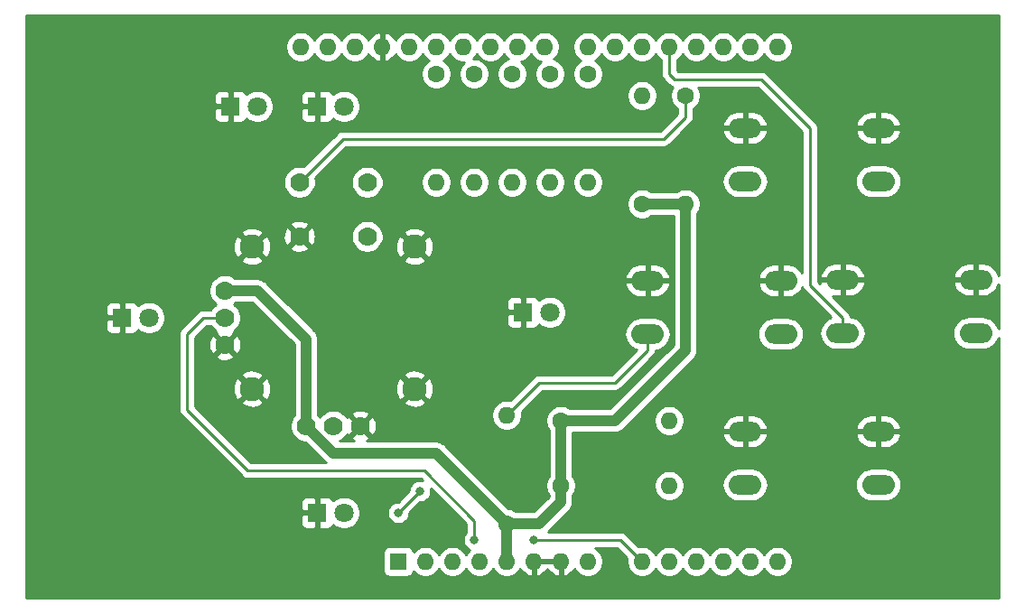
<source format=gbr>
%TF.GenerationSoftware,KiCad,Pcbnew,(5.1.6)-1*%
%TF.CreationDate,2020-10-24T12:20:44-07:00*%
%TF.ProjectId,Joystick_Follower_Hat,4a6f7973-7469-4636-9b5f-466f6c6c6f77,A*%
%TF.SameCoordinates,Original*%
%TF.FileFunction,Copper,L2,Bot*%
%TF.FilePolarity,Positive*%
%FSLAX46Y46*%
G04 Gerber Fmt 4.6, Leading zero omitted, Abs format (unit mm)*
G04 Created by KiCad (PCBNEW (5.1.6)-1) date 2020-10-24 12:20:44*
%MOMM*%
%LPD*%
G01*
G04 APERTURE LIST*
%TA.AperFunction,ComponentPad*%
%ADD10C,1.778000*%
%TD*%
%TA.AperFunction,ComponentPad*%
%ADD11C,2.286000*%
%TD*%
%TA.AperFunction,ComponentPad*%
%ADD12O,3.048000X1.850000*%
%TD*%
%TA.AperFunction,ComponentPad*%
%ADD13O,1.600000X1.600000*%
%TD*%
%TA.AperFunction,ComponentPad*%
%ADD14C,1.600000*%
%TD*%
%TA.AperFunction,ComponentPad*%
%ADD15C,1.800000*%
%TD*%
%TA.AperFunction,ComponentPad*%
%ADD16R,1.800000X1.800000*%
%TD*%
%TA.AperFunction,ComponentPad*%
%ADD17R,1.600000X1.600000*%
%TD*%
%TA.AperFunction,ViaPad*%
%ADD18C,0.800000*%
%TD*%
%TA.AperFunction,Conductor*%
%ADD19C,0.250000*%
%TD*%
%TA.AperFunction,Conductor*%
%ADD20C,1.000000*%
%TD*%
%TA.AperFunction,Conductor*%
%ADD21C,0.254000*%
%TD*%
G04 APERTURE END LIST*
D10*
%TO.P,U1,V3*%
%TO.N,GND*%
X135636000Y-111760000D03*
%TO.P,U1,V2*%
%TO.N,Net-(A1-Pad9)*%
X135636000Y-109220000D03*
%TO.P,U1,V1*%
%TO.N,/5V*%
X135636000Y-106680000D03*
D11*
%TO.P,U1,S4*%
%TO.N,GND*%
X153416000Y-102552500D03*
%TO.P,U1,S3*%
X153416000Y-115887500D03*
%TO.P,U1,S2*%
X138176000Y-115887500D03*
%TO.P,U1,S1*%
X138176000Y-102552500D03*
D10*
%TO.P,U1,H3*%
X148336000Y-119380000D03*
%TO.P,U1,H2*%
%TO.N,Net-(A1-Pad10)*%
X145796000Y-119380000D03*
%TO.P,U1,H1*%
%TO.N,/5V*%
X143256000Y-119380000D03*
%TO.P,U1,B2B*%
%TO.N,N/C*%
X148971000Y-101600000D03*
%TO.P,U1,B2A*%
%TO.N,GND*%
X142621000Y-101600000D03*
%TO.P,U1,B1B*%
%TO.N,N/C*%
X148971000Y-96520000D03*
%TO.P,U1,B1A*%
%TO.N,B1*%
X142621000Y-96520000D03*
%TD*%
D12*
%TO.P,SW4,2*%
%TO.N,Net-(A1-Pad21)*%
X184404000Y-124888000D03*
%TO.P,SW4,1*%
%TO.N,GND*%
X184404000Y-119888000D03*
%TO.P,SW4,2*%
%TO.N,Net-(A1-Pad21)*%
X196904000Y-124888000D03*
%TO.P,SW4,1*%
%TO.N,GND*%
X196904000Y-119888000D03*
%TD*%
%TO.P,SW3,2*%
%TO.N,Net-(A1-Pad20)*%
X175260000Y-110744000D03*
%TO.P,SW3,1*%
%TO.N,GND*%
X175260000Y-105744000D03*
%TO.P,SW3,2*%
%TO.N,Net-(A1-Pad20)*%
X187760000Y-110744000D03*
%TO.P,SW3,1*%
%TO.N,GND*%
X187760000Y-105744000D03*
%TD*%
%TO.P,SW2,2*%
%TO.N,Net-(A1-Pad19)*%
X193548000Y-110664000D03*
%TO.P,SW2,1*%
%TO.N,GND*%
X193548000Y-105664000D03*
%TO.P,SW2,2*%
%TO.N,Net-(A1-Pad19)*%
X206048000Y-110664000D03*
%TO.P,SW2,1*%
%TO.N,GND*%
X206048000Y-105664000D03*
%TD*%
%TO.P,SW1,2*%
%TO.N,Net-(A1-Pad18)*%
X184404000Y-96440000D03*
%TO.P,SW1,1*%
%TO.N,GND*%
X184404000Y-91440000D03*
%TO.P,SW1,2*%
%TO.N,Net-(A1-Pad18)*%
X196904000Y-96440000D03*
%TO.P,SW1,1*%
%TO.N,GND*%
X196904000Y-91440000D03*
%TD*%
D13*
%TO.P,R10,2*%
%TO.N,/5V*%
X178816000Y-98552000D03*
D14*
%TO.P,R10,1*%
%TO.N,B1*%
X178816000Y-88392000D03*
%TD*%
D13*
%TO.P,R9,2*%
%TO.N,Net-(A1-Pad18)*%
X174752000Y-88392000D03*
D14*
%TO.P,R9,1*%
%TO.N,/5V*%
X174752000Y-98552000D03*
%TD*%
D13*
%TO.P,R8,2*%
%TO.N,Net-(A1-Pad19)*%
X177292000Y-118872000D03*
D14*
%TO.P,R8,1*%
%TO.N,/5V*%
X167132000Y-118872000D03*
%TD*%
D13*
%TO.P,R7,2*%
%TO.N,Net-(A1-Pad20)*%
X162052000Y-118364000D03*
D14*
%TO.P,R7,1*%
%TO.N,/5V*%
X162052000Y-128524000D03*
%TD*%
D13*
%TO.P,R6,2*%
%TO.N,Net-(D4-Pad2)*%
X159004000Y-96520000D03*
D14*
%TO.P,R6,1*%
%TO.N,Net-(A1-Pad25)*%
X159004000Y-86360000D03*
%TD*%
D13*
%TO.P,R5,2*%
%TO.N,Net-(D5-Pad2)*%
X155448000Y-96520000D03*
D14*
%TO.P,R5,1*%
%TO.N,Net-(A1-Pad26)*%
X155448000Y-86360000D03*
%TD*%
D13*
%TO.P,R4,2*%
%TO.N,Net-(D3-Pad2)*%
X162560000Y-96520000D03*
D14*
%TO.P,R4,1*%
%TO.N,Net-(A1-Pad24)*%
X162560000Y-86360000D03*
%TD*%
D13*
%TO.P,R3,2*%
%TO.N,Net-(D2-Pad2)*%
X166116000Y-96520000D03*
D14*
%TO.P,R3,1*%
%TO.N,Net-(A1-Pad23)*%
X166116000Y-86360000D03*
%TD*%
D13*
%TO.P,R2,2*%
%TO.N,Net-(D1-Pad2)*%
X169672000Y-96520000D03*
D14*
%TO.P,R2,1*%
%TO.N,Net-(A1-Pad22)*%
X169672000Y-86360000D03*
%TD*%
D13*
%TO.P,R1,2*%
%TO.N,Net-(A1-Pad21)*%
X177292000Y-124968000D03*
D14*
%TO.P,R1,1*%
%TO.N,/5V*%
X167132000Y-124968000D03*
%TD*%
D15*
%TO.P,D5,2*%
%TO.N,Net-(D5-Pad2)*%
X138684000Y-89408000D03*
D16*
%TO.P,D5,1*%
%TO.N,GND*%
X136144000Y-89408000D03*
%TD*%
D15*
%TO.P,D4,2*%
%TO.N,Net-(D4-Pad2)*%
X128524000Y-109220000D03*
D16*
%TO.P,D4,1*%
%TO.N,GND*%
X125984000Y-109220000D03*
%TD*%
D15*
%TO.P,D3,2*%
%TO.N,Net-(D3-Pad2)*%
X146812000Y-127508000D03*
D16*
%TO.P,D3,1*%
%TO.N,GND*%
X144272000Y-127508000D03*
%TD*%
D15*
%TO.P,D2,2*%
%TO.N,Net-(D2-Pad2)*%
X166116000Y-108712000D03*
D16*
%TO.P,D2,1*%
%TO.N,GND*%
X163576000Y-108712000D03*
%TD*%
D15*
%TO.P,D1,2*%
%TO.N,Net-(D1-Pad2)*%
X146812000Y-89408000D03*
D16*
%TO.P,D1,1*%
%TO.N,GND*%
X144272000Y-89408000D03*
%TD*%
D13*
%TO.P,A1,16*%
%TO.N,Net-(A1-Pad16)*%
X184912000Y-83820000D03*
%TO.P,A1,15*%
%TO.N,Net-(A1-Pad15)*%
X187452000Y-83820000D03*
%TO.P,A1,30*%
%TO.N,Net-(A1-Pad30)*%
X147832000Y-83820000D03*
%TO.P,A1,14*%
%TO.N,Net-(A1-Pad14)*%
X187452000Y-132080000D03*
%TO.P,A1,29*%
%TO.N,GND*%
X150372000Y-83820000D03*
%TO.P,A1,13*%
%TO.N,Net-(A1-Pad13)*%
X184912000Y-132080000D03*
%TO.P,A1,28*%
%TO.N,Net-(A1-Pad28)*%
X152912000Y-83820000D03*
%TO.P,A1,12*%
%TO.N,Net-(A1-Pad12)*%
X182372000Y-132080000D03*
%TO.P,A1,27*%
%TO.N,Net-(A1-Pad27)*%
X155452000Y-83820000D03*
%TO.P,A1,11*%
%TO.N,Net-(A1-Pad11)*%
X179832000Y-132080000D03*
%TO.P,A1,26*%
%TO.N,Net-(A1-Pad26)*%
X157992000Y-83820000D03*
%TO.P,A1,10*%
%TO.N,Net-(A1-Pad10)*%
X177292000Y-132080000D03*
%TO.P,A1,25*%
%TO.N,Net-(A1-Pad25)*%
X160532000Y-83820000D03*
%TO.P,A1,9*%
%TO.N,Net-(A1-Pad9)*%
X174752000Y-132080000D03*
%TO.P,A1,24*%
%TO.N,Net-(A1-Pad24)*%
X163072000Y-83820000D03*
%TO.P,A1,8*%
%TO.N,Net-(A1-Pad8)*%
X169672000Y-132080000D03*
%TO.P,A1,23*%
%TO.N,Net-(A1-Pad23)*%
X165612000Y-83820000D03*
%TO.P,A1,7*%
%TO.N,GND*%
X167132000Y-132080000D03*
%TO.P,A1,22*%
%TO.N,Net-(A1-Pad22)*%
X169672000Y-83820000D03*
%TO.P,A1,6*%
%TO.N,GND*%
X164592000Y-132080000D03*
%TO.P,A1,21*%
%TO.N,Net-(A1-Pad21)*%
X172212000Y-83820000D03*
%TO.P,A1,5*%
%TO.N,/5V*%
X162052000Y-132080000D03*
%TO.P,A1,20*%
%TO.N,Net-(A1-Pad20)*%
X174752000Y-83820000D03*
%TO.P,A1,4*%
%TO.N,Net-(A1-Pad4)*%
X159512000Y-132080000D03*
%TO.P,A1,19*%
%TO.N,Net-(A1-Pad19)*%
X177292000Y-83820000D03*
%TO.P,A1,3*%
%TO.N,Net-(A1-Pad3)*%
X156972000Y-132080000D03*
%TO.P,A1,18*%
%TO.N,Net-(A1-Pad18)*%
X179832000Y-83820000D03*
%TO.P,A1,2*%
%TO.N,Net-(A1-Pad2)*%
X154432000Y-132080000D03*
%TO.P,A1,17*%
%TO.N,B1*%
X182372000Y-83820000D03*
D17*
%TO.P,A1,1*%
%TO.N,Net-(A1-Pad1)*%
X151892000Y-132080000D03*
D13*
%TO.P,A1,31*%
%TO.N,Net-(A1-Pad31)*%
X145292000Y-83820000D03*
%TO.P,A1,32*%
%TO.N,Net-(A1-Pad32)*%
X142752000Y-83820000D03*
%TD*%
D18*
%TO.N,Net-(A1-Pad9)*%
X164592000Y-130048000D03*
X159004000Y-130048000D03*
%TO.N,Net-(D3-Pad2)*%
X153924000Y-125476000D03*
X151892000Y-127508000D03*
%TD*%
D19*
%TO.N,Net-(A1-Pad9)*%
X174752000Y-132080000D02*
X172720000Y-130048000D01*
X172720000Y-130048000D02*
X164592000Y-130048000D01*
X164592000Y-130048000D02*
X164592000Y-130048000D01*
X159004000Y-130048000D02*
X159004000Y-128251278D01*
X137785639Y-123561639D02*
X154314361Y-123561639D01*
X159004000Y-128251278D02*
X154314361Y-123561639D01*
X135636000Y-109220000D02*
X133604000Y-109220000D01*
X133604000Y-109220000D02*
X132080000Y-110744000D01*
X132080000Y-117856000D02*
X137785639Y-123561639D01*
X132080000Y-110744000D02*
X132080000Y-117856000D01*
D20*
%TO.N,/5V*%
X162052000Y-128524000D02*
X162052000Y-132080000D01*
X162052000Y-128524000D02*
X165100000Y-128524000D01*
X167132000Y-126492000D02*
X167132000Y-124968000D01*
X165100000Y-128524000D02*
X167132000Y-126492000D01*
X167132000Y-118872000D02*
X167132000Y-124968000D01*
X167132000Y-118872000D02*
X172212000Y-118872000D01*
X178816000Y-112268000D02*
X178816000Y-98552000D01*
X172212000Y-118872000D02*
X178816000Y-112268000D01*
X178816000Y-98552000D02*
X174752000Y-98552000D01*
X135636000Y-106680000D02*
X138684000Y-106680000D01*
X143256000Y-111252000D02*
X143256000Y-119380000D01*
X138684000Y-106680000D02*
X143256000Y-111252000D01*
X162052000Y-128524000D02*
X155448000Y-121920000D01*
X145796000Y-121920000D02*
X143256000Y-119380000D01*
X155448000Y-121920000D02*
X145796000Y-121920000D01*
D19*
%TO.N,Net-(A1-Pad20)*%
X175260000Y-110744000D02*
X175260000Y-112268000D01*
X175260000Y-112268000D02*
X172212000Y-115316000D01*
X165100000Y-115316000D02*
X162052000Y-118364000D01*
X172212000Y-115316000D02*
X165100000Y-115316000D01*
%TO.N,Net-(A1-Pad19)*%
X190500000Y-91440000D02*
X190500000Y-104648000D01*
X185928000Y-86868000D02*
X190500000Y-91440000D01*
X177800000Y-86868000D02*
X185928000Y-86868000D01*
X177292000Y-83820000D02*
X177292000Y-86360000D01*
X177292000Y-86360000D02*
X177800000Y-86868000D01*
X193548000Y-110664000D02*
X193548000Y-109220000D01*
X193548000Y-109220000D02*
X190500000Y-106172000D01*
X190500000Y-104648000D02*
X190500000Y-106172000D01*
%TO.N,B1*%
X178816000Y-88392000D02*
X178816000Y-90424000D01*
X178816000Y-90424000D02*
X176784000Y-92456000D01*
X146685000Y-92456000D02*
X142621000Y-96520000D01*
X176784000Y-92456000D02*
X146685000Y-92456000D01*
%TO.N,Net-(D3-Pad2)*%
X153924000Y-125476000D02*
X151892000Y-127508000D01*
X151892000Y-127508000D02*
X151892000Y-127508000D01*
%TD*%
D21*
%TO.N,GND*%
G36*
X208153000Y-105253384D02*
G01*
X208136853Y-105184345D01*
X208014650Y-104902906D01*
X207839889Y-104650715D01*
X207619286Y-104437464D01*
X207361319Y-104271348D01*
X207075901Y-104158751D01*
X206774000Y-104104000D01*
X206175000Y-104104000D01*
X206175000Y-105537000D01*
X206195000Y-105537000D01*
X206195000Y-105791000D01*
X206175000Y-105791000D01*
X206175000Y-107224000D01*
X206774000Y-107224000D01*
X207075901Y-107169249D01*
X207361319Y-107056652D01*
X207619286Y-106890536D01*
X207839889Y-106677285D01*
X208014650Y-106425094D01*
X208136853Y-106143655D01*
X208153000Y-106074616D01*
X208153000Y-110254582D01*
X208095226Y-110064125D01*
X207950369Y-109793117D01*
X207755424Y-109555576D01*
X207517883Y-109360631D01*
X207246875Y-109215774D01*
X206952813Y-109126572D01*
X206723636Y-109104000D01*
X205372364Y-109104000D01*
X205143187Y-109126572D01*
X204849125Y-109215774D01*
X204578117Y-109360631D01*
X204340576Y-109555576D01*
X204145631Y-109793117D01*
X204000774Y-110064125D01*
X203911572Y-110358187D01*
X203881452Y-110664000D01*
X203911572Y-110969813D01*
X204000774Y-111263875D01*
X204145631Y-111534883D01*
X204340576Y-111772424D01*
X204578117Y-111967369D01*
X204849125Y-112112226D01*
X205143187Y-112201428D01*
X205372364Y-112224000D01*
X206723636Y-112224000D01*
X206952813Y-112201428D01*
X207246875Y-112112226D01*
X207517883Y-111967369D01*
X207755424Y-111772424D01*
X207950369Y-111534883D01*
X208095226Y-111263875D01*
X208153000Y-111073418D01*
X208153000Y-135509000D01*
X116967000Y-135509000D01*
X116967000Y-128408000D01*
X142733928Y-128408000D01*
X142746188Y-128532482D01*
X142782498Y-128652180D01*
X142841463Y-128762494D01*
X142920815Y-128859185D01*
X143017506Y-128938537D01*
X143127820Y-128997502D01*
X143247518Y-129033812D01*
X143372000Y-129046072D01*
X143986250Y-129043000D01*
X144145000Y-128884250D01*
X144145000Y-127635000D01*
X142895750Y-127635000D01*
X142737000Y-127793750D01*
X142733928Y-128408000D01*
X116967000Y-128408000D01*
X116967000Y-126608000D01*
X142733928Y-126608000D01*
X142737000Y-127222250D01*
X142895750Y-127381000D01*
X144145000Y-127381000D01*
X144145000Y-126131750D01*
X144399000Y-126131750D01*
X144399000Y-127381000D01*
X144419000Y-127381000D01*
X144419000Y-127635000D01*
X144399000Y-127635000D01*
X144399000Y-128884250D01*
X144557750Y-129043000D01*
X145172000Y-129046072D01*
X145296482Y-129033812D01*
X145416180Y-128997502D01*
X145526494Y-128938537D01*
X145623185Y-128859185D01*
X145702537Y-128762494D01*
X145761502Y-128652180D01*
X145767056Y-128633873D01*
X145833495Y-128700312D01*
X146084905Y-128868299D01*
X146364257Y-128984011D01*
X146660816Y-129043000D01*
X146963184Y-129043000D01*
X147259743Y-128984011D01*
X147539095Y-128868299D01*
X147790505Y-128700312D01*
X148004312Y-128486505D01*
X148172299Y-128235095D01*
X148288011Y-127955743D01*
X148347000Y-127659184D01*
X148347000Y-127356816D01*
X148288011Y-127060257D01*
X148172299Y-126780905D01*
X148004312Y-126529495D01*
X147790505Y-126315688D01*
X147539095Y-126147701D01*
X147259743Y-126031989D01*
X146963184Y-125973000D01*
X146660816Y-125973000D01*
X146364257Y-126031989D01*
X146084905Y-126147701D01*
X145833495Y-126315688D01*
X145767056Y-126382127D01*
X145761502Y-126363820D01*
X145702537Y-126253506D01*
X145623185Y-126156815D01*
X145526494Y-126077463D01*
X145416180Y-126018498D01*
X145296482Y-125982188D01*
X145172000Y-125969928D01*
X144557750Y-125973000D01*
X144399000Y-126131750D01*
X144145000Y-126131750D01*
X143986250Y-125973000D01*
X143372000Y-125969928D01*
X143247518Y-125982188D01*
X143127820Y-126018498D01*
X143017506Y-126077463D01*
X142920815Y-126156815D01*
X142841463Y-126253506D01*
X142782498Y-126363820D01*
X142746188Y-126483518D01*
X142733928Y-126608000D01*
X116967000Y-126608000D01*
X116967000Y-110120000D01*
X124445928Y-110120000D01*
X124458188Y-110244482D01*
X124494498Y-110364180D01*
X124553463Y-110474494D01*
X124632815Y-110571185D01*
X124729506Y-110650537D01*
X124839820Y-110709502D01*
X124959518Y-110745812D01*
X125084000Y-110758072D01*
X125698250Y-110755000D01*
X125857000Y-110596250D01*
X125857000Y-109347000D01*
X124607750Y-109347000D01*
X124449000Y-109505750D01*
X124445928Y-110120000D01*
X116967000Y-110120000D01*
X116967000Y-108320000D01*
X124445928Y-108320000D01*
X124449000Y-108934250D01*
X124607750Y-109093000D01*
X125857000Y-109093000D01*
X125857000Y-107843750D01*
X126111000Y-107843750D01*
X126111000Y-109093000D01*
X126131000Y-109093000D01*
X126131000Y-109347000D01*
X126111000Y-109347000D01*
X126111000Y-110596250D01*
X126269750Y-110755000D01*
X126884000Y-110758072D01*
X127008482Y-110745812D01*
X127128180Y-110709502D01*
X127238494Y-110650537D01*
X127335185Y-110571185D01*
X127414537Y-110474494D01*
X127473502Y-110364180D01*
X127479056Y-110345873D01*
X127545495Y-110412312D01*
X127796905Y-110580299D01*
X128076257Y-110696011D01*
X128372816Y-110755000D01*
X128675184Y-110755000D01*
X128730484Y-110744000D01*
X131316324Y-110744000D01*
X131320000Y-110781323D01*
X131320001Y-117818668D01*
X131316324Y-117856000D01*
X131320001Y-117893333D01*
X131326296Y-117957241D01*
X131330998Y-118004985D01*
X131374454Y-118148246D01*
X131445026Y-118280276D01*
X131484193Y-118328000D01*
X131540000Y-118396001D01*
X131568998Y-118419799D01*
X137221839Y-124072641D01*
X137245638Y-124101640D01*
X137274636Y-124125438D01*
X137361362Y-124196613D01*
X137493392Y-124267185D01*
X137636653Y-124310642D01*
X137748306Y-124321639D01*
X137748315Y-124321639D01*
X137785638Y-124325315D01*
X137822961Y-124321639D01*
X153999560Y-124321639D01*
X154142008Y-124464087D01*
X154025939Y-124441000D01*
X153822061Y-124441000D01*
X153622102Y-124480774D01*
X153433744Y-124558795D01*
X153264226Y-124672063D01*
X153120063Y-124816226D01*
X153006795Y-124985744D01*
X152928774Y-125174102D01*
X152889000Y-125374061D01*
X152889000Y-125436198D01*
X151852199Y-126473000D01*
X151790061Y-126473000D01*
X151590102Y-126512774D01*
X151401744Y-126590795D01*
X151232226Y-126704063D01*
X151088063Y-126848226D01*
X150974795Y-127017744D01*
X150896774Y-127206102D01*
X150857000Y-127406061D01*
X150857000Y-127609939D01*
X150896774Y-127809898D01*
X150974795Y-127998256D01*
X151088063Y-128167774D01*
X151232226Y-128311937D01*
X151401744Y-128425205D01*
X151590102Y-128503226D01*
X151790061Y-128543000D01*
X151993939Y-128543000D01*
X152193898Y-128503226D01*
X152382256Y-128425205D01*
X152551774Y-128311937D01*
X152695937Y-128167774D01*
X152809205Y-127998256D01*
X152887226Y-127809898D01*
X152927000Y-127609939D01*
X152927000Y-127547801D01*
X153963802Y-126511000D01*
X154025939Y-126511000D01*
X154225898Y-126471226D01*
X154414256Y-126393205D01*
X154583774Y-126279937D01*
X154727937Y-126135774D01*
X154841205Y-125966256D01*
X154919226Y-125777898D01*
X154959000Y-125577939D01*
X154959000Y-125374061D01*
X154935913Y-125257992D01*
X158244001Y-128566081D01*
X158244000Y-129344289D01*
X158200063Y-129388226D01*
X158086795Y-129557744D01*
X158008774Y-129746102D01*
X157969000Y-129946061D01*
X157969000Y-130149939D01*
X158008774Y-130349898D01*
X158086795Y-130538256D01*
X158200063Y-130707774D01*
X158344226Y-130851937D01*
X158513744Y-130965205D01*
X158572897Y-130989707D01*
X158397363Y-131165241D01*
X158242000Y-131397759D01*
X158086637Y-131165241D01*
X157886759Y-130965363D01*
X157651727Y-130808320D01*
X157390574Y-130700147D01*
X157113335Y-130645000D01*
X156830665Y-130645000D01*
X156553426Y-130700147D01*
X156292273Y-130808320D01*
X156057241Y-130965363D01*
X155857363Y-131165241D01*
X155702000Y-131397759D01*
X155546637Y-131165241D01*
X155346759Y-130965363D01*
X155111727Y-130808320D01*
X154850574Y-130700147D01*
X154573335Y-130645000D01*
X154290665Y-130645000D01*
X154013426Y-130700147D01*
X153752273Y-130808320D01*
X153517241Y-130965363D01*
X153318643Y-131163961D01*
X153317812Y-131155518D01*
X153281502Y-131035820D01*
X153222537Y-130925506D01*
X153143185Y-130828815D01*
X153046494Y-130749463D01*
X152936180Y-130690498D01*
X152816482Y-130654188D01*
X152692000Y-130641928D01*
X151092000Y-130641928D01*
X150967518Y-130654188D01*
X150847820Y-130690498D01*
X150737506Y-130749463D01*
X150640815Y-130828815D01*
X150561463Y-130925506D01*
X150502498Y-131035820D01*
X150466188Y-131155518D01*
X150453928Y-131280000D01*
X150453928Y-132880000D01*
X150466188Y-133004482D01*
X150502498Y-133124180D01*
X150561463Y-133234494D01*
X150640815Y-133331185D01*
X150737506Y-133410537D01*
X150847820Y-133469502D01*
X150967518Y-133505812D01*
X151092000Y-133518072D01*
X152692000Y-133518072D01*
X152816482Y-133505812D01*
X152936180Y-133469502D01*
X153046494Y-133410537D01*
X153143185Y-133331185D01*
X153222537Y-133234494D01*
X153281502Y-133124180D01*
X153317812Y-133004482D01*
X153318643Y-132996039D01*
X153517241Y-133194637D01*
X153752273Y-133351680D01*
X154013426Y-133459853D01*
X154290665Y-133515000D01*
X154573335Y-133515000D01*
X154850574Y-133459853D01*
X155111727Y-133351680D01*
X155346759Y-133194637D01*
X155546637Y-132994759D01*
X155702000Y-132762241D01*
X155857363Y-132994759D01*
X156057241Y-133194637D01*
X156292273Y-133351680D01*
X156553426Y-133459853D01*
X156830665Y-133515000D01*
X157113335Y-133515000D01*
X157390574Y-133459853D01*
X157651727Y-133351680D01*
X157886759Y-133194637D01*
X158086637Y-132994759D01*
X158242000Y-132762241D01*
X158397363Y-132994759D01*
X158597241Y-133194637D01*
X158832273Y-133351680D01*
X159093426Y-133459853D01*
X159370665Y-133515000D01*
X159653335Y-133515000D01*
X159930574Y-133459853D01*
X160191727Y-133351680D01*
X160426759Y-133194637D01*
X160626637Y-132994759D01*
X160782000Y-132762241D01*
X160937363Y-132994759D01*
X161137241Y-133194637D01*
X161372273Y-133351680D01*
X161633426Y-133459853D01*
X161910665Y-133515000D01*
X162193335Y-133515000D01*
X162470574Y-133459853D01*
X162731727Y-133351680D01*
X162966759Y-133194637D01*
X163166637Y-132994759D01*
X163323680Y-132759727D01*
X163328067Y-132749135D01*
X163439615Y-132935131D01*
X163628586Y-133143519D01*
X163854580Y-133311037D01*
X164108913Y-133431246D01*
X164242961Y-133471904D01*
X164465000Y-133349915D01*
X164465000Y-132207000D01*
X164719000Y-132207000D01*
X164719000Y-133349915D01*
X164941039Y-133471904D01*
X165075087Y-133431246D01*
X165329420Y-133311037D01*
X165555414Y-133143519D01*
X165744385Y-132935131D01*
X165862000Y-132739018D01*
X165979615Y-132935131D01*
X166168586Y-133143519D01*
X166394580Y-133311037D01*
X166648913Y-133431246D01*
X166782961Y-133471904D01*
X167005000Y-133349915D01*
X167005000Y-132207000D01*
X164719000Y-132207000D01*
X164465000Y-132207000D01*
X164445000Y-132207000D01*
X164445000Y-131953000D01*
X164465000Y-131953000D01*
X164465000Y-131933000D01*
X164719000Y-131933000D01*
X164719000Y-131953000D01*
X167005000Y-131953000D01*
X167005000Y-131933000D01*
X167259000Y-131933000D01*
X167259000Y-131953000D01*
X167279000Y-131953000D01*
X167279000Y-132207000D01*
X167259000Y-132207000D01*
X167259000Y-133349915D01*
X167481039Y-133471904D01*
X167615087Y-133431246D01*
X167869420Y-133311037D01*
X168095414Y-133143519D01*
X168284385Y-132935131D01*
X168395933Y-132749135D01*
X168400320Y-132759727D01*
X168557363Y-132994759D01*
X168757241Y-133194637D01*
X168992273Y-133351680D01*
X169253426Y-133459853D01*
X169530665Y-133515000D01*
X169813335Y-133515000D01*
X170090574Y-133459853D01*
X170351727Y-133351680D01*
X170586759Y-133194637D01*
X170786637Y-132994759D01*
X170943680Y-132759727D01*
X171051853Y-132498574D01*
X171107000Y-132221335D01*
X171107000Y-131938665D01*
X171051853Y-131661426D01*
X170943680Y-131400273D01*
X170786637Y-131165241D01*
X170586759Y-130965363D01*
X170351727Y-130808320D01*
X170350954Y-130808000D01*
X172405199Y-130808000D01*
X173353312Y-131756114D01*
X173317000Y-131938665D01*
X173317000Y-132221335D01*
X173372147Y-132498574D01*
X173480320Y-132759727D01*
X173637363Y-132994759D01*
X173837241Y-133194637D01*
X174072273Y-133351680D01*
X174333426Y-133459853D01*
X174610665Y-133515000D01*
X174893335Y-133515000D01*
X175170574Y-133459853D01*
X175431727Y-133351680D01*
X175666759Y-133194637D01*
X175866637Y-132994759D01*
X176022000Y-132762241D01*
X176177363Y-132994759D01*
X176377241Y-133194637D01*
X176612273Y-133351680D01*
X176873426Y-133459853D01*
X177150665Y-133515000D01*
X177433335Y-133515000D01*
X177710574Y-133459853D01*
X177971727Y-133351680D01*
X178206759Y-133194637D01*
X178406637Y-132994759D01*
X178562000Y-132762241D01*
X178717363Y-132994759D01*
X178917241Y-133194637D01*
X179152273Y-133351680D01*
X179413426Y-133459853D01*
X179690665Y-133515000D01*
X179973335Y-133515000D01*
X180250574Y-133459853D01*
X180511727Y-133351680D01*
X180746759Y-133194637D01*
X180946637Y-132994759D01*
X181102000Y-132762241D01*
X181257363Y-132994759D01*
X181457241Y-133194637D01*
X181692273Y-133351680D01*
X181953426Y-133459853D01*
X182230665Y-133515000D01*
X182513335Y-133515000D01*
X182790574Y-133459853D01*
X183051727Y-133351680D01*
X183286759Y-133194637D01*
X183486637Y-132994759D01*
X183642000Y-132762241D01*
X183797363Y-132994759D01*
X183997241Y-133194637D01*
X184232273Y-133351680D01*
X184493426Y-133459853D01*
X184770665Y-133515000D01*
X185053335Y-133515000D01*
X185330574Y-133459853D01*
X185591727Y-133351680D01*
X185826759Y-133194637D01*
X186026637Y-132994759D01*
X186182000Y-132762241D01*
X186337363Y-132994759D01*
X186537241Y-133194637D01*
X186772273Y-133351680D01*
X187033426Y-133459853D01*
X187310665Y-133515000D01*
X187593335Y-133515000D01*
X187870574Y-133459853D01*
X188131727Y-133351680D01*
X188366759Y-133194637D01*
X188566637Y-132994759D01*
X188723680Y-132759727D01*
X188831853Y-132498574D01*
X188887000Y-132221335D01*
X188887000Y-131938665D01*
X188831853Y-131661426D01*
X188723680Y-131400273D01*
X188566637Y-131165241D01*
X188366759Y-130965363D01*
X188131727Y-130808320D01*
X187870574Y-130700147D01*
X187593335Y-130645000D01*
X187310665Y-130645000D01*
X187033426Y-130700147D01*
X186772273Y-130808320D01*
X186537241Y-130965363D01*
X186337363Y-131165241D01*
X186182000Y-131397759D01*
X186026637Y-131165241D01*
X185826759Y-130965363D01*
X185591727Y-130808320D01*
X185330574Y-130700147D01*
X185053335Y-130645000D01*
X184770665Y-130645000D01*
X184493426Y-130700147D01*
X184232273Y-130808320D01*
X183997241Y-130965363D01*
X183797363Y-131165241D01*
X183642000Y-131397759D01*
X183486637Y-131165241D01*
X183286759Y-130965363D01*
X183051727Y-130808320D01*
X182790574Y-130700147D01*
X182513335Y-130645000D01*
X182230665Y-130645000D01*
X181953426Y-130700147D01*
X181692273Y-130808320D01*
X181457241Y-130965363D01*
X181257363Y-131165241D01*
X181102000Y-131397759D01*
X180946637Y-131165241D01*
X180746759Y-130965363D01*
X180511727Y-130808320D01*
X180250574Y-130700147D01*
X179973335Y-130645000D01*
X179690665Y-130645000D01*
X179413426Y-130700147D01*
X179152273Y-130808320D01*
X178917241Y-130965363D01*
X178717363Y-131165241D01*
X178562000Y-131397759D01*
X178406637Y-131165241D01*
X178206759Y-130965363D01*
X177971727Y-130808320D01*
X177710574Y-130700147D01*
X177433335Y-130645000D01*
X177150665Y-130645000D01*
X176873426Y-130700147D01*
X176612273Y-130808320D01*
X176377241Y-130965363D01*
X176177363Y-131165241D01*
X176022000Y-131397759D01*
X175866637Y-131165241D01*
X175666759Y-130965363D01*
X175431727Y-130808320D01*
X175170574Y-130700147D01*
X174893335Y-130645000D01*
X174610665Y-130645000D01*
X174428114Y-130681312D01*
X173283804Y-129537003D01*
X173260001Y-129507999D01*
X173144276Y-129413026D01*
X173012247Y-129342454D01*
X172868986Y-129298997D01*
X172757333Y-129288000D01*
X172757322Y-129288000D01*
X172720000Y-129284324D01*
X172682678Y-129288000D01*
X165941286Y-129288000D01*
X165941996Y-129287135D01*
X167895141Y-127333991D01*
X167938449Y-127298449D01*
X168080284Y-127125623D01*
X168185676Y-126928447D01*
X168250577Y-126714499D01*
X168267000Y-126547752D01*
X168267000Y-126547751D01*
X168272491Y-126492000D01*
X168267000Y-126436249D01*
X168267000Y-125852284D01*
X168403680Y-125647727D01*
X168511853Y-125386574D01*
X168567000Y-125109335D01*
X168567000Y-124826665D01*
X175857000Y-124826665D01*
X175857000Y-125109335D01*
X175912147Y-125386574D01*
X176020320Y-125647727D01*
X176177363Y-125882759D01*
X176377241Y-126082637D01*
X176612273Y-126239680D01*
X176873426Y-126347853D01*
X177150665Y-126403000D01*
X177433335Y-126403000D01*
X177710574Y-126347853D01*
X177971727Y-126239680D01*
X178206759Y-126082637D01*
X178406637Y-125882759D01*
X178563680Y-125647727D01*
X178671853Y-125386574D01*
X178727000Y-125109335D01*
X178727000Y-124888000D01*
X182237452Y-124888000D01*
X182267572Y-125193813D01*
X182356774Y-125487875D01*
X182501631Y-125758883D01*
X182696576Y-125996424D01*
X182934117Y-126191369D01*
X183205125Y-126336226D01*
X183499187Y-126425428D01*
X183728364Y-126448000D01*
X185079636Y-126448000D01*
X185308813Y-126425428D01*
X185602875Y-126336226D01*
X185873883Y-126191369D01*
X186111424Y-125996424D01*
X186306369Y-125758883D01*
X186451226Y-125487875D01*
X186540428Y-125193813D01*
X186570548Y-124888000D01*
X194737452Y-124888000D01*
X194767572Y-125193813D01*
X194856774Y-125487875D01*
X195001631Y-125758883D01*
X195196576Y-125996424D01*
X195434117Y-126191369D01*
X195705125Y-126336226D01*
X195999187Y-126425428D01*
X196228364Y-126448000D01*
X197579636Y-126448000D01*
X197808813Y-126425428D01*
X198102875Y-126336226D01*
X198373883Y-126191369D01*
X198611424Y-125996424D01*
X198806369Y-125758883D01*
X198951226Y-125487875D01*
X199040428Y-125193813D01*
X199070548Y-124888000D01*
X199040428Y-124582187D01*
X198951226Y-124288125D01*
X198806369Y-124017117D01*
X198611424Y-123779576D01*
X198373883Y-123584631D01*
X198102875Y-123439774D01*
X197808813Y-123350572D01*
X197579636Y-123328000D01*
X196228364Y-123328000D01*
X195999187Y-123350572D01*
X195705125Y-123439774D01*
X195434117Y-123584631D01*
X195196576Y-123779576D01*
X195001631Y-124017117D01*
X194856774Y-124288125D01*
X194767572Y-124582187D01*
X194737452Y-124888000D01*
X186570548Y-124888000D01*
X186540428Y-124582187D01*
X186451226Y-124288125D01*
X186306369Y-124017117D01*
X186111424Y-123779576D01*
X185873883Y-123584631D01*
X185602875Y-123439774D01*
X185308813Y-123350572D01*
X185079636Y-123328000D01*
X183728364Y-123328000D01*
X183499187Y-123350572D01*
X183205125Y-123439774D01*
X182934117Y-123584631D01*
X182696576Y-123779576D01*
X182501631Y-124017117D01*
X182356774Y-124288125D01*
X182267572Y-124582187D01*
X182237452Y-124888000D01*
X178727000Y-124888000D01*
X178727000Y-124826665D01*
X178671853Y-124549426D01*
X178563680Y-124288273D01*
X178406637Y-124053241D01*
X178206759Y-123853363D01*
X177971727Y-123696320D01*
X177710574Y-123588147D01*
X177433335Y-123533000D01*
X177150665Y-123533000D01*
X176873426Y-123588147D01*
X176612273Y-123696320D01*
X176377241Y-123853363D01*
X176177363Y-124053241D01*
X176020320Y-124288273D01*
X175912147Y-124549426D01*
X175857000Y-124826665D01*
X168567000Y-124826665D01*
X168511853Y-124549426D01*
X168403680Y-124288273D01*
X168267000Y-124083716D01*
X168267000Y-120007000D01*
X172156249Y-120007000D01*
X172212000Y-120012491D01*
X172267751Y-120007000D01*
X172267752Y-120007000D01*
X172434499Y-119990577D01*
X172648447Y-119925676D01*
X172845623Y-119820284D01*
X173018449Y-119678449D01*
X173053996Y-119635135D01*
X173958466Y-118730665D01*
X175857000Y-118730665D01*
X175857000Y-119013335D01*
X175912147Y-119290574D01*
X176020320Y-119551727D01*
X176177363Y-119786759D01*
X176377241Y-119986637D01*
X176612273Y-120143680D01*
X176873426Y-120251853D01*
X177150665Y-120307000D01*
X177433335Y-120307000D01*
X177686387Y-120256664D01*
X182289188Y-120256664D01*
X182315147Y-120367655D01*
X182437350Y-120649094D01*
X182612111Y-120901285D01*
X182832714Y-121114536D01*
X183090681Y-121280652D01*
X183376099Y-121393249D01*
X183678000Y-121448000D01*
X184277000Y-121448000D01*
X184277000Y-120015000D01*
X184531000Y-120015000D01*
X184531000Y-121448000D01*
X185130000Y-121448000D01*
X185431901Y-121393249D01*
X185717319Y-121280652D01*
X185975286Y-121114536D01*
X186195889Y-120901285D01*
X186370650Y-120649094D01*
X186492853Y-120367655D01*
X186518812Y-120256664D01*
X194789188Y-120256664D01*
X194815147Y-120367655D01*
X194937350Y-120649094D01*
X195112111Y-120901285D01*
X195332714Y-121114536D01*
X195590681Y-121280652D01*
X195876099Y-121393249D01*
X196178000Y-121448000D01*
X196777000Y-121448000D01*
X196777000Y-120015000D01*
X197031000Y-120015000D01*
X197031000Y-121448000D01*
X197630000Y-121448000D01*
X197931901Y-121393249D01*
X198217319Y-121280652D01*
X198475286Y-121114536D01*
X198695889Y-120901285D01*
X198870650Y-120649094D01*
X198992853Y-120367655D01*
X199018812Y-120256664D01*
X198898483Y-120015000D01*
X197031000Y-120015000D01*
X196777000Y-120015000D01*
X194909517Y-120015000D01*
X194789188Y-120256664D01*
X186518812Y-120256664D01*
X186398483Y-120015000D01*
X184531000Y-120015000D01*
X184277000Y-120015000D01*
X182409517Y-120015000D01*
X182289188Y-120256664D01*
X177686387Y-120256664D01*
X177710574Y-120251853D01*
X177971727Y-120143680D01*
X178206759Y-119986637D01*
X178406637Y-119786759D01*
X178563680Y-119551727D01*
X178577096Y-119519336D01*
X182289188Y-119519336D01*
X182409517Y-119761000D01*
X184277000Y-119761000D01*
X184277000Y-118328000D01*
X184531000Y-118328000D01*
X184531000Y-119761000D01*
X186398483Y-119761000D01*
X186518812Y-119519336D01*
X194789188Y-119519336D01*
X194909517Y-119761000D01*
X196777000Y-119761000D01*
X196777000Y-118328000D01*
X197031000Y-118328000D01*
X197031000Y-119761000D01*
X198898483Y-119761000D01*
X199018812Y-119519336D01*
X198992853Y-119408345D01*
X198870650Y-119126906D01*
X198695889Y-118874715D01*
X198475286Y-118661464D01*
X198217319Y-118495348D01*
X197931901Y-118382751D01*
X197630000Y-118328000D01*
X197031000Y-118328000D01*
X196777000Y-118328000D01*
X196178000Y-118328000D01*
X195876099Y-118382751D01*
X195590681Y-118495348D01*
X195332714Y-118661464D01*
X195112111Y-118874715D01*
X194937350Y-119126906D01*
X194815147Y-119408345D01*
X194789188Y-119519336D01*
X186518812Y-119519336D01*
X186492853Y-119408345D01*
X186370650Y-119126906D01*
X186195889Y-118874715D01*
X185975286Y-118661464D01*
X185717319Y-118495348D01*
X185431901Y-118382751D01*
X185130000Y-118328000D01*
X184531000Y-118328000D01*
X184277000Y-118328000D01*
X183678000Y-118328000D01*
X183376099Y-118382751D01*
X183090681Y-118495348D01*
X182832714Y-118661464D01*
X182612111Y-118874715D01*
X182437350Y-119126906D01*
X182315147Y-119408345D01*
X182289188Y-119519336D01*
X178577096Y-119519336D01*
X178671853Y-119290574D01*
X178727000Y-119013335D01*
X178727000Y-118730665D01*
X178671853Y-118453426D01*
X178563680Y-118192273D01*
X178406637Y-117957241D01*
X178206759Y-117757363D01*
X177971727Y-117600320D01*
X177710574Y-117492147D01*
X177433335Y-117437000D01*
X177150665Y-117437000D01*
X176873426Y-117492147D01*
X176612273Y-117600320D01*
X176377241Y-117757363D01*
X176177363Y-117957241D01*
X176020320Y-118192273D01*
X175912147Y-118453426D01*
X175857000Y-118730665D01*
X173958466Y-118730665D01*
X179579141Y-113109991D01*
X179622449Y-113074449D01*
X179764284Y-112901623D01*
X179869676Y-112704447D01*
X179934577Y-112490499D01*
X179951000Y-112323752D01*
X179951000Y-112323743D01*
X179956490Y-112268001D01*
X179951000Y-112212259D01*
X179951000Y-110744000D01*
X185593452Y-110744000D01*
X185623572Y-111049813D01*
X185712774Y-111343875D01*
X185857631Y-111614883D01*
X186052576Y-111852424D01*
X186290117Y-112047369D01*
X186561125Y-112192226D01*
X186855187Y-112281428D01*
X187084364Y-112304000D01*
X188435636Y-112304000D01*
X188664813Y-112281428D01*
X188958875Y-112192226D01*
X189229883Y-112047369D01*
X189467424Y-111852424D01*
X189662369Y-111614883D01*
X189807226Y-111343875D01*
X189896428Y-111049813D01*
X189926548Y-110744000D01*
X189896428Y-110438187D01*
X189807226Y-110144125D01*
X189662369Y-109873117D01*
X189467424Y-109635576D01*
X189229883Y-109440631D01*
X188958875Y-109295774D01*
X188664813Y-109206572D01*
X188435636Y-109184000D01*
X187084364Y-109184000D01*
X186855187Y-109206572D01*
X186561125Y-109295774D01*
X186290117Y-109440631D01*
X186052576Y-109635576D01*
X185857631Y-109873117D01*
X185712774Y-110144125D01*
X185623572Y-110438187D01*
X185593452Y-110744000D01*
X179951000Y-110744000D01*
X179951000Y-106112664D01*
X185645188Y-106112664D01*
X185671147Y-106223655D01*
X185793350Y-106505094D01*
X185968111Y-106757285D01*
X186188714Y-106970536D01*
X186446681Y-107136652D01*
X186732099Y-107249249D01*
X187034000Y-107304000D01*
X187633000Y-107304000D01*
X187633000Y-105871000D01*
X185765517Y-105871000D01*
X185645188Y-106112664D01*
X179951000Y-106112664D01*
X179951000Y-105375336D01*
X185645188Y-105375336D01*
X185765517Y-105617000D01*
X187633000Y-105617000D01*
X187633000Y-104184000D01*
X187034000Y-104184000D01*
X186732099Y-104238751D01*
X186446681Y-104351348D01*
X186188714Y-104517464D01*
X185968111Y-104730715D01*
X185793350Y-104982906D01*
X185671147Y-105264345D01*
X185645188Y-105375336D01*
X179951000Y-105375336D01*
X179951000Y-99436284D01*
X180087680Y-99231727D01*
X180195853Y-98970574D01*
X180251000Y-98693335D01*
X180251000Y-98410665D01*
X180195853Y-98133426D01*
X180087680Y-97872273D01*
X179930637Y-97637241D01*
X179730759Y-97437363D01*
X179495727Y-97280320D01*
X179234574Y-97172147D01*
X178957335Y-97117000D01*
X178674665Y-97117000D01*
X178397426Y-97172147D01*
X178136273Y-97280320D01*
X177931716Y-97417000D01*
X175636284Y-97417000D01*
X175431727Y-97280320D01*
X175170574Y-97172147D01*
X174893335Y-97117000D01*
X174610665Y-97117000D01*
X174333426Y-97172147D01*
X174072273Y-97280320D01*
X173837241Y-97437363D01*
X173637363Y-97637241D01*
X173480320Y-97872273D01*
X173372147Y-98133426D01*
X173317000Y-98410665D01*
X173317000Y-98693335D01*
X173372147Y-98970574D01*
X173480320Y-99231727D01*
X173637363Y-99466759D01*
X173837241Y-99666637D01*
X174072273Y-99823680D01*
X174333426Y-99931853D01*
X174610665Y-99987000D01*
X174893335Y-99987000D01*
X175170574Y-99931853D01*
X175431727Y-99823680D01*
X175636284Y-99687000D01*
X177681001Y-99687000D01*
X177681000Y-111797868D01*
X171741869Y-117737000D01*
X168016284Y-117737000D01*
X167811727Y-117600320D01*
X167550574Y-117492147D01*
X167273335Y-117437000D01*
X166990665Y-117437000D01*
X166713426Y-117492147D01*
X166452273Y-117600320D01*
X166217241Y-117757363D01*
X166017363Y-117957241D01*
X165860320Y-118192273D01*
X165752147Y-118453426D01*
X165697000Y-118730665D01*
X165697000Y-119013335D01*
X165752147Y-119290574D01*
X165860320Y-119551727D01*
X165997000Y-119756284D01*
X165997001Y-124083715D01*
X165860320Y-124288273D01*
X165752147Y-124549426D01*
X165697000Y-124826665D01*
X165697000Y-125109335D01*
X165752147Y-125386574D01*
X165860320Y-125647727D01*
X165997000Y-125852284D01*
X165997000Y-126021868D01*
X164629869Y-127389000D01*
X162936284Y-127389000D01*
X162731727Y-127252320D01*
X162470574Y-127144147D01*
X162229282Y-127096150D01*
X156289996Y-121156865D01*
X156254449Y-121113551D01*
X156081623Y-120971716D01*
X155884447Y-120866324D01*
X155670499Y-120801423D01*
X155503752Y-120785000D01*
X155503751Y-120785000D01*
X155448000Y-120779509D01*
X155392249Y-120785000D01*
X148934514Y-120785000D01*
X148983359Y-120767816D01*
X149130273Y-120689289D01*
X149212626Y-120436231D01*
X148336000Y-119559605D01*
X147459374Y-120436231D01*
X147541727Y-120689289D01*
X147741332Y-120785000D01*
X146386434Y-120785000D01*
X146517885Y-120730551D01*
X146767493Y-120563768D01*
X146979768Y-120351493D01*
X147085417Y-120193378D01*
X147279769Y-120256626D01*
X148156395Y-119380000D01*
X148515605Y-119380000D01*
X149392231Y-120256626D01*
X149645289Y-120174273D01*
X149775086Y-119903582D01*
X149849580Y-119612770D01*
X149865908Y-119313012D01*
X149823443Y-119015829D01*
X149723816Y-118732641D01*
X149645289Y-118585727D01*
X149392231Y-118503374D01*
X148515605Y-119380000D01*
X148156395Y-119380000D01*
X147279769Y-118503374D01*
X147085417Y-118566622D01*
X146979768Y-118408507D01*
X146895030Y-118323769D01*
X147459374Y-118323769D01*
X148336000Y-119200395D01*
X149212626Y-118323769D01*
X149179724Y-118222665D01*
X160617000Y-118222665D01*
X160617000Y-118505335D01*
X160672147Y-118782574D01*
X160780320Y-119043727D01*
X160937363Y-119278759D01*
X161137241Y-119478637D01*
X161372273Y-119635680D01*
X161633426Y-119743853D01*
X161910665Y-119799000D01*
X162193335Y-119799000D01*
X162470574Y-119743853D01*
X162731727Y-119635680D01*
X162966759Y-119478637D01*
X163166637Y-119278759D01*
X163323680Y-119043727D01*
X163431853Y-118782574D01*
X163487000Y-118505335D01*
X163487000Y-118222665D01*
X163450688Y-118040114D01*
X165414802Y-116076000D01*
X172174678Y-116076000D01*
X172212000Y-116079676D01*
X172249322Y-116076000D01*
X172249333Y-116076000D01*
X172360986Y-116065003D01*
X172504247Y-116021546D01*
X172636276Y-115950974D01*
X172752001Y-115856001D01*
X172775804Y-115826997D01*
X175771003Y-112831799D01*
X175800001Y-112808001D01*
X175884986Y-112704447D01*
X175894974Y-112692277D01*
X175965546Y-112560247D01*
X175986703Y-112490499D01*
X176009003Y-112416986D01*
X176020000Y-112305333D01*
X176020000Y-112305323D01*
X176020958Y-112295597D01*
X176164813Y-112281428D01*
X176458875Y-112192226D01*
X176729883Y-112047369D01*
X176967424Y-111852424D01*
X177162369Y-111614883D01*
X177307226Y-111343875D01*
X177396428Y-111049813D01*
X177426548Y-110744000D01*
X177396428Y-110438187D01*
X177307226Y-110144125D01*
X177162369Y-109873117D01*
X176967424Y-109635576D01*
X176729883Y-109440631D01*
X176458875Y-109295774D01*
X176164813Y-109206572D01*
X175935636Y-109184000D01*
X174584364Y-109184000D01*
X174355187Y-109206572D01*
X174061125Y-109295774D01*
X173790117Y-109440631D01*
X173552576Y-109635576D01*
X173357631Y-109873117D01*
X173212774Y-110144125D01*
X173123572Y-110438187D01*
X173093452Y-110744000D01*
X173123572Y-111049813D01*
X173212774Y-111343875D01*
X173357631Y-111614883D01*
X173552576Y-111852424D01*
X173790117Y-112047369D01*
X174061125Y-112192226D01*
X174214459Y-112238739D01*
X171897199Y-114556000D01*
X165137323Y-114556000D01*
X165100000Y-114552324D01*
X165062677Y-114556000D01*
X165062667Y-114556000D01*
X164951014Y-114566997D01*
X164807753Y-114610454D01*
X164675723Y-114681026D01*
X164592083Y-114749668D01*
X164559999Y-114775999D01*
X164536201Y-114804997D01*
X162375886Y-116965312D01*
X162193335Y-116929000D01*
X161910665Y-116929000D01*
X161633426Y-116984147D01*
X161372273Y-117092320D01*
X161137241Y-117249363D01*
X160937363Y-117449241D01*
X160780320Y-117684273D01*
X160672147Y-117945426D01*
X160617000Y-118222665D01*
X149179724Y-118222665D01*
X149130273Y-118070711D01*
X148859582Y-117940914D01*
X148568770Y-117866420D01*
X148269012Y-117850092D01*
X147971829Y-117892557D01*
X147688641Y-117992184D01*
X147541727Y-118070711D01*
X147459374Y-118323769D01*
X146895030Y-118323769D01*
X146767493Y-118196232D01*
X146517885Y-118029449D01*
X146240534Y-117914566D01*
X145946101Y-117856000D01*
X145645899Y-117856000D01*
X145351466Y-117914566D01*
X145074115Y-118029449D01*
X144824507Y-118196232D01*
X144612232Y-118408507D01*
X144526000Y-118537562D01*
X144439768Y-118408507D01*
X144391000Y-118359739D01*
X144391000Y-117124860D01*
X152358245Y-117124860D01*
X152471264Y-117403884D01*
X152785249Y-117559056D01*
X153123473Y-117649991D01*
X153472938Y-117673194D01*
X153820216Y-117627775D01*
X154151960Y-117515477D01*
X154360736Y-117403884D01*
X154473755Y-117124860D01*
X153416000Y-116067105D01*
X152358245Y-117124860D01*
X144391000Y-117124860D01*
X144391000Y-115944438D01*
X151630306Y-115944438D01*
X151675725Y-116291716D01*
X151788023Y-116623460D01*
X151899616Y-116832236D01*
X152178640Y-116945255D01*
X153236395Y-115887500D01*
X153595605Y-115887500D01*
X154653360Y-116945255D01*
X154932384Y-116832236D01*
X155087556Y-116518251D01*
X155178491Y-116180027D01*
X155201694Y-115830562D01*
X155156275Y-115483284D01*
X155043977Y-115151540D01*
X154932384Y-114942764D01*
X154653360Y-114829745D01*
X153595605Y-115887500D01*
X153236395Y-115887500D01*
X152178640Y-114829745D01*
X151899616Y-114942764D01*
X151744444Y-115256749D01*
X151653509Y-115594973D01*
X151630306Y-115944438D01*
X144391000Y-115944438D01*
X144391000Y-114650140D01*
X152358245Y-114650140D01*
X153416000Y-115707895D01*
X154473755Y-114650140D01*
X154360736Y-114371116D01*
X154046751Y-114215944D01*
X153708527Y-114125009D01*
X153359062Y-114101806D01*
X153011784Y-114147225D01*
X152680040Y-114259523D01*
X152471264Y-114371116D01*
X152358245Y-114650140D01*
X144391000Y-114650140D01*
X144391000Y-111307741D01*
X144396490Y-111251999D01*
X144391000Y-111196257D01*
X144391000Y-111196248D01*
X144374577Y-111029501D01*
X144309676Y-110815553D01*
X144204284Y-110618377D01*
X144062449Y-110445551D01*
X144019141Y-110410009D01*
X143221132Y-109612000D01*
X162037928Y-109612000D01*
X162050188Y-109736482D01*
X162086498Y-109856180D01*
X162145463Y-109966494D01*
X162224815Y-110063185D01*
X162321506Y-110142537D01*
X162431820Y-110201502D01*
X162551518Y-110237812D01*
X162676000Y-110250072D01*
X163290250Y-110247000D01*
X163449000Y-110088250D01*
X163449000Y-108839000D01*
X162199750Y-108839000D01*
X162041000Y-108997750D01*
X162037928Y-109612000D01*
X143221132Y-109612000D01*
X141421132Y-107812000D01*
X162037928Y-107812000D01*
X162041000Y-108426250D01*
X162199750Y-108585000D01*
X163449000Y-108585000D01*
X163449000Y-107335750D01*
X163703000Y-107335750D01*
X163703000Y-108585000D01*
X163723000Y-108585000D01*
X163723000Y-108839000D01*
X163703000Y-108839000D01*
X163703000Y-110088250D01*
X163861750Y-110247000D01*
X164476000Y-110250072D01*
X164600482Y-110237812D01*
X164720180Y-110201502D01*
X164830494Y-110142537D01*
X164927185Y-110063185D01*
X165006537Y-109966494D01*
X165065502Y-109856180D01*
X165071056Y-109837873D01*
X165137495Y-109904312D01*
X165388905Y-110072299D01*
X165668257Y-110188011D01*
X165964816Y-110247000D01*
X166267184Y-110247000D01*
X166563743Y-110188011D01*
X166843095Y-110072299D01*
X167094505Y-109904312D01*
X167308312Y-109690505D01*
X167476299Y-109439095D01*
X167592011Y-109159743D01*
X167651000Y-108863184D01*
X167651000Y-108560816D01*
X167592011Y-108264257D01*
X167476299Y-107984905D01*
X167308312Y-107733495D01*
X167094505Y-107519688D01*
X166843095Y-107351701D01*
X166563743Y-107235989D01*
X166267184Y-107177000D01*
X165964816Y-107177000D01*
X165668257Y-107235989D01*
X165388905Y-107351701D01*
X165137495Y-107519688D01*
X165071056Y-107586127D01*
X165065502Y-107567820D01*
X165006537Y-107457506D01*
X164927185Y-107360815D01*
X164830494Y-107281463D01*
X164720180Y-107222498D01*
X164600482Y-107186188D01*
X164476000Y-107173928D01*
X163861750Y-107177000D01*
X163703000Y-107335750D01*
X163449000Y-107335750D01*
X163290250Y-107177000D01*
X162676000Y-107173928D01*
X162551518Y-107186188D01*
X162431820Y-107222498D01*
X162321506Y-107281463D01*
X162224815Y-107360815D01*
X162145463Y-107457506D01*
X162086498Y-107567820D01*
X162050188Y-107687518D01*
X162037928Y-107812000D01*
X141421132Y-107812000D01*
X139721796Y-106112664D01*
X173145188Y-106112664D01*
X173171147Y-106223655D01*
X173293350Y-106505094D01*
X173468111Y-106757285D01*
X173688714Y-106970536D01*
X173946681Y-107136652D01*
X174232099Y-107249249D01*
X174534000Y-107304000D01*
X175133000Y-107304000D01*
X175133000Y-105871000D01*
X175387000Y-105871000D01*
X175387000Y-107304000D01*
X175986000Y-107304000D01*
X176287901Y-107249249D01*
X176573319Y-107136652D01*
X176831286Y-106970536D01*
X177051889Y-106757285D01*
X177226650Y-106505094D01*
X177348853Y-106223655D01*
X177374812Y-106112664D01*
X177254483Y-105871000D01*
X175387000Y-105871000D01*
X175133000Y-105871000D01*
X173265517Y-105871000D01*
X173145188Y-106112664D01*
X139721796Y-106112664D01*
X139525996Y-105916865D01*
X139490449Y-105873551D01*
X139317623Y-105731716D01*
X139120447Y-105626324D01*
X138906499Y-105561423D01*
X138739752Y-105545000D01*
X138739751Y-105545000D01*
X138684000Y-105539509D01*
X138628249Y-105545000D01*
X136656261Y-105545000D01*
X136607493Y-105496232D01*
X136426560Y-105375336D01*
X173145188Y-105375336D01*
X173265517Y-105617000D01*
X175133000Y-105617000D01*
X175133000Y-104184000D01*
X175387000Y-104184000D01*
X175387000Y-105617000D01*
X177254483Y-105617000D01*
X177374812Y-105375336D01*
X177348853Y-105264345D01*
X177226650Y-104982906D01*
X177051889Y-104730715D01*
X176831286Y-104517464D01*
X176573319Y-104351348D01*
X176287901Y-104238751D01*
X175986000Y-104184000D01*
X175387000Y-104184000D01*
X175133000Y-104184000D01*
X174534000Y-104184000D01*
X174232099Y-104238751D01*
X173946681Y-104351348D01*
X173688714Y-104517464D01*
X173468111Y-104730715D01*
X173293350Y-104982906D01*
X173171147Y-105264345D01*
X173145188Y-105375336D01*
X136426560Y-105375336D01*
X136357885Y-105329449D01*
X136080534Y-105214566D01*
X135786101Y-105156000D01*
X135485899Y-105156000D01*
X135191466Y-105214566D01*
X134914115Y-105329449D01*
X134664507Y-105496232D01*
X134452232Y-105708507D01*
X134285449Y-105958115D01*
X134170566Y-106235466D01*
X134112000Y-106529899D01*
X134112000Y-106830101D01*
X134170566Y-107124534D01*
X134285449Y-107401885D01*
X134452232Y-107651493D01*
X134664507Y-107863768D01*
X134793562Y-107950000D01*
X134664507Y-108036232D01*
X134452232Y-108248507D01*
X134310917Y-108460000D01*
X133641322Y-108460000D01*
X133603999Y-108456324D01*
X133566676Y-108460000D01*
X133566667Y-108460000D01*
X133455014Y-108470997D01*
X133311753Y-108514454D01*
X133179724Y-108585026D01*
X133179722Y-108585027D01*
X133179723Y-108585027D01*
X133092996Y-108656201D01*
X133092992Y-108656205D01*
X133063999Y-108679999D01*
X133040205Y-108708992D01*
X131569002Y-110180197D01*
X131539999Y-110203999D01*
X131484871Y-110271174D01*
X131445026Y-110319724D01*
X131374455Y-110451753D01*
X131374454Y-110451754D01*
X131330997Y-110595015D01*
X131320000Y-110706668D01*
X131320000Y-110706678D01*
X131316324Y-110744000D01*
X128730484Y-110744000D01*
X128971743Y-110696011D01*
X129251095Y-110580299D01*
X129502505Y-110412312D01*
X129716312Y-110198505D01*
X129884299Y-109947095D01*
X130000011Y-109667743D01*
X130059000Y-109371184D01*
X130059000Y-109068816D01*
X130000011Y-108772257D01*
X129884299Y-108492905D01*
X129716312Y-108241495D01*
X129502505Y-108027688D01*
X129251095Y-107859701D01*
X128971743Y-107743989D01*
X128675184Y-107685000D01*
X128372816Y-107685000D01*
X128076257Y-107743989D01*
X127796905Y-107859701D01*
X127545495Y-108027688D01*
X127479056Y-108094127D01*
X127473502Y-108075820D01*
X127414537Y-107965506D01*
X127335185Y-107868815D01*
X127238494Y-107789463D01*
X127128180Y-107730498D01*
X127008482Y-107694188D01*
X126884000Y-107681928D01*
X126269750Y-107685000D01*
X126111000Y-107843750D01*
X125857000Y-107843750D01*
X125698250Y-107685000D01*
X125084000Y-107681928D01*
X124959518Y-107694188D01*
X124839820Y-107730498D01*
X124729506Y-107789463D01*
X124632815Y-107868815D01*
X124553463Y-107965506D01*
X124494498Y-108075820D01*
X124458188Y-108195518D01*
X124445928Y-108320000D01*
X116967000Y-108320000D01*
X116967000Y-103789860D01*
X137118245Y-103789860D01*
X137231264Y-104068884D01*
X137545249Y-104224056D01*
X137883473Y-104314991D01*
X138232938Y-104338194D01*
X138580216Y-104292775D01*
X138911960Y-104180477D01*
X139120736Y-104068884D01*
X139233755Y-103789860D01*
X152358245Y-103789860D01*
X152471264Y-104068884D01*
X152785249Y-104224056D01*
X153123473Y-104314991D01*
X153472938Y-104338194D01*
X153820216Y-104292775D01*
X154151960Y-104180477D01*
X154360736Y-104068884D01*
X154473755Y-103789860D01*
X153416000Y-102732105D01*
X152358245Y-103789860D01*
X139233755Y-103789860D01*
X138176000Y-102732105D01*
X137118245Y-103789860D01*
X116967000Y-103789860D01*
X116967000Y-102609438D01*
X136390306Y-102609438D01*
X136435725Y-102956716D01*
X136548023Y-103288460D01*
X136659616Y-103497236D01*
X136938640Y-103610255D01*
X137996395Y-102552500D01*
X138355605Y-102552500D01*
X139413360Y-103610255D01*
X139692384Y-103497236D01*
X139847556Y-103183251D01*
X139938491Y-102845027D01*
X139951026Y-102656231D01*
X141744374Y-102656231D01*
X141826727Y-102909289D01*
X142097418Y-103039086D01*
X142388230Y-103113580D01*
X142687988Y-103129908D01*
X142985171Y-103087443D01*
X143268359Y-102987816D01*
X143415273Y-102909289D01*
X143497626Y-102656231D01*
X142621000Y-101779605D01*
X141744374Y-102656231D01*
X139951026Y-102656231D01*
X139961694Y-102495562D01*
X139916275Y-102148284D01*
X139803977Y-101816540D01*
X139724040Y-101666988D01*
X141091092Y-101666988D01*
X141133557Y-101964171D01*
X141233184Y-102247359D01*
X141311711Y-102394273D01*
X141564769Y-102476626D01*
X142441395Y-101600000D01*
X142800605Y-101600000D01*
X143677231Y-102476626D01*
X143930289Y-102394273D01*
X144060086Y-102123582D01*
X144134580Y-101832770D01*
X144150908Y-101533012D01*
X144139032Y-101449899D01*
X147447000Y-101449899D01*
X147447000Y-101750101D01*
X147505566Y-102044534D01*
X147620449Y-102321885D01*
X147787232Y-102571493D01*
X147999507Y-102783768D01*
X148249115Y-102950551D01*
X148526466Y-103065434D01*
X148820899Y-103124000D01*
X149121101Y-103124000D01*
X149415534Y-103065434D01*
X149692885Y-102950551D01*
X149942493Y-102783768D01*
X150116823Y-102609438D01*
X151630306Y-102609438D01*
X151675725Y-102956716D01*
X151788023Y-103288460D01*
X151899616Y-103497236D01*
X152178640Y-103610255D01*
X153236395Y-102552500D01*
X153595605Y-102552500D01*
X154653360Y-103610255D01*
X154932384Y-103497236D01*
X155087556Y-103183251D01*
X155178491Y-102845027D01*
X155201694Y-102495562D01*
X155156275Y-102148284D01*
X155043977Y-101816540D01*
X154932384Y-101607764D01*
X154653360Y-101494745D01*
X153595605Y-102552500D01*
X153236395Y-102552500D01*
X152178640Y-101494745D01*
X151899616Y-101607764D01*
X151744444Y-101921749D01*
X151653509Y-102259973D01*
X151630306Y-102609438D01*
X150116823Y-102609438D01*
X150154768Y-102571493D01*
X150321551Y-102321885D01*
X150436434Y-102044534D01*
X150495000Y-101750101D01*
X150495000Y-101449899D01*
X150468195Y-101315140D01*
X152358245Y-101315140D01*
X153416000Y-102372895D01*
X154473755Y-101315140D01*
X154360736Y-101036116D01*
X154046751Y-100880944D01*
X153708527Y-100790009D01*
X153359062Y-100766806D01*
X153011784Y-100812225D01*
X152680040Y-100924523D01*
X152471264Y-101036116D01*
X152358245Y-101315140D01*
X150468195Y-101315140D01*
X150436434Y-101155466D01*
X150321551Y-100878115D01*
X150154768Y-100628507D01*
X149942493Y-100416232D01*
X149692885Y-100249449D01*
X149415534Y-100134566D01*
X149121101Y-100076000D01*
X148820899Y-100076000D01*
X148526466Y-100134566D01*
X148249115Y-100249449D01*
X147999507Y-100416232D01*
X147787232Y-100628507D01*
X147620449Y-100878115D01*
X147505566Y-101155466D01*
X147447000Y-101449899D01*
X144139032Y-101449899D01*
X144108443Y-101235829D01*
X144008816Y-100952641D01*
X143930289Y-100805727D01*
X143677231Y-100723374D01*
X142800605Y-101600000D01*
X142441395Y-101600000D01*
X141564769Y-100723374D01*
X141311711Y-100805727D01*
X141181914Y-101076418D01*
X141107420Y-101367230D01*
X141091092Y-101666988D01*
X139724040Y-101666988D01*
X139692384Y-101607764D01*
X139413360Y-101494745D01*
X138355605Y-102552500D01*
X137996395Y-102552500D01*
X136938640Y-101494745D01*
X136659616Y-101607764D01*
X136504444Y-101921749D01*
X136413509Y-102259973D01*
X136390306Y-102609438D01*
X116967000Y-102609438D01*
X116967000Y-101315140D01*
X137118245Y-101315140D01*
X138176000Y-102372895D01*
X139233755Y-101315140D01*
X139120736Y-101036116D01*
X138806751Y-100880944D01*
X138468527Y-100790009D01*
X138119062Y-100766806D01*
X137771784Y-100812225D01*
X137440040Y-100924523D01*
X137231264Y-101036116D01*
X137118245Y-101315140D01*
X116967000Y-101315140D01*
X116967000Y-100543769D01*
X141744374Y-100543769D01*
X142621000Y-101420395D01*
X143497626Y-100543769D01*
X143415273Y-100290711D01*
X143144582Y-100160914D01*
X142853770Y-100086420D01*
X142554012Y-100070092D01*
X142256829Y-100112557D01*
X141973641Y-100212184D01*
X141826727Y-100290711D01*
X141744374Y-100543769D01*
X116967000Y-100543769D01*
X116967000Y-96369899D01*
X141097000Y-96369899D01*
X141097000Y-96670101D01*
X141155566Y-96964534D01*
X141270449Y-97241885D01*
X141437232Y-97491493D01*
X141649507Y-97703768D01*
X141899115Y-97870551D01*
X142176466Y-97985434D01*
X142470899Y-98044000D01*
X142771101Y-98044000D01*
X143065534Y-97985434D01*
X143342885Y-97870551D01*
X143592493Y-97703768D01*
X143804768Y-97491493D01*
X143971551Y-97241885D01*
X144086434Y-96964534D01*
X144145000Y-96670101D01*
X144145000Y-96369899D01*
X147447000Y-96369899D01*
X147447000Y-96670101D01*
X147505566Y-96964534D01*
X147620449Y-97241885D01*
X147787232Y-97491493D01*
X147999507Y-97703768D01*
X148249115Y-97870551D01*
X148526466Y-97985434D01*
X148820899Y-98044000D01*
X149121101Y-98044000D01*
X149415534Y-97985434D01*
X149692885Y-97870551D01*
X149942493Y-97703768D01*
X150154768Y-97491493D01*
X150321551Y-97241885D01*
X150436434Y-96964534D01*
X150495000Y-96670101D01*
X150495000Y-96378665D01*
X154013000Y-96378665D01*
X154013000Y-96661335D01*
X154068147Y-96938574D01*
X154176320Y-97199727D01*
X154333363Y-97434759D01*
X154533241Y-97634637D01*
X154768273Y-97791680D01*
X155029426Y-97899853D01*
X155306665Y-97955000D01*
X155589335Y-97955000D01*
X155866574Y-97899853D01*
X156127727Y-97791680D01*
X156362759Y-97634637D01*
X156562637Y-97434759D01*
X156719680Y-97199727D01*
X156827853Y-96938574D01*
X156883000Y-96661335D01*
X156883000Y-96378665D01*
X157569000Y-96378665D01*
X157569000Y-96661335D01*
X157624147Y-96938574D01*
X157732320Y-97199727D01*
X157889363Y-97434759D01*
X158089241Y-97634637D01*
X158324273Y-97791680D01*
X158585426Y-97899853D01*
X158862665Y-97955000D01*
X159145335Y-97955000D01*
X159422574Y-97899853D01*
X159683727Y-97791680D01*
X159918759Y-97634637D01*
X160118637Y-97434759D01*
X160275680Y-97199727D01*
X160383853Y-96938574D01*
X160439000Y-96661335D01*
X160439000Y-96378665D01*
X161125000Y-96378665D01*
X161125000Y-96661335D01*
X161180147Y-96938574D01*
X161288320Y-97199727D01*
X161445363Y-97434759D01*
X161645241Y-97634637D01*
X161880273Y-97791680D01*
X162141426Y-97899853D01*
X162418665Y-97955000D01*
X162701335Y-97955000D01*
X162978574Y-97899853D01*
X163239727Y-97791680D01*
X163474759Y-97634637D01*
X163674637Y-97434759D01*
X163831680Y-97199727D01*
X163939853Y-96938574D01*
X163995000Y-96661335D01*
X163995000Y-96378665D01*
X164681000Y-96378665D01*
X164681000Y-96661335D01*
X164736147Y-96938574D01*
X164844320Y-97199727D01*
X165001363Y-97434759D01*
X165201241Y-97634637D01*
X165436273Y-97791680D01*
X165697426Y-97899853D01*
X165974665Y-97955000D01*
X166257335Y-97955000D01*
X166534574Y-97899853D01*
X166795727Y-97791680D01*
X167030759Y-97634637D01*
X167230637Y-97434759D01*
X167387680Y-97199727D01*
X167495853Y-96938574D01*
X167551000Y-96661335D01*
X167551000Y-96378665D01*
X168237000Y-96378665D01*
X168237000Y-96661335D01*
X168292147Y-96938574D01*
X168400320Y-97199727D01*
X168557363Y-97434759D01*
X168757241Y-97634637D01*
X168992273Y-97791680D01*
X169253426Y-97899853D01*
X169530665Y-97955000D01*
X169813335Y-97955000D01*
X170090574Y-97899853D01*
X170351727Y-97791680D01*
X170586759Y-97634637D01*
X170786637Y-97434759D01*
X170943680Y-97199727D01*
X171051853Y-96938574D01*
X171107000Y-96661335D01*
X171107000Y-96440000D01*
X182237452Y-96440000D01*
X182267572Y-96745813D01*
X182356774Y-97039875D01*
X182501631Y-97310883D01*
X182696576Y-97548424D01*
X182934117Y-97743369D01*
X183205125Y-97888226D01*
X183499187Y-97977428D01*
X183728364Y-98000000D01*
X185079636Y-98000000D01*
X185308813Y-97977428D01*
X185602875Y-97888226D01*
X185873883Y-97743369D01*
X186111424Y-97548424D01*
X186306369Y-97310883D01*
X186451226Y-97039875D01*
X186540428Y-96745813D01*
X186570548Y-96440000D01*
X186540428Y-96134187D01*
X186451226Y-95840125D01*
X186306369Y-95569117D01*
X186111424Y-95331576D01*
X185873883Y-95136631D01*
X185602875Y-94991774D01*
X185308813Y-94902572D01*
X185079636Y-94880000D01*
X183728364Y-94880000D01*
X183499187Y-94902572D01*
X183205125Y-94991774D01*
X182934117Y-95136631D01*
X182696576Y-95331576D01*
X182501631Y-95569117D01*
X182356774Y-95840125D01*
X182267572Y-96134187D01*
X182237452Y-96440000D01*
X171107000Y-96440000D01*
X171107000Y-96378665D01*
X171051853Y-96101426D01*
X170943680Y-95840273D01*
X170786637Y-95605241D01*
X170586759Y-95405363D01*
X170351727Y-95248320D01*
X170090574Y-95140147D01*
X169813335Y-95085000D01*
X169530665Y-95085000D01*
X169253426Y-95140147D01*
X168992273Y-95248320D01*
X168757241Y-95405363D01*
X168557363Y-95605241D01*
X168400320Y-95840273D01*
X168292147Y-96101426D01*
X168237000Y-96378665D01*
X167551000Y-96378665D01*
X167495853Y-96101426D01*
X167387680Y-95840273D01*
X167230637Y-95605241D01*
X167030759Y-95405363D01*
X166795727Y-95248320D01*
X166534574Y-95140147D01*
X166257335Y-95085000D01*
X165974665Y-95085000D01*
X165697426Y-95140147D01*
X165436273Y-95248320D01*
X165201241Y-95405363D01*
X165001363Y-95605241D01*
X164844320Y-95840273D01*
X164736147Y-96101426D01*
X164681000Y-96378665D01*
X163995000Y-96378665D01*
X163939853Y-96101426D01*
X163831680Y-95840273D01*
X163674637Y-95605241D01*
X163474759Y-95405363D01*
X163239727Y-95248320D01*
X162978574Y-95140147D01*
X162701335Y-95085000D01*
X162418665Y-95085000D01*
X162141426Y-95140147D01*
X161880273Y-95248320D01*
X161645241Y-95405363D01*
X161445363Y-95605241D01*
X161288320Y-95840273D01*
X161180147Y-96101426D01*
X161125000Y-96378665D01*
X160439000Y-96378665D01*
X160383853Y-96101426D01*
X160275680Y-95840273D01*
X160118637Y-95605241D01*
X159918759Y-95405363D01*
X159683727Y-95248320D01*
X159422574Y-95140147D01*
X159145335Y-95085000D01*
X158862665Y-95085000D01*
X158585426Y-95140147D01*
X158324273Y-95248320D01*
X158089241Y-95405363D01*
X157889363Y-95605241D01*
X157732320Y-95840273D01*
X157624147Y-96101426D01*
X157569000Y-96378665D01*
X156883000Y-96378665D01*
X156827853Y-96101426D01*
X156719680Y-95840273D01*
X156562637Y-95605241D01*
X156362759Y-95405363D01*
X156127727Y-95248320D01*
X155866574Y-95140147D01*
X155589335Y-95085000D01*
X155306665Y-95085000D01*
X155029426Y-95140147D01*
X154768273Y-95248320D01*
X154533241Y-95405363D01*
X154333363Y-95605241D01*
X154176320Y-95840273D01*
X154068147Y-96101426D01*
X154013000Y-96378665D01*
X150495000Y-96378665D01*
X150495000Y-96369899D01*
X150436434Y-96075466D01*
X150321551Y-95798115D01*
X150154768Y-95548507D01*
X149942493Y-95336232D01*
X149692885Y-95169449D01*
X149415534Y-95054566D01*
X149121101Y-94996000D01*
X148820899Y-94996000D01*
X148526466Y-95054566D01*
X148249115Y-95169449D01*
X147999507Y-95336232D01*
X147787232Y-95548507D01*
X147620449Y-95798115D01*
X147505566Y-96075466D01*
X147447000Y-96369899D01*
X144145000Y-96369899D01*
X144095377Y-96120424D01*
X146999802Y-93216000D01*
X176746678Y-93216000D01*
X176784000Y-93219676D01*
X176821322Y-93216000D01*
X176821333Y-93216000D01*
X176932986Y-93205003D01*
X177076247Y-93161546D01*
X177208276Y-93090974D01*
X177324001Y-92996001D01*
X177347804Y-92966997D01*
X178506137Y-91808664D01*
X182289188Y-91808664D01*
X182315147Y-91919655D01*
X182437350Y-92201094D01*
X182612111Y-92453285D01*
X182832714Y-92666536D01*
X183090681Y-92832652D01*
X183376099Y-92945249D01*
X183678000Y-93000000D01*
X184277000Y-93000000D01*
X184277000Y-91567000D01*
X184531000Y-91567000D01*
X184531000Y-93000000D01*
X185130000Y-93000000D01*
X185431901Y-92945249D01*
X185717319Y-92832652D01*
X185975286Y-92666536D01*
X186195889Y-92453285D01*
X186370650Y-92201094D01*
X186492853Y-91919655D01*
X186518812Y-91808664D01*
X186398483Y-91567000D01*
X184531000Y-91567000D01*
X184277000Y-91567000D01*
X182409517Y-91567000D01*
X182289188Y-91808664D01*
X178506137Y-91808664D01*
X179243465Y-91071336D01*
X182289188Y-91071336D01*
X182409517Y-91313000D01*
X184277000Y-91313000D01*
X184277000Y-89880000D01*
X184531000Y-89880000D01*
X184531000Y-91313000D01*
X186398483Y-91313000D01*
X186518812Y-91071336D01*
X186492853Y-90960345D01*
X186370650Y-90678906D01*
X186195889Y-90426715D01*
X185975286Y-90213464D01*
X185717319Y-90047348D01*
X185431901Y-89934751D01*
X185130000Y-89880000D01*
X184531000Y-89880000D01*
X184277000Y-89880000D01*
X183678000Y-89880000D01*
X183376099Y-89934751D01*
X183090681Y-90047348D01*
X182832714Y-90213464D01*
X182612111Y-90426715D01*
X182437350Y-90678906D01*
X182315147Y-90960345D01*
X182289188Y-91071336D01*
X179243465Y-91071336D01*
X179327003Y-90987799D01*
X179356001Y-90964001D01*
X179408526Y-90899999D01*
X179450974Y-90848277D01*
X179521546Y-90716247D01*
X179532873Y-90678906D01*
X179565003Y-90572986D01*
X179576000Y-90461333D01*
X179576000Y-90461323D01*
X179579676Y-90424000D01*
X179576000Y-90386677D01*
X179576000Y-89610043D01*
X179730759Y-89506637D01*
X179930637Y-89306759D01*
X180087680Y-89071727D01*
X180195853Y-88810574D01*
X180251000Y-88533335D01*
X180251000Y-88250665D01*
X180195853Y-87973426D01*
X180087680Y-87712273D01*
X180031371Y-87628000D01*
X185613199Y-87628000D01*
X189740000Y-91754803D01*
X189740001Y-104610658D01*
X189740000Y-104610668D01*
X189740000Y-105013652D01*
X189726650Y-104982906D01*
X189551889Y-104730715D01*
X189331286Y-104517464D01*
X189073319Y-104351348D01*
X188787901Y-104238751D01*
X188486000Y-104184000D01*
X187887000Y-104184000D01*
X187887000Y-105617000D01*
X187907000Y-105617000D01*
X187907000Y-105871000D01*
X187887000Y-105871000D01*
X187887000Y-107304000D01*
X188486000Y-107304000D01*
X188787901Y-107249249D01*
X189073319Y-107136652D01*
X189331286Y-106970536D01*
X189551889Y-106757285D01*
X189726650Y-106505094D01*
X189773862Y-106396362D01*
X189794454Y-106464246D01*
X189865026Y-106596276D01*
X189931509Y-106677285D01*
X189960000Y-106712001D01*
X189988998Y-106735799D01*
X192441079Y-109187880D01*
X192349125Y-109215774D01*
X192078117Y-109360631D01*
X191840576Y-109555576D01*
X191645631Y-109793117D01*
X191500774Y-110064125D01*
X191411572Y-110358187D01*
X191381452Y-110664000D01*
X191411572Y-110969813D01*
X191500774Y-111263875D01*
X191645631Y-111534883D01*
X191840576Y-111772424D01*
X192078117Y-111967369D01*
X192349125Y-112112226D01*
X192643187Y-112201428D01*
X192872364Y-112224000D01*
X194223636Y-112224000D01*
X194452813Y-112201428D01*
X194746875Y-112112226D01*
X195017883Y-111967369D01*
X195255424Y-111772424D01*
X195450369Y-111534883D01*
X195595226Y-111263875D01*
X195684428Y-110969813D01*
X195714548Y-110664000D01*
X195684428Y-110358187D01*
X195595226Y-110064125D01*
X195450369Y-109793117D01*
X195255424Y-109555576D01*
X195017883Y-109360631D01*
X194746875Y-109215774D01*
X194452813Y-109126572D01*
X194301002Y-109111620D01*
X194297003Y-109071014D01*
X194253546Y-108927753D01*
X194182975Y-108795725D01*
X194182974Y-108795723D01*
X194111799Y-108708997D01*
X194088001Y-108679999D01*
X194059003Y-108656201D01*
X192583559Y-107180758D01*
X192822000Y-107224000D01*
X193421000Y-107224000D01*
X193421000Y-105791000D01*
X193675000Y-105791000D01*
X193675000Y-107224000D01*
X194274000Y-107224000D01*
X194575901Y-107169249D01*
X194861319Y-107056652D01*
X195119286Y-106890536D01*
X195339889Y-106677285D01*
X195514650Y-106425094D01*
X195636853Y-106143655D01*
X195662812Y-106032664D01*
X203933188Y-106032664D01*
X203959147Y-106143655D01*
X204081350Y-106425094D01*
X204256111Y-106677285D01*
X204476714Y-106890536D01*
X204734681Y-107056652D01*
X205020099Y-107169249D01*
X205322000Y-107224000D01*
X205921000Y-107224000D01*
X205921000Y-105791000D01*
X204053517Y-105791000D01*
X203933188Y-106032664D01*
X195662812Y-106032664D01*
X195542483Y-105791000D01*
X193675000Y-105791000D01*
X193421000Y-105791000D01*
X191553517Y-105791000D01*
X191433945Y-106031144D01*
X191260000Y-105857199D01*
X191260000Y-105295336D01*
X191433188Y-105295336D01*
X191553517Y-105537000D01*
X193421000Y-105537000D01*
X193421000Y-104104000D01*
X193675000Y-104104000D01*
X193675000Y-105537000D01*
X195542483Y-105537000D01*
X195662812Y-105295336D01*
X203933188Y-105295336D01*
X204053517Y-105537000D01*
X205921000Y-105537000D01*
X205921000Y-104104000D01*
X205322000Y-104104000D01*
X205020099Y-104158751D01*
X204734681Y-104271348D01*
X204476714Y-104437464D01*
X204256111Y-104650715D01*
X204081350Y-104902906D01*
X203959147Y-105184345D01*
X203933188Y-105295336D01*
X195662812Y-105295336D01*
X195636853Y-105184345D01*
X195514650Y-104902906D01*
X195339889Y-104650715D01*
X195119286Y-104437464D01*
X194861319Y-104271348D01*
X194575901Y-104158751D01*
X194274000Y-104104000D01*
X193675000Y-104104000D01*
X193421000Y-104104000D01*
X192822000Y-104104000D01*
X192520099Y-104158751D01*
X192234681Y-104271348D01*
X191976714Y-104437464D01*
X191756111Y-104650715D01*
X191581350Y-104902906D01*
X191459147Y-105184345D01*
X191433188Y-105295336D01*
X191260000Y-105295336D01*
X191260000Y-96440000D01*
X194737452Y-96440000D01*
X194767572Y-96745813D01*
X194856774Y-97039875D01*
X195001631Y-97310883D01*
X195196576Y-97548424D01*
X195434117Y-97743369D01*
X195705125Y-97888226D01*
X195999187Y-97977428D01*
X196228364Y-98000000D01*
X197579636Y-98000000D01*
X197808813Y-97977428D01*
X198102875Y-97888226D01*
X198373883Y-97743369D01*
X198611424Y-97548424D01*
X198806369Y-97310883D01*
X198951226Y-97039875D01*
X199040428Y-96745813D01*
X199070548Y-96440000D01*
X199040428Y-96134187D01*
X198951226Y-95840125D01*
X198806369Y-95569117D01*
X198611424Y-95331576D01*
X198373883Y-95136631D01*
X198102875Y-94991774D01*
X197808813Y-94902572D01*
X197579636Y-94880000D01*
X196228364Y-94880000D01*
X195999187Y-94902572D01*
X195705125Y-94991774D01*
X195434117Y-95136631D01*
X195196576Y-95331576D01*
X195001631Y-95569117D01*
X194856774Y-95840125D01*
X194767572Y-96134187D01*
X194737452Y-96440000D01*
X191260000Y-96440000D01*
X191260000Y-91808664D01*
X194789188Y-91808664D01*
X194815147Y-91919655D01*
X194937350Y-92201094D01*
X195112111Y-92453285D01*
X195332714Y-92666536D01*
X195590681Y-92832652D01*
X195876099Y-92945249D01*
X196178000Y-93000000D01*
X196777000Y-93000000D01*
X196777000Y-91567000D01*
X197031000Y-91567000D01*
X197031000Y-93000000D01*
X197630000Y-93000000D01*
X197931901Y-92945249D01*
X198217319Y-92832652D01*
X198475286Y-92666536D01*
X198695889Y-92453285D01*
X198870650Y-92201094D01*
X198992853Y-91919655D01*
X199018812Y-91808664D01*
X198898483Y-91567000D01*
X197031000Y-91567000D01*
X196777000Y-91567000D01*
X194909517Y-91567000D01*
X194789188Y-91808664D01*
X191260000Y-91808664D01*
X191260000Y-91477322D01*
X191263676Y-91439999D01*
X191260000Y-91402676D01*
X191260000Y-91402667D01*
X191249003Y-91291014D01*
X191205546Y-91147753D01*
X191164700Y-91071336D01*
X194789188Y-91071336D01*
X194909517Y-91313000D01*
X196777000Y-91313000D01*
X196777000Y-89880000D01*
X197031000Y-89880000D01*
X197031000Y-91313000D01*
X198898483Y-91313000D01*
X199018812Y-91071336D01*
X198992853Y-90960345D01*
X198870650Y-90678906D01*
X198695889Y-90426715D01*
X198475286Y-90213464D01*
X198217319Y-90047348D01*
X197931901Y-89934751D01*
X197630000Y-89880000D01*
X197031000Y-89880000D01*
X196777000Y-89880000D01*
X196178000Y-89880000D01*
X195876099Y-89934751D01*
X195590681Y-90047348D01*
X195332714Y-90213464D01*
X195112111Y-90426715D01*
X194937350Y-90678906D01*
X194815147Y-90960345D01*
X194789188Y-91071336D01*
X191164700Y-91071336D01*
X191134974Y-91015724D01*
X191089526Y-90960345D01*
X191063799Y-90928996D01*
X191063795Y-90928992D01*
X191040001Y-90899999D01*
X191011009Y-90876206D01*
X186491804Y-86357003D01*
X186468001Y-86327999D01*
X186352276Y-86233026D01*
X186220247Y-86162454D01*
X186076986Y-86118997D01*
X185965333Y-86108000D01*
X185965322Y-86108000D01*
X185928000Y-86104324D01*
X185890678Y-86108000D01*
X178114802Y-86108000D01*
X178052000Y-86045199D01*
X178052000Y-85038043D01*
X178206759Y-84934637D01*
X178406637Y-84734759D01*
X178562000Y-84502241D01*
X178717363Y-84734759D01*
X178917241Y-84934637D01*
X179152273Y-85091680D01*
X179413426Y-85199853D01*
X179690665Y-85255000D01*
X179973335Y-85255000D01*
X180250574Y-85199853D01*
X180511727Y-85091680D01*
X180746759Y-84934637D01*
X180946637Y-84734759D01*
X181102000Y-84502241D01*
X181257363Y-84734759D01*
X181457241Y-84934637D01*
X181692273Y-85091680D01*
X181953426Y-85199853D01*
X182230665Y-85255000D01*
X182513335Y-85255000D01*
X182790574Y-85199853D01*
X183051727Y-85091680D01*
X183286759Y-84934637D01*
X183486637Y-84734759D01*
X183642000Y-84502241D01*
X183797363Y-84734759D01*
X183997241Y-84934637D01*
X184232273Y-85091680D01*
X184493426Y-85199853D01*
X184770665Y-85255000D01*
X185053335Y-85255000D01*
X185330574Y-85199853D01*
X185591727Y-85091680D01*
X185826759Y-84934637D01*
X186026637Y-84734759D01*
X186182000Y-84502241D01*
X186337363Y-84734759D01*
X186537241Y-84934637D01*
X186772273Y-85091680D01*
X187033426Y-85199853D01*
X187310665Y-85255000D01*
X187593335Y-85255000D01*
X187870574Y-85199853D01*
X188131727Y-85091680D01*
X188366759Y-84934637D01*
X188566637Y-84734759D01*
X188723680Y-84499727D01*
X188831853Y-84238574D01*
X188887000Y-83961335D01*
X188887000Y-83678665D01*
X188831853Y-83401426D01*
X188723680Y-83140273D01*
X188566637Y-82905241D01*
X188366759Y-82705363D01*
X188131727Y-82548320D01*
X187870574Y-82440147D01*
X187593335Y-82385000D01*
X187310665Y-82385000D01*
X187033426Y-82440147D01*
X186772273Y-82548320D01*
X186537241Y-82705363D01*
X186337363Y-82905241D01*
X186182000Y-83137759D01*
X186026637Y-82905241D01*
X185826759Y-82705363D01*
X185591727Y-82548320D01*
X185330574Y-82440147D01*
X185053335Y-82385000D01*
X184770665Y-82385000D01*
X184493426Y-82440147D01*
X184232273Y-82548320D01*
X183997241Y-82705363D01*
X183797363Y-82905241D01*
X183642000Y-83137759D01*
X183486637Y-82905241D01*
X183286759Y-82705363D01*
X183051727Y-82548320D01*
X182790574Y-82440147D01*
X182513335Y-82385000D01*
X182230665Y-82385000D01*
X181953426Y-82440147D01*
X181692273Y-82548320D01*
X181457241Y-82705363D01*
X181257363Y-82905241D01*
X181102000Y-83137759D01*
X180946637Y-82905241D01*
X180746759Y-82705363D01*
X180511727Y-82548320D01*
X180250574Y-82440147D01*
X179973335Y-82385000D01*
X179690665Y-82385000D01*
X179413426Y-82440147D01*
X179152273Y-82548320D01*
X178917241Y-82705363D01*
X178717363Y-82905241D01*
X178562000Y-83137759D01*
X178406637Y-82905241D01*
X178206759Y-82705363D01*
X177971727Y-82548320D01*
X177710574Y-82440147D01*
X177433335Y-82385000D01*
X177150665Y-82385000D01*
X176873426Y-82440147D01*
X176612273Y-82548320D01*
X176377241Y-82705363D01*
X176177363Y-82905241D01*
X176022000Y-83137759D01*
X175866637Y-82905241D01*
X175666759Y-82705363D01*
X175431727Y-82548320D01*
X175170574Y-82440147D01*
X174893335Y-82385000D01*
X174610665Y-82385000D01*
X174333426Y-82440147D01*
X174072273Y-82548320D01*
X173837241Y-82705363D01*
X173637363Y-82905241D01*
X173482000Y-83137759D01*
X173326637Y-82905241D01*
X173126759Y-82705363D01*
X172891727Y-82548320D01*
X172630574Y-82440147D01*
X172353335Y-82385000D01*
X172070665Y-82385000D01*
X171793426Y-82440147D01*
X171532273Y-82548320D01*
X171297241Y-82705363D01*
X171097363Y-82905241D01*
X170942000Y-83137759D01*
X170786637Y-82905241D01*
X170586759Y-82705363D01*
X170351727Y-82548320D01*
X170090574Y-82440147D01*
X169813335Y-82385000D01*
X169530665Y-82385000D01*
X169253426Y-82440147D01*
X168992273Y-82548320D01*
X168757241Y-82705363D01*
X168557363Y-82905241D01*
X168400320Y-83140273D01*
X168292147Y-83401426D01*
X168237000Y-83678665D01*
X168237000Y-83961335D01*
X168292147Y-84238574D01*
X168400320Y-84499727D01*
X168557363Y-84734759D01*
X168757241Y-84934637D01*
X168989759Y-85090000D01*
X168757241Y-85245363D01*
X168557363Y-85445241D01*
X168400320Y-85680273D01*
X168292147Y-85941426D01*
X168237000Y-86218665D01*
X168237000Y-86501335D01*
X168292147Y-86778574D01*
X168400320Y-87039727D01*
X168557363Y-87274759D01*
X168757241Y-87474637D01*
X168992273Y-87631680D01*
X169253426Y-87739853D01*
X169530665Y-87795000D01*
X169813335Y-87795000D01*
X170090574Y-87739853D01*
X170351727Y-87631680D01*
X170586759Y-87474637D01*
X170786637Y-87274759D01*
X170943680Y-87039727D01*
X171051853Y-86778574D01*
X171107000Y-86501335D01*
X171107000Y-86218665D01*
X171051853Y-85941426D01*
X170943680Y-85680273D01*
X170786637Y-85445241D01*
X170586759Y-85245363D01*
X170354241Y-85090000D01*
X170586759Y-84934637D01*
X170786637Y-84734759D01*
X170942000Y-84502241D01*
X171097363Y-84734759D01*
X171297241Y-84934637D01*
X171532273Y-85091680D01*
X171793426Y-85199853D01*
X172070665Y-85255000D01*
X172353335Y-85255000D01*
X172630574Y-85199853D01*
X172891727Y-85091680D01*
X173126759Y-84934637D01*
X173326637Y-84734759D01*
X173482000Y-84502241D01*
X173637363Y-84734759D01*
X173837241Y-84934637D01*
X174072273Y-85091680D01*
X174333426Y-85199853D01*
X174610665Y-85255000D01*
X174893335Y-85255000D01*
X175170574Y-85199853D01*
X175431727Y-85091680D01*
X175666759Y-84934637D01*
X175866637Y-84734759D01*
X176022000Y-84502241D01*
X176177363Y-84734759D01*
X176377241Y-84934637D01*
X176532000Y-85038044D01*
X176532001Y-86322668D01*
X176528324Y-86360000D01*
X176532001Y-86397333D01*
X176542245Y-86501335D01*
X176542998Y-86508985D01*
X176586454Y-86652246D01*
X176657026Y-86784276D01*
X176725737Y-86868000D01*
X176752000Y-86900001D01*
X176780998Y-86923799D01*
X177236200Y-87379002D01*
X177259999Y-87408001D01*
X177375724Y-87502974D01*
X177507753Y-87573546D01*
X177615230Y-87606148D01*
X177544320Y-87712273D01*
X177436147Y-87973426D01*
X177381000Y-88250665D01*
X177381000Y-88533335D01*
X177436147Y-88810574D01*
X177544320Y-89071727D01*
X177701363Y-89306759D01*
X177901241Y-89506637D01*
X178056001Y-89610044D01*
X178056001Y-90109197D01*
X176469199Y-91696000D01*
X146722323Y-91696000D01*
X146685000Y-91692324D01*
X146647677Y-91696000D01*
X146647667Y-91696000D01*
X146536014Y-91706997D01*
X146392753Y-91750454D01*
X146260723Y-91821026D01*
X146208025Y-91864275D01*
X146144999Y-91915999D01*
X146121201Y-91944997D01*
X143020576Y-95045623D01*
X142771101Y-94996000D01*
X142470899Y-94996000D01*
X142176466Y-95054566D01*
X141899115Y-95169449D01*
X141649507Y-95336232D01*
X141437232Y-95548507D01*
X141270449Y-95798115D01*
X141155566Y-96075466D01*
X141097000Y-96369899D01*
X116967000Y-96369899D01*
X116967000Y-90308000D01*
X134605928Y-90308000D01*
X134618188Y-90432482D01*
X134654498Y-90552180D01*
X134713463Y-90662494D01*
X134792815Y-90759185D01*
X134889506Y-90838537D01*
X134999820Y-90897502D01*
X135119518Y-90933812D01*
X135244000Y-90946072D01*
X135858250Y-90943000D01*
X136017000Y-90784250D01*
X136017000Y-89535000D01*
X134767750Y-89535000D01*
X134609000Y-89693750D01*
X134605928Y-90308000D01*
X116967000Y-90308000D01*
X116967000Y-88508000D01*
X134605928Y-88508000D01*
X134609000Y-89122250D01*
X134767750Y-89281000D01*
X136017000Y-89281000D01*
X136017000Y-88031750D01*
X136271000Y-88031750D01*
X136271000Y-89281000D01*
X136291000Y-89281000D01*
X136291000Y-89535000D01*
X136271000Y-89535000D01*
X136271000Y-90784250D01*
X136429750Y-90943000D01*
X137044000Y-90946072D01*
X137168482Y-90933812D01*
X137288180Y-90897502D01*
X137398494Y-90838537D01*
X137495185Y-90759185D01*
X137574537Y-90662494D01*
X137633502Y-90552180D01*
X137639056Y-90533873D01*
X137705495Y-90600312D01*
X137956905Y-90768299D01*
X138236257Y-90884011D01*
X138532816Y-90943000D01*
X138835184Y-90943000D01*
X139131743Y-90884011D01*
X139411095Y-90768299D01*
X139662505Y-90600312D01*
X139876312Y-90386505D01*
X139928767Y-90308000D01*
X142733928Y-90308000D01*
X142746188Y-90432482D01*
X142782498Y-90552180D01*
X142841463Y-90662494D01*
X142920815Y-90759185D01*
X143017506Y-90838537D01*
X143127820Y-90897502D01*
X143247518Y-90933812D01*
X143372000Y-90946072D01*
X143986250Y-90943000D01*
X144145000Y-90784250D01*
X144145000Y-89535000D01*
X142895750Y-89535000D01*
X142737000Y-89693750D01*
X142733928Y-90308000D01*
X139928767Y-90308000D01*
X140044299Y-90135095D01*
X140160011Y-89855743D01*
X140219000Y-89559184D01*
X140219000Y-89256816D01*
X140160011Y-88960257D01*
X140044299Y-88680905D01*
X139928768Y-88508000D01*
X142733928Y-88508000D01*
X142737000Y-89122250D01*
X142895750Y-89281000D01*
X144145000Y-89281000D01*
X144145000Y-88031750D01*
X144399000Y-88031750D01*
X144399000Y-89281000D01*
X144419000Y-89281000D01*
X144419000Y-89535000D01*
X144399000Y-89535000D01*
X144399000Y-90784250D01*
X144557750Y-90943000D01*
X145172000Y-90946072D01*
X145296482Y-90933812D01*
X145416180Y-90897502D01*
X145526494Y-90838537D01*
X145623185Y-90759185D01*
X145702537Y-90662494D01*
X145761502Y-90552180D01*
X145767056Y-90533873D01*
X145833495Y-90600312D01*
X146084905Y-90768299D01*
X146364257Y-90884011D01*
X146660816Y-90943000D01*
X146963184Y-90943000D01*
X147259743Y-90884011D01*
X147539095Y-90768299D01*
X147790505Y-90600312D01*
X148004312Y-90386505D01*
X148172299Y-90135095D01*
X148288011Y-89855743D01*
X148347000Y-89559184D01*
X148347000Y-89256816D01*
X148288011Y-88960257D01*
X148172299Y-88680905D01*
X148004312Y-88429495D01*
X147825482Y-88250665D01*
X173317000Y-88250665D01*
X173317000Y-88533335D01*
X173372147Y-88810574D01*
X173480320Y-89071727D01*
X173637363Y-89306759D01*
X173837241Y-89506637D01*
X174072273Y-89663680D01*
X174333426Y-89771853D01*
X174610665Y-89827000D01*
X174893335Y-89827000D01*
X175170574Y-89771853D01*
X175431727Y-89663680D01*
X175666759Y-89506637D01*
X175866637Y-89306759D01*
X176023680Y-89071727D01*
X176131853Y-88810574D01*
X176187000Y-88533335D01*
X176187000Y-88250665D01*
X176131853Y-87973426D01*
X176023680Y-87712273D01*
X175866637Y-87477241D01*
X175666759Y-87277363D01*
X175431727Y-87120320D01*
X175170574Y-87012147D01*
X174893335Y-86957000D01*
X174610665Y-86957000D01*
X174333426Y-87012147D01*
X174072273Y-87120320D01*
X173837241Y-87277363D01*
X173637363Y-87477241D01*
X173480320Y-87712273D01*
X173372147Y-87973426D01*
X173317000Y-88250665D01*
X147825482Y-88250665D01*
X147790505Y-88215688D01*
X147539095Y-88047701D01*
X147259743Y-87931989D01*
X146963184Y-87873000D01*
X146660816Y-87873000D01*
X146364257Y-87931989D01*
X146084905Y-88047701D01*
X145833495Y-88215688D01*
X145767056Y-88282127D01*
X145761502Y-88263820D01*
X145702537Y-88153506D01*
X145623185Y-88056815D01*
X145526494Y-87977463D01*
X145416180Y-87918498D01*
X145296482Y-87882188D01*
X145172000Y-87869928D01*
X144557750Y-87873000D01*
X144399000Y-88031750D01*
X144145000Y-88031750D01*
X143986250Y-87873000D01*
X143372000Y-87869928D01*
X143247518Y-87882188D01*
X143127820Y-87918498D01*
X143017506Y-87977463D01*
X142920815Y-88056815D01*
X142841463Y-88153506D01*
X142782498Y-88263820D01*
X142746188Y-88383518D01*
X142733928Y-88508000D01*
X139928768Y-88508000D01*
X139876312Y-88429495D01*
X139662505Y-88215688D01*
X139411095Y-88047701D01*
X139131743Y-87931989D01*
X138835184Y-87873000D01*
X138532816Y-87873000D01*
X138236257Y-87931989D01*
X137956905Y-88047701D01*
X137705495Y-88215688D01*
X137639056Y-88282127D01*
X137633502Y-88263820D01*
X137574537Y-88153506D01*
X137495185Y-88056815D01*
X137398494Y-87977463D01*
X137288180Y-87918498D01*
X137168482Y-87882188D01*
X137044000Y-87869928D01*
X136429750Y-87873000D01*
X136271000Y-88031750D01*
X136017000Y-88031750D01*
X135858250Y-87873000D01*
X135244000Y-87869928D01*
X135119518Y-87882188D01*
X134999820Y-87918498D01*
X134889506Y-87977463D01*
X134792815Y-88056815D01*
X134713463Y-88153506D01*
X134654498Y-88263820D01*
X134618188Y-88383518D01*
X134605928Y-88508000D01*
X116967000Y-88508000D01*
X116967000Y-83678665D01*
X141317000Y-83678665D01*
X141317000Y-83961335D01*
X141372147Y-84238574D01*
X141480320Y-84499727D01*
X141637363Y-84734759D01*
X141837241Y-84934637D01*
X142072273Y-85091680D01*
X142333426Y-85199853D01*
X142610665Y-85255000D01*
X142893335Y-85255000D01*
X143170574Y-85199853D01*
X143431727Y-85091680D01*
X143666759Y-84934637D01*
X143866637Y-84734759D01*
X144022000Y-84502241D01*
X144177363Y-84734759D01*
X144377241Y-84934637D01*
X144612273Y-85091680D01*
X144873426Y-85199853D01*
X145150665Y-85255000D01*
X145433335Y-85255000D01*
X145710574Y-85199853D01*
X145971727Y-85091680D01*
X146206759Y-84934637D01*
X146406637Y-84734759D01*
X146562000Y-84502241D01*
X146717363Y-84734759D01*
X146917241Y-84934637D01*
X147152273Y-85091680D01*
X147413426Y-85199853D01*
X147690665Y-85255000D01*
X147973335Y-85255000D01*
X148250574Y-85199853D01*
X148511727Y-85091680D01*
X148746759Y-84934637D01*
X148946637Y-84734759D01*
X149103680Y-84499727D01*
X149108067Y-84489135D01*
X149219615Y-84675131D01*
X149408586Y-84883519D01*
X149634580Y-85051037D01*
X149888913Y-85171246D01*
X150022961Y-85211904D01*
X150245000Y-85089915D01*
X150245000Y-83947000D01*
X150225000Y-83947000D01*
X150225000Y-83693000D01*
X150245000Y-83693000D01*
X150245000Y-82550085D01*
X150499000Y-82550085D01*
X150499000Y-83693000D01*
X150519000Y-83693000D01*
X150519000Y-83947000D01*
X150499000Y-83947000D01*
X150499000Y-85089915D01*
X150721039Y-85211904D01*
X150855087Y-85171246D01*
X151109420Y-85051037D01*
X151335414Y-84883519D01*
X151524385Y-84675131D01*
X151635933Y-84489135D01*
X151640320Y-84499727D01*
X151797363Y-84734759D01*
X151997241Y-84934637D01*
X152232273Y-85091680D01*
X152493426Y-85199853D01*
X152770665Y-85255000D01*
X153053335Y-85255000D01*
X153330574Y-85199853D01*
X153591727Y-85091680D01*
X153826759Y-84934637D01*
X154026637Y-84734759D01*
X154182000Y-84502241D01*
X154337363Y-84734759D01*
X154537241Y-84934637D01*
X154767759Y-85088664D01*
X154533241Y-85245363D01*
X154333363Y-85445241D01*
X154176320Y-85680273D01*
X154068147Y-85941426D01*
X154013000Y-86218665D01*
X154013000Y-86501335D01*
X154068147Y-86778574D01*
X154176320Y-87039727D01*
X154333363Y-87274759D01*
X154533241Y-87474637D01*
X154768273Y-87631680D01*
X155029426Y-87739853D01*
X155306665Y-87795000D01*
X155589335Y-87795000D01*
X155866574Y-87739853D01*
X156127727Y-87631680D01*
X156362759Y-87474637D01*
X156562637Y-87274759D01*
X156719680Y-87039727D01*
X156827853Y-86778574D01*
X156883000Y-86501335D01*
X156883000Y-86218665D01*
X156827853Y-85941426D01*
X156719680Y-85680273D01*
X156562637Y-85445241D01*
X156362759Y-85245363D01*
X156132241Y-85091336D01*
X156366759Y-84934637D01*
X156566637Y-84734759D01*
X156722000Y-84502241D01*
X156877363Y-84734759D01*
X157077241Y-84934637D01*
X157312273Y-85091680D01*
X157573426Y-85199853D01*
X157850665Y-85255000D01*
X158079604Y-85255000D01*
X157889363Y-85445241D01*
X157732320Y-85680273D01*
X157624147Y-85941426D01*
X157569000Y-86218665D01*
X157569000Y-86501335D01*
X157624147Y-86778574D01*
X157732320Y-87039727D01*
X157889363Y-87274759D01*
X158089241Y-87474637D01*
X158324273Y-87631680D01*
X158585426Y-87739853D01*
X158862665Y-87795000D01*
X159145335Y-87795000D01*
X159422574Y-87739853D01*
X159683727Y-87631680D01*
X159918759Y-87474637D01*
X160118637Y-87274759D01*
X160275680Y-87039727D01*
X160383853Y-86778574D01*
X160439000Y-86501335D01*
X160439000Y-86218665D01*
X160383853Y-85941426D01*
X160275680Y-85680273D01*
X160118637Y-85445241D01*
X159918759Y-85245363D01*
X159683727Y-85088320D01*
X159422574Y-84980147D01*
X159145335Y-84925000D01*
X158916396Y-84925000D01*
X159106637Y-84734759D01*
X159262000Y-84502241D01*
X159417363Y-84734759D01*
X159617241Y-84934637D01*
X159852273Y-85091680D01*
X160113426Y-85199853D01*
X160390665Y-85255000D01*
X160673335Y-85255000D01*
X160950574Y-85199853D01*
X161211727Y-85091680D01*
X161446759Y-84934637D01*
X161646637Y-84734759D01*
X161802000Y-84502241D01*
X161957363Y-84734759D01*
X162157241Y-84934637D01*
X162206099Y-84967283D01*
X162141426Y-84980147D01*
X161880273Y-85088320D01*
X161645241Y-85245363D01*
X161445363Y-85445241D01*
X161288320Y-85680273D01*
X161180147Y-85941426D01*
X161125000Y-86218665D01*
X161125000Y-86501335D01*
X161180147Y-86778574D01*
X161288320Y-87039727D01*
X161445363Y-87274759D01*
X161645241Y-87474637D01*
X161880273Y-87631680D01*
X162141426Y-87739853D01*
X162418665Y-87795000D01*
X162701335Y-87795000D01*
X162978574Y-87739853D01*
X163239727Y-87631680D01*
X163474759Y-87474637D01*
X163674637Y-87274759D01*
X163831680Y-87039727D01*
X163939853Y-86778574D01*
X163995000Y-86501335D01*
X163995000Y-86218665D01*
X163939853Y-85941426D01*
X163831680Y-85680273D01*
X163674637Y-85445241D01*
X163474759Y-85245363D01*
X163425901Y-85212717D01*
X163490574Y-85199853D01*
X163751727Y-85091680D01*
X163986759Y-84934637D01*
X164186637Y-84734759D01*
X164342000Y-84502241D01*
X164497363Y-84734759D01*
X164697241Y-84934637D01*
X164932273Y-85091680D01*
X165193426Y-85199853D01*
X165251934Y-85211491D01*
X165201241Y-85245363D01*
X165001363Y-85445241D01*
X164844320Y-85680273D01*
X164736147Y-85941426D01*
X164681000Y-86218665D01*
X164681000Y-86501335D01*
X164736147Y-86778574D01*
X164844320Y-87039727D01*
X165001363Y-87274759D01*
X165201241Y-87474637D01*
X165436273Y-87631680D01*
X165697426Y-87739853D01*
X165974665Y-87795000D01*
X166257335Y-87795000D01*
X166534574Y-87739853D01*
X166795727Y-87631680D01*
X167030759Y-87474637D01*
X167230637Y-87274759D01*
X167387680Y-87039727D01*
X167495853Y-86778574D01*
X167551000Y-86501335D01*
X167551000Y-86218665D01*
X167495853Y-85941426D01*
X167387680Y-85680273D01*
X167230637Y-85445241D01*
X167030759Y-85245363D01*
X166795727Y-85088320D01*
X166534574Y-84980147D01*
X166476066Y-84968509D01*
X166526759Y-84934637D01*
X166726637Y-84734759D01*
X166883680Y-84499727D01*
X166991853Y-84238574D01*
X167047000Y-83961335D01*
X167047000Y-83678665D01*
X166991853Y-83401426D01*
X166883680Y-83140273D01*
X166726637Y-82905241D01*
X166526759Y-82705363D01*
X166291727Y-82548320D01*
X166030574Y-82440147D01*
X165753335Y-82385000D01*
X165470665Y-82385000D01*
X165193426Y-82440147D01*
X164932273Y-82548320D01*
X164697241Y-82705363D01*
X164497363Y-82905241D01*
X164342000Y-83137759D01*
X164186637Y-82905241D01*
X163986759Y-82705363D01*
X163751727Y-82548320D01*
X163490574Y-82440147D01*
X163213335Y-82385000D01*
X162930665Y-82385000D01*
X162653426Y-82440147D01*
X162392273Y-82548320D01*
X162157241Y-82705363D01*
X161957363Y-82905241D01*
X161802000Y-83137759D01*
X161646637Y-82905241D01*
X161446759Y-82705363D01*
X161211727Y-82548320D01*
X160950574Y-82440147D01*
X160673335Y-82385000D01*
X160390665Y-82385000D01*
X160113426Y-82440147D01*
X159852273Y-82548320D01*
X159617241Y-82705363D01*
X159417363Y-82905241D01*
X159262000Y-83137759D01*
X159106637Y-82905241D01*
X158906759Y-82705363D01*
X158671727Y-82548320D01*
X158410574Y-82440147D01*
X158133335Y-82385000D01*
X157850665Y-82385000D01*
X157573426Y-82440147D01*
X157312273Y-82548320D01*
X157077241Y-82705363D01*
X156877363Y-82905241D01*
X156722000Y-83137759D01*
X156566637Y-82905241D01*
X156366759Y-82705363D01*
X156131727Y-82548320D01*
X155870574Y-82440147D01*
X155593335Y-82385000D01*
X155310665Y-82385000D01*
X155033426Y-82440147D01*
X154772273Y-82548320D01*
X154537241Y-82705363D01*
X154337363Y-82905241D01*
X154182000Y-83137759D01*
X154026637Y-82905241D01*
X153826759Y-82705363D01*
X153591727Y-82548320D01*
X153330574Y-82440147D01*
X153053335Y-82385000D01*
X152770665Y-82385000D01*
X152493426Y-82440147D01*
X152232273Y-82548320D01*
X151997241Y-82705363D01*
X151797363Y-82905241D01*
X151640320Y-83140273D01*
X151635933Y-83150865D01*
X151524385Y-82964869D01*
X151335414Y-82756481D01*
X151109420Y-82588963D01*
X150855087Y-82468754D01*
X150721039Y-82428096D01*
X150499000Y-82550085D01*
X150245000Y-82550085D01*
X150022961Y-82428096D01*
X149888913Y-82468754D01*
X149634580Y-82588963D01*
X149408586Y-82756481D01*
X149219615Y-82964869D01*
X149108067Y-83150865D01*
X149103680Y-83140273D01*
X148946637Y-82905241D01*
X148746759Y-82705363D01*
X148511727Y-82548320D01*
X148250574Y-82440147D01*
X147973335Y-82385000D01*
X147690665Y-82385000D01*
X147413426Y-82440147D01*
X147152273Y-82548320D01*
X146917241Y-82705363D01*
X146717363Y-82905241D01*
X146562000Y-83137759D01*
X146406637Y-82905241D01*
X146206759Y-82705363D01*
X145971727Y-82548320D01*
X145710574Y-82440147D01*
X145433335Y-82385000D01*
X145150665Y-82385000D01*
X144873426Y-82440147D01*
X144612273Y-82548320D01*
X144377241Y-82705363D01*
X144177363Y-82905241D01*
X144022000Y-83137759D01*
X143866637Y-82905241D01*
X143666759Y-82705363D01*
X143431727Y-82548320D01*
X143170574Y-82440147D01*
X142893335Y-82385000D01*
X142610665Y-82385000D01*
X142333426Y-82440147D01*
X142072273Y-82548320D01*
X141837241Y-82705363D01*
X141637363Y-82905241D01*
X141480320Y-83140273D01*
X141372147Y-83401426D01*
X141317000Y-83678665D01*
X116967000Y-83678665D01*
X116967000Y-80899000D01*
X208153000Y-80899000D01*
X208153000Y-105253384D01*
G37*
X208153000Y-105253384D02*
X208136853Y-105184345D01*
X208014650Y-104902906D01*
X207839889Y-104650715D01*
X207619286Y-104437464D01*
X207361319Y-104271348D01*
X207075901Y-104158751D01*
X206774000Y-104104000D01*
X206175000Y-104104000D01*
X206175000Y-105537000D01*
X206195000Y-105537000D01*
X206195000Y-105791000D01*
X206175000Y-105791000D01*
X206175000Y-107224000D01*
X206774000Y-107224000D01*
X207075901Y-107169249D01*
X207361319Y-107056652D01*
X207619286Y-106890536D01*
X207839889Y-106677285D01*
X208014650Y-106425094D01*
X208136853Y-106143655D01*
X208153000Y-106074616D01*
X208153000Y-110254582D01*
X208095226Y-110064125D01*
X207950369Y-109793117D01*
X207755424Y-109555576D01*
X207517883Y-109360631D01*
X207246875Y-109215774D01*
X206952813Y-109126572D01*
X206723636Y-109104000D01*
X205372364Y-109104000D01*
X205143187Y-109126572D01*
X204849125Y-109215774D01*
X204578117Y-109360631D01*
X204340576Y-109555576D01*
X204145631Y-109793117D01*
X204000774Y-110064125D01*
X203911572Y-110358187D01*
X203881452Y-110664000D01*
X203911572Y-110969813D01*
X204000774Y-111263875D01*
X204145631Y-111534883D01*
X204340576Y-111772424D01*
X204578117Y-111967369D01*
X204849125Y-112112226D01*
X205143187Y-112201428D01*
X205372364Y-112224000D01*
X206723636Y-112224000D01*
X206952813Y-112201428D01*
X207246875Y-112112226D01*
X207517883Y-111967369D01*
X207755424Y-111772424D01*
X207950369Y-111534883D01*
X208095226Y-111263875D01*
X208153000Y-111073418D01*
X208153000Y-135509000D01*
X116967000Y-135509000D01*
X116967000Y-128408000D01*
X142733928Y-128408000D01*
X142746188Y-128532482D01*
X142782498Y-128652180D01*
X142841463Y-128762494D01*
X142920815Y-128859185D01*
X143017506Y-128938537D01*
X143127820Y-128997502D01*
X143247518Y-129033812D01*
X143372000Y-129046072D01*
X143986250Y-129043000D01*
X144145000Y-128884250D01*
X144145000Y-127635000D01*
X142895750Y-127635000D01*
X142737000Y-127793750D01*
X142733928Y-128408000D01*
X116967000Y-128408000D01*
X116967000Y-126608000D01*
X142733928Y-126608000D01*
X142737000Y-127222250D01*
X142895750Y-127381000D01*
X144145000Y-127381000D01*
X144145000Y-126131750D01*
X144399000Y-126131750D01*
X144399000Y-127381000D01*
X144419000Y-127381000D01*
X144419000Y-127635000D01*
X144399000Y-127635000D01*
X144399000Y-128884250D01*
X144557750Y-129043000D01*
X145172000Y-129046072D01*
X145296482Y-129033812D01*
X145416180Y-128997502D01*
X145526494Y-128938537D01*
X145623185Y-128859185D01*
X145702537Y-128762494D01*
X145761502Y-128652180D01*
X145767056Y-128633873D01*
X145833495Y-128700312D01*
X146084905Y-128868299D01*
X146364257Y-128984011D01*
X146660816Y-129043000D01*
X146963184Y-129043000D01*
X147259743Y-128984011D01*
X147539095Y-128868299D01*
X147790505Y-128700312D01*
X148004312Y-128486505D01*
X148172299Y-128235095D01*
X148288011Y-127955743D01*
X148347000Y-127659184D01*
X148347000Y-127356816D01*
X148288011Y-127060257D01*
X148172299Y-126780905D01*
X148004312Y-126529495D01*
X147790505Y-126315688D01*
X147539095Y-126147701D01*
X147259743Y-126031989D01*
X146963184Y-125973000D01*
X146660816Y-125973000D01*
X146364257Y-126031989D01*
X146084905Y-126147701D01*
X145833495Y-126315688D01*
X145767056Y-126382127D01*
X145761502Y-126363820D01*
X145702537Y-126253506D01*
X145623185Y-126156815D01*
X145526494Y-126077463D01*
X145416180Y-126018498D01*
X145296482Y-125982188D01*
X145172000Y-125969928D01*
X144557750Y-125973000D01*
X144399000Y-126131750D01*
X144145000Y-126131750D01*
X143986250Y-125973000D01*
X143372000Y-125969928D01*
X143247518Y-125982188D01*
X143127820Y-126018498D01*
X143017506Y-126077463D01*
X142920815Y-126156815D01*
X142841463Y-126253506D01*
X142782498Y-126363820D01*
X142746188Y-126483518D01*
X142733928Y-126608000D01*
X116967000Y-126608000D01*
X116967000Y-110120000D01*
X124445928Y-110120000D01*
X124458188Y-110244482D01*
X124494498Y-110364180D01*
X124553463Y-110474494D01*
X124632815Y-110571185D01*
X124729506Y-110650537D01*
X124839820Y-110709502D01*
X124959518Y-110745812D01*
X125084000Y-110758072D01*
X125698250Y-110755000D01*
X125857000Y-110596250D01*
X125857000Y-109347000D01*
X124607750Y-109347000D01*
X124449000Y-109505750D01*
X124445928Y-110120000D01*
X116967000Y-110120000D01*
X116967000Y-108320000D01*
X124445928Y-108320000D01*
X124449000Y-108934250D01*
X124607750Y-109093000D01*
X125857000Y-109093000D01*
X125857000Y-107843750D01*
X126111000Y-107843750D01*
X126111000Y-109093000D01*
X126131000Y-109093000D01*
X126131000Y-109347000D01*
X126111000Y-109347000D01*
X126111000Y-110596250D01*
X126269750Y-110755000D01*
X126884000Y-110758072D01*
X127008482Y-110745812D01*
X127128180Y-110709502D01*
X127238494Y-110650537D01*
X127335185Y-110571185D01*
X127414537Y-110474494D01*
X127473502Y-110364180D01*
X127479056Y-110345873D01*
X127545495Y-110412312D01*
X127796905Y-110580299D01*
X128076257Y-110696011D01*
X128372816Y-110755000D01*
X128675184Y-110755000D01*
X128730484Y-110744000D01*
X131316324Y-110744000D01*
X131320000Y-110781323D01*
X131320001Y-117818668D01*
X131316324Y-117856000D01*
X131320001Y-117893333D01*
X131326296Y-117957241D01*
X131330998Y-118004985D01*
X131374454Y-118148246D01*
X131445026Y-118280276D01*
X131484193Y-118328000D01*
X131540000Y-118396001D01*
X131568998Y-118419799D01*
X137221839Y-124072641D01*
X137245638Y-124101640D01*
X137274636Y-124125438D01*
X137361362Y-124196613D01*
X137493392Y-124267185D01*
X137636653Y-124310642D01*
X137748306Y-124321639D01*
X137748315Y-124321639D01*
X137785638Y-124325315D01*
X137822961Y-124321639D01*
X153999560Y-124321639D01*
X154142008Y-124464087D01*
X154025939Y-124441000D01*
X153822061Y-124441000D01*
X153622102Y-124480774D01*
X153433744Y-124558795D01*
X153264226Y-124672063D01*
X153120063Y-124816226D01*
X153006795Y-124985744D01*
X152928774Y-125174102D01*
X152889000Y-125374061D01*
X152889000Y-125436198D01*
X151852199Y-126473000D01*
X151790061Y-126473000D01*
X151590102Y-126512774D01*
X151401744Y-126590795D01*
X151232226Y-126704063D01*
X151088063Y-126848226D01*
X150974795Y-127017744D01*
X150896774Y-127206102D01*
X150857000Y-127406061D01*
X150857000Y-127609939D01*
X150896774Y-127809898D01*
X150974795Y-127998256D01*
X151088063Y-128167774D01*
X151232226Y-128311937D01*
X151401744Y-128425205D01*
X151590102Y-128503226D01*
X151790061Y-128543000D01*
X151993939Y-128543000D01*
X152193898Y-128503226D01*
X152382256Y-128425205D01*
X152551774Y-128311937D01*
X152695937Y-128167774D01*
X152809205Y-127998256D01*
X152887226Y-127809898D01*
X152927000Y-127609939D01*
X152927000Y-127547801D01*
X153963802Y-126511000D01*
X154025939Y-126511000D01*
X154225898Y-126471226D01*
X154414256Y-126393205D01*
X154583774Y-126279937D01*
X154727937Y-126135774D01*
X154841205Y-125966256D01*
X154919226Y-125777898D01*
X154959000Y-125577939D01*
X154959000Y-125374061D01*
X154935913Y-125257992D01*
X158244001Y-128566081D01*
X158244000Y-129344289D01*
X158200063Y-129388226D01*
X158086795Y-129557744D01*
X158008774Y-129746102D01*
X157969000Y-129946061D01*
X157969000Y-130149939D01*
X158008774Y-130349898D01*
X158086795Y-130538256D01*
X158200063Y-130707774D01*
X158344226Y-130851937D01*
X158513744Y-130965205D01*
X158572897Y-130989707D01*
X158397363Y-131165241D01*
X158242000Y-131397759D01*
X158086637Y-131165241D01*
X157886759Y-130965363D01*
X157651727Y-130808320D01*
X157390574Y-130700147D01*
X157113335Y-130645000D01*
X156830665Y-130645000D01*
X156553426Y-130700147D01*
X156292273Y-130808320D01*
X156057241Y-130965363D01*
X155857363Y-131165241D01*
X155702000Y-131397759D01*
X155546637Y-131165241D01*
X155346759Y-130965363D01*
X155111727Y-130808320D01*
X154850574Y-130700147D01*
X154573335Y-130645000D01*
X154290665Y-130645000D01*
X154013426Y-130700147D01*
X153752273Y-130808320D01*
X153517241Y-130965363D01*
X153318643Y-131163961D01*
X153317812Y-131155518D01*
X153281502Y-131035820D01*
X153222537Y-130925506D01*
X153143185Y-130828815D01*
X153046494Y-130749463D01*
X152936180Y-130690498D01*
X152816482Y-130654188D01*
X152692000Y-130641928D01*
X151092000Y-130641928D01*
X150967518Y-130654188D01*
X150847820Y-130690498D01*
X150737506Y-130749463D01*
X150640815Y-130828815D01*
X150561463Y-130925506D01*
X150502498Y-131035820D01*
X150466188Y-131155518D01*
X150453928Y-131280000D01*
X150453928Y-132880000D01*
X150466188Y-133004482D01*
X150502498Y-133124180D01*
X150561463Y-133234494D01*
X150640815Y-133331185D01*
X150737506Y-133410537D01*
X150847820Y-133469502D01*
X150967518Y-133505812D01*
X151092000Y-133518072D01*
X152692000Y-133518072D01*
X152816482Y-133505812D01*
X152936180Y-133469502D01*
X153046494Y-133410537D01*
X153143185Y-133331185D01*
X153222537Y-133234494D01*
X153281502Y-133124180D01*
X153317812Y-133004482D01*
X153318643Y-132996039D01*
X153517241Y-133194637D01*
X153752273Y-133351680D01*
X154013426Y-133459853D01*
X154290665Y-133515000D01*
X154573335Y-133515000D01*
X154850574Y-133459853D01*
X155111727Y-133351680D01*
X155346759Y-133194637D01*
X155546637Y-132994759D01*
X155702000Y-132762241D01*
X155857363Y-132994759D01*
X156057241Y-133194637D01*
X156292273Y-133351680D01*
X156553426Y-133459853D01*
X156830665Y-133515000D01*
X157113335Y-133515000D01*
X157390574Y-133459853D01*
X157651727Y-133351680D01*
X157886759Y-133194637D01*
X158086637Y-132994759D01*
X158242000Y-132762241D01*
X158397363Y-132994759D01*
X158597241Y-133194637D01*
X158832273Y-133351680D01*
X159093426Y-133459853D01*
X159370665Y-133515000D01*
X159653335Y-133515000D01*
X159930574Y-133459853D01*
X160191727Y-133351680D01*
X160426759Y-133194637D01*
X160626637Y-132994759D01*
X160782000Y-132762241D01*
X160937363Y-132994759D01*
X161137241Y-133194637D01*
X161372273Y-133351680D01*
X161633426Y-133459853D01*
X161910665Y-133515000D01*
X162193335Y-133515000D01*
X162470574Y-133459853D01*
X162731727Y-133351680D01*
X162966759Y-133194637D01*
X163166637Y-132994759D01*
X163323680Y-132759727D01*
X163328067Y-132749135D01*
X163439615Y-132935131D01*
X163628586Y-133143519D01*
X163854580Y-133311037D01*
X164108913Y-133431246D01*
X164242961Y-133471904D01*
X164465000Y-133349915D01*
X164465000Y-132207000D01*
X164719000Y-132207000D01*
X164719000Y-133349915D01*
X164941039Y-133471904D01*
X165075087Y-133431246D01*
X165329420Y-133311037D01*
X165555414Y-133143519D01*
X165744385Y-132935131D01*
X165862000Y-132739018D01*
X165979615Y-132935131D01*
X166168586Y-133143519D01*
X166394580Y-133311037D01*
X166648913Y-133431246D01*
X166782961Y-133471904D01*
X167005000Y-133349915D01*
X167005000Y-132207000D01*
X164719000Y-132207000D01*
X164465000Y-132207000D01*
X164445000Y-132207000D01*
X164445000Y-131953000D01*
X164465000Y-131953000D01*
X164465000Y-131933000D01*
X164719000Y-131933000D01*
X164719000Y-131953000D01*
X167005000Y-131953000D01*
X167005000Y-131933000D01*
X167259000Y-131933000D01*
X167259000Y-131953000D01*
X167279000Y-131953000D01*
X167279000Y-132207000D01*
X167259000Y-132207000D01*
X167259000Y-133349915D01*
X167481039Y-133471904D01*
X167615087Y-133431246D01*
X167869420Y-133311037D01*
X168095414Y-133143519D01*
X168284385Y-132935131D01*
X168395933Y-132749135D01*
X168400320Y-132759727D01*
X168557363Y-132994759D01*
X168757241Y-133194637D01*
X168992273Y-133351680D01*
X169253426Y-133459853D01*
X169530665Y-133515000D01*
X169813335Y-133515000D01*
X170090574Y-133459853D01*
X170351727Y-133351680D01*
X170586759Y-133194637D01*
X170786637Y-132994759D01*
X170943680Y-132759727D01*
X171051853Y-132498574D01*
X171107000Y-132221335D01*
X171107000Y-131938665D01*
X171051853Y-131661426D01*
X170943680Y-131400273D01*
X170786637Y-131165241D01*
X170586759Y-130965363D01*
X170351727Y-130808320D01*
X170350954Y-130808000D01*
X172405199Y-130808000D01*
X173353312Y-131756114D01*
X173317000Y-131938665D01*
X173317000Y-132221335D01*
X173372147Y-132498574D01*
X173480320Y-132759727D01*
X173637363Y-132994759D01*
X173837241Y-133194637D01*
X174072273Y-133351680D01*
X174333426Y-133459853D01*
X174610665Y-133515000D01*
X174893335Y-133515000D01*
X175170574Y-133459853D01*
X175431727Y-133351680D01*
X175666759Y-133194637D01*
X175866637Y-132994759D01*
X176022000Y-132762241D01*
X176177363Y-132994759D01*
X176377241Y-133194637D01*
X176612273Y-133351680D01*
X176873426Y-133459853D01*
X177150665Y-133515000D01*
X177433335Y-133515000D01*
X177710574Y-133459853D01*
X177971727Y-133351680D01*
X178206759Y-133194637D01*
X178406637Y-132994759D01*
X178562000Y-132762241D01*
X178717363Y-132994759D01*
X178917241Y-133194637D01*
X179152273Y-133351680D01*
X179413426Y-133459853D01*
X179690665Y-133515000D01*
X179973335Y-133515000D01*
X180250574Y-133459853D01*
X180511727Y-133351680D01*
X180746759Y-133194637D01*
X180946637Y-132994759D01*
X181102000Y-132762241D01*
X181257363Y-132994759D01*
X181457241Y-133194637D01*
X181692273Y-133351680D01*
X181953426Y-133459853D01*
X182230665Y-133515000D01*
X182513335Y-133515000D01*
X182790574Y-133459853D01*
X183051727Y-133351680D01*
X183286759Y-133194637D01*
X183486637Y-132994759D01*
X183642000Y-132762241D01*
X183797363Y-132994759D01*
X183997241Y-133194637D01*
X184232273Y-133351680D01*
X184493426Y-133459853D01*
X184770665Y-133515000D01*
X185053335Y-133515000D01*
X185330574Y-133459853D01*
X185591727Y-133351680D01*
X185826759Y-133194637D01*
X186026637Y-132994759D01*
X186182000Y-132762241D01*
X186337363Y-132994759D01*
X186537241Y-133194637D01*
X186772273Y-133351680D01*
X187033426Y-133459853D01*
X187310665Y-133515000D01*
X187593335Y-133515000D01*
X187870574Y-133459853D01*
X188131727Y-133351680D01*
X188366759Y-133194637D01*
X188566637Y-132994759D01*
X188723680Y-132759727D01*
X188831853Y-132498574D01*
X188887000Y-132221335D01*
X188887000Y-131938665D01*
X188831853Y-131661426D01*
X188723680Y-131400273D01*
X188566637Y-131165241D01*
X188366759Y-130965363D01*
X188131727Y-130808320D01*
X187870574Y-130700147D01*
X187593335Y-130645000D01*
X187310665Y-130645000D01*
X187033426Y-130700147D01*
X186772273Y-130808320D01*
X186537241Y-130965363D01*
X186337363Y-131165241D01*
X186182000Y-131397759D01*
X186026637Y-131165241D01*
X185826759Y-130965363D01*
X185591727Y-130808320D01*
X185330574Y-130700147D01*
X185053335Y-130645000D01*
X184770665Y-130645000D01*
X184493426Y-130700147D01*
X184232273Y-130808320D01*
X183997241Y-130965363D01*
X183797363Y-131165241D01*
X183642000Y-131397759D01*
X183486637Y-131165241D01*
X183286759Y-130965363D01*
X183051727Y-130808320D01*
X182790574Y-130700147D01*
X182513335Y-130645000D01*
X182230665Y-130645000D01*
X181953426Y-130700147D01*
X181692273Y-130808320D01*
X181457241Y-130965363D01*
X181257363Y-131165241D01*
X181102000Y-131397759D01*
X180946637Y-131165241D01*
X180746759Y-130965363D01*
X180511727Y-130808320D01*
X180250574Y-130700147D01*
X179973335Y-130645000D01*
X179690665Y-130645000D01*
X179413426Y-130700147D01*
X179152273Y-130808320D01*
X178917241Y-130965363D01*
X178717363Y-131165241D01*
X178562000Y-131397759D01*
X178406637Y-131165241D01*
X178206759Y-130965363D01*
X177971727Y-130808320D01*
X177710574Y-130700147D01*
X177433335Y-130645000D01*
X177150665Y-130645000D01*
X176873426Y-130700147D01*
X176612273Y-130808320D01*
X176377241Y-130965363D01*
X176177363Y-131165241D01*
X176022000Y-131397759D01*
X175866637Y-131165241D01*
X175666759Y-130965363D01*
X175431727Y-130808320D01*
X175170574Y-130700147D01*
X174893335Y-130645000D01*
X174610665Y-130645000D01*
X174428114Y-130681312D01*
X173283804Y-129537003D01*
X173260001Y-129507999D01*
X173144276Y-129413026D01*
X173012247Y-129342454D01*
X172868986Y-129298997D01*
X172757333Y-129288000D01*
X172757322Y-129288000D01*
X172720000Y-129284324D01*
X172682678Y-129288000D01*
X165941286Y-129288000D01*
X165941996Y-129287135D01*
X167895141Y-127333991D01*
X167938449Y-127298449D01*
X168080284Y-127125623D01*
X168185676Y-126928447D01*
X168250577Y-126714499D01*
X168267000Y-126547752D01*
X168267000Y-126547751D01*
X168272491Y-126492000D01*
X168267000Y-126436249D01*
X168267000Y-125852284D01*
X168403680Y-125647727D01*
X168511853Y-125386574D01*
X168567000Y-125109335D01*
X168567000Y-124826665D01*
X175857000Y-124826665D01*
X175857000Y-125109335D01*
X175912147Y-125386574D01*
X176020320Y-125647727D01*
X176177363Y-125882759D01*
X176377241Y-126082637D01*
X176612273Y-126239680D01*
X176873426Y-126347853D01*
X177150665Y-126403000D01*
X177433335Y-126403000D01*
X177710574Y-126347853D01*
X177971727Y-126239680D01*
X178206759Y-126082637D01*
X178406637Y-125882759D01*
X178563680Y-125647727D01*
X178671853Y-125386574D01*
X178727000Y-125109335D01*
X178727000Y-124888000D01*
X182237452Y-124888000D01*
X182267572Y-125193813D01*
X182356774Y-125487875D01*
X182501631Y-125758883D01*
X182696576Y-125996424D01*
X182934117Y-126191369D01*
X183205125Y-126336226D01*
X183499187Y-126425428D01*
X183728364Y-126448000D01*
X185079636Y-126448000D01*
X185308813Y-126425428D01*
X185602875Y-126336226D01*
X185873883Y-126191369D01*
X186111424Y-125996424D01*
X186306369Y-125758883D01*
X186451226Y-125487875D01*
X186540428Y-125193813D01*
X186570548Y-124888000D01*
X194737452Y-124888000D01*
X194767572Y-125193813D01*
X194856774Y-125487875D01*
X195001631Y-125758883D01*
X195196576Y-125996424D01*
X195434117Y-126191369D01*
X195705125Y-126336226D01*
X195999187Y-126425428D01*
X196228364Y-126448000D01*
X197579636Y-126448000D01*
X197808813Y-126425428D01*
X198102875Y-126336226D01*
X198373883Y-126191369D01*
X198611424Y-125996424D01*
X198806369Y-125758883D01*
X198951226Y-125487875D01*
X199040428Y-125193813D01*
X199070548Y-124888000D01*
X199040428Y-124582187D01*
X198951226Y-124288125D01*
X198806369Y-124017117D01*
X198611424Y-123779576D01*
X198373883Y-123584631D01*
X198102875Y-123439774D01*
X197808813Y-123350572D01*
X197579636Y-123328000D01*
X196228364Y-123328000D01*
X195999187Y-123350572D01*
X195705125Y-123439774D01*
X195434117Y-123584631D01*
X195196576Y-123779576D01*
X195001631Y-124017117D01*
X194856774Y-124288125D01*
X194767572Y-124582187D01*
X194737452Y-124888000D01*
X186570548Y-124888000D01*
X186540428Y-124582187D01*
X186451226Y-124288125D01*
X186306369Y-124017117D01*
X186111424Y-123779576D01*
X185873883Y-123584631D01*
X185602875Y-123439774D01*
X185308813Y-123350572D01*
X185079636Y-123328000D01*
X183728364Y-123328000D01*
X183499187Y-123350572D01*
X183205125Y-123439774D01*
X182934117Y-123584631D01*
X182696576Y-123779576D01*
X182501631Y-124017117D01*
X182356774Y-124288125D01*
X182267572Y-124582187D01*
X182237452Y-124888000D01*
X178727000Y-124888000D01*
X178727000Y-124826665D01*
X178671853Y-124549426D01*
X178563680Y-124288273D01*
X178406637Y-124053241D01*
X178206759Y-123853363D01*
X177971727Y-123696320D01*
X177710574Y-123588147D01*
X177433335Y-123533000D01*
X177150665Y-123533000D01*
X176873426Y-123588147D01*
X176612273Y-123696320D01*
X176377241Y-123853363D01*
X176177363Y-124053241D01*
X176020320Y-124288273D01*
X175912147Y-124549426D01*
X175857000Y-124826665D01*
X168567000Y-124826665D01*
X168511853Y-124549426D01*
X168403680Y-124288273D01*
X168267000Y-124083716D01*
X168267000Y-120007000D01*
X172156249Y-120007000D01*
X172212000Y-120012491D01*
X172267751Y-120007000D01*
X172267752Y-120007000D01*
X172434499Y-119990577D01*
X172648447Y-119925676D01*
X172845623Y-119820284D01*
X173018449Y-119678449D01*
X173053996Y-119635135D01*
X173958466Y-118730665D01*
X175857000Y-118730665D01*
X175857000Y-119013335D01*
X175912147Y-119290574D01*
X176020320Y-119551727D01*
X176177363Y-119786759D01*
X176377241Y-119986637D01*
X176612273Y-120143680D01*
X176873426Y-120251853D01*
X177150665Y-120307000D01*
X177433335Y-120307000D01*
X177686387Y-120256664D01*
X182289188Y-120256664D01*
X182315147Y-120367655D01*
X182437350Y-120649094D01*
X182612111Y-120901285D01*
X182832714Y-121114536D01*
X183090681Y-121280652D01*
X183376099Y-121393249D01*
X183678000Y-121448000D01*
X184277000Y-121448000D01*
X184277000Y-120015000D01*
X184531000Y-120015000D01*
X184531000Y-121448000D01*
X185130000Y-121448000D01*
X185431901Y-121393249D01*
X185717319Y-121280652D01*
X185975286Y-121114536D01*
X186195889Y-120901285D01*
X186370650Y-120649094D01*
X186492853Y-120367655D01*
X186518812Y-120256664D01*
X194789188Y-120256664D01*
X194815147Y-120367655D01*
X194937350Y-120649094D01*
X195112111Y-120901285D01*
X195332714Y-121114536D01*
X195590681Y-121280652D01*
X195876099Y-121393249D01*
X196178000Y-121448000D01*
X196777000Y-121448000D01*
X196777000Y-120015000D01*
X197031000Y-120015000D01*
X197031000Y-121448000D01*
X197630000Y-121448000D01*
X197931901Y-121393249D01*
X198217319Y-121280652D01*
X198475286Y-121114536D01*
X198695889Y-120901285D01*
X198870650Y-120649094D01*
X198992853Y-120367655D01*
X199018812Y-120256664D01*
X198898483Y-120015000D01*
X197031000Y-120015000D01*
X196777000Y-120015000D01*
X194909517Y-120015000D01*
X194789188Y-120256664D01*
X186518812Y-120256664D01*
X186398483Y-120015000D01*
X184531000Y-120015000D01*
X184277000Y-120015000D01*
X182409517Y-120015000D01*
X182289188Y-120256664D01*
X177686387Y-120256664D01*
X177710574Y-120251853D01*
X177971727Y-120143680D01*
X178206759Y-119986637D01*
X178406637Y-119786759D01*
X178563680Y-119551727D01*
X178577096Y-119519336D01*
X182289188Y-119519336D01*
X182409517Y-119761000D01*
X184277000Y-119761000D01*
X184277000Y-118328000D01*
X184531000Y-118328000D01*
X184531000Y-119761000D01*
X186398483Y-119761000D01*
X186518812Y-119519336D01*
X194789188Y-119519336D01*
X194909517Y-119761000D01*
X196777000Y-119761000D01*
X196777000Y-118328000D01*
X197031000Y-118328000D01*
X197031000Y-119761000D01*
X198898483Y-119761000D01*
X199018812Y-119519336D01*
X198992853Y-119408345D01*
X198870650Y-119126906D01*
X198695889Y-118874715D01*
X198475286Y-118661464D01*
X198217319Y-118495348D01*
X197931901Y-118382751D01*
X197630000Y-118328000D01*
X197031000Y-118328000D01*
X196777000Y-118328000D01*
X196178000Y-118328000D01*
X195876099Y-118382751D01*
X195590681Y-118495348D01*
X195332714Y-118661464D01*
X195112111Y-118874715D01*
X194937350Y-119126906D01*
X194815147Y-119408345D01*
X194789188Y-119519336D01*
X186518812Y-119519336D01*
X186492853Y-119408345D01*
X186370650Y-119126906D01*
X186195889Y-118874715D01*
X185975286Y-118661464D01*
X185717319Y-118495348D01*
X185431901Y-118382751D01*
X185130000Y-118328000D01*
X184531000Y-118328000D01*
X184277000Y-118328000D01*
X183678000Y-118328000D01*
X183376099Y-118382751D01*
X183090681Y-118495348D01*
X182832714Y-118661464D01*
X182612111Y-118874715D01*
X182437350Y-119126906D01*
X182315147Y-119408345D01*
X182289188Y-119519336D01*
X178577096Y-119519336D01*
X178671853Y-119290574D01*
X178727000Y-119013335D01*
X178727000Y-118730665D01*
X178671853Y-118453426D01*
X178563680Y-118192273D01*
X178406637Y-117957241D01*
X178206759Y-117757363D01*
X177971727Y-117600320D01*
X177710574Y-117492147D01*
X177433335Y-117437000D01*
X177150665Y-117437000D01*
X176873426Y-117492147D01*
X176612273Y-117600320D01*
X176377241Y-117757363D01*
X176177363Y-117957241D01*
X176020320Y-118192273D01*
X175912147Y-118453426D01*
X175857000Y-118730665D01*
X173958466Y-118730665D01*
X179579141Y-113109991D01*
X179622449Y-113074449D01*
X179764284Y-112901623D01*
X179869676Y-112704447D01*
X179934577Y-112490499D01*
X179951000Y-112323752D01*
X179951000Y-112323743D01*
X179956490Y-112268001D01*
X179951000Y-112212259D01*
X179951000Y-110744000D01*
X185593452Y-110744000D01*
X185623572Y-111049813D01*
X185712774Y-111343875D01*
X185857631Y-111614883D01*
X186052576Y-111852424D01*
X186290117Y-112047369D01*
X186561125Y-112192226D01*
X186855187Y-112281428D01*
X187084364Y-112304000D01*
X188435636Y-112304000D01*
X188664813Y-112281428D01*
X188958875Y-112192226D01*
X189229883Y-112047369D01*
X189467424Y-111852424D01*
X189662369Y-111614883D01*
X189807226Y-111343875D01*
X189896428Y-111049813D01*
X189926548Y-110744000D01*
X189896428Y-110438187D01*
X189807226Y-110144125D01*
X189662369Y-109873117D01*
X189467424Y-109635576D01*
X189229883Y-109440631D01*
X188958875Y-109295774D01*
X188664813Y-109206572D01*
X188435636Y-109184000D01*
X187084364Y-109184000D01*
X186855187Y-109206572D01*
X186561125Y-109295774D01*
X186290117Y-109440631D01*
X186052576Y-109635576D01*
X185857631Y-109873117D01*
X185712774Y-110144125D01*
X185623572Y-110438187D01*
X185593452Y-110744000D01*
X179951000Y-110744000D01*
X179951000Y-106112664D01*
X185645188Y-106112664D01*
X185671147Y-106223655D01*
X185793350Y-106505094D01*
X185968111Y-106757285D01*
X186188714Y-106970536D01*
X186446681Y-107136652D01*
X186732099Y-107249249D01*
X187034000Y-107304000D01*
X187633000Y-107304000D01*
X187633000Y-105871000D01*
X185765517Y-105871000D01*
X185645188Y-106112664D01*
X179951000Y-106112664D01*
X179951000Y-105375336D01*
X185645188Y-105375336D01*
X185765517Y-105617000D01*
X187633000Y-105617000D01*
X187633000Y-104184000D01*
X187034000Y-104184000D01*
X186732099Y-104238751D01*
X186446681Y-104351348D01*
X186188714Y-104517464D01*
X185968111Y-104730715D01*
X185793350Y-104982906D01*
X185671147Y-105264345D01*
X185645188Y-105375336D01*
X179951000Y-105375336D01*
X179951000Y-99436284D01*
X180087680Y-99231727D01*
X180195853Y-98970574D01*
X180251000Y-98693335D01*
X180251000Y-98410665D01*
X180195853Y-98133426D01*
X180087680Y-97872273D01*
X179930637Y-97637241D01*
X179730759Y-97437363D01*
X179495727Y-97280320D01*
X179234574Y-97172147D01*
X178957335Y-97117000D01*
X178674665Y-97117000D01*
X178397426Y-97172147D01*
X178136273Y-97280320D01*
X177931716Y-97417000D01*
X175636284Y-97417000D01*
X175431727Y-97280320D01*
X175170574Y-97172147D01*
X174893335Y-97117000D01*
X174610665Y-97117000D01*
X174333426Y-97172147D01*
X174072273Y-97280320D01*
X173837241Y-97437363D01*
X173637363Y-97637241D01*
X173480320Y-97872273D01*
X173372147Y-98133426D01*
X173317000Y-98410665D01*
X173317000Y-98693335D01*
X173372147Y-98970574D01*
X173480320Y-99231727D01*
X173637363Y-99466759D01*
X173837241Y-99666637D01*
X174072273Y-99823680D01*
X174333426Y-99931853D01*
X174610665Y-99987000D01*
X174893335Y-99987000D01*
X175170574Y-99931853D01*
X175431727Y-99823680D01*
X175636284Y-99687000D01*
X177681001Y-99687000D01*
X177681000Y-111797868D01*
X171741869Y-117737000D01*
X168016284Y-117737000D01*
X167811727Y-117600320D01*
X167550574Y-117492147D01*
X167273335Y-117437000D01*
X166990665Y-117437000D01*
X166713426Y-117492147D01*
X166452273Y-117600320D01*
X166217241Y-117757363D01*
X166017363Y-117957241D01*
X165860320Y-118192273D01*
X165752147Y-118453426D01*
X165697000Y-118730665D01*
X165697000Y-119013335D01*
X165752147Y-119290574D01*
X165860320Y-119551727D01*
X165997000Y-119756284D01*
X165997001Y-124083715D01*
X165860320Y-124288273D01*
X165752147Y-124549426D01*
X165697000Y-124826665D01*
X165697000Y-125109335D01*
X165752147Y-125386574D01*
X165860320Y-125647727D01*
X165997000Y-125852284D01*
X165997000Y-126021868D01*
X164629869Y-127389000D01*
X162936284Y-127389000D01*
X162731727Y-127252320D01*
X162470574Y-127144147D01*
X162229282Y-127096150D01*
X156289996Y-121156865D01*
X156254449Y-121113551D01*
X156081623Y-120971716D01*
X155884447Y-120866324D01*
X155670499Y-120801423D01*
X155503752Y-120785000D01*
X155503751Y-120785000D01*
X155448000Y-120779509D01*
X155392249Y-120785000D01*
X148934514Y-120785000D01*
X148983359Y-120767816D01*
X149130273Y-120689289D01*
X149212626Y-120436231D01*
X148336000Y-119559605D01*
X147459374Y-120436231D01*
X147541727Y-120689289D01*
X147741332Y-120785000D01*
X146386434Y-120785000D01*
X146517885Y-120730551D01*
X146767493Y-120563768D01*
X146979768Y-120351493D01*
X147085417Y-120193378D01*
X147279769Y-120256626D01*
X148156395Y-119380000D01*
X148515605Y-119380000D01*
X149392231Y-120256626D01*
X149645289Y-120174273D01*
X149775086Y-119903582D01*
X149849580Y-119612770D01*
X149865908Y-119313012D01*
X149823443Y-119015829D01*
X149723816Y-118732641D01*
X149645289Y-118585727D01*
X149392231Y-118503374D01*
X148515605Y-119380000D01*
X148156395Y-119380000D01*
X147279769Y-118503374D01*
X147085417Y-118566622D01*
X146979768Y-118408507D01*
X146895030Y-118323769D01*
X147459374Y-118323769D01*
X148336000Y-119200395D01*
X149212626Y-118323769D01*
X149179724Y-118222665D01*
X160617000Y-118222665D01*
X160617000Y-118505335D01*
X160672147Y-118782574D01*
X160780320Y-119043727D01*
X160937363Y-119278759D01*
X161137241Y-119478637D01*
X161372273Y-119635680D01*
X161633426Y-119743853D01*
X161910665Y-119799000D01*
X162193335Y-119799000D01*
X162470574Y-119743853D01*
X162731727Y-119635680D01*
X162966759Y-119478637D01*
X163166637Y-119278759D01*
X163323680Y-119043727D01*
X163431853Y-118782574D01*
X163487000Y-118505335D01*
X163487000Y-118222665D01*
X163450688Y-118040114D01*
X165414802Y-116076000D01*
X172174678Y-116076000D01*
X172212000Y-116079676D01*
X172249322Y-116076000D01*
X172249333Y-116076000D01*
X172360986Y-116065003D01*
X172504247Y-116021546D01*
X172636276Y-115950974D01*
X172752001Y-115856001D01*
X172775804Y-115826997D01*
X175771003Y-112831799D01*
X175800001Y-112808001D01*
X175884986Y-112704447D01*
X175894974Y-112692277D01*
X175965546Y-112560247D01*
X175986703Y-112490499D01*
X176009003Y-112416986D01*
X176020000Y-112305333D01*
X176020000Y-112305323D01*
X176020958Y-112295597D01*
X176164813Y-112281428D01*
X176458875Y-112192226D01*
X176729883Y-112047369D01*
X176967424Y-111852424D01*
X177162369Y-111614883D01*
X177307226Y-111343875D01*
X177396428Y-111049813D01*
X177426548Y-110744000D01*
X177396428Y-110438187D01*
X177307226Y-110144125D01*
X177162369Y-109873117D01*
X176967424Y-109635576D01*
X176729883Y-109440631D01*
X176458875Y-109295774D01*
X176164813Y-109206572D01*
X175935636Y-109184000D01*
X174584364Y-109184000D01*
X174355187Y-109206572D01*
X174061125Y-109295774D01*
X173790117Y-109440631D01*
X173552576Y-109635576D01*
X173357631Y-109873117D01*
X173212774Y-110144125D01*
X173123572Y-110438187D01*
X173093452Y-110744000D01*
X173123572Y-111049813D01*
X173212774Y-111343875D01*
X173357631Y-111614883D01*
X173552576Y-111852424D01*
X173790117Y-112047369D01*
X174061125Y-112192226D01*
X174214459Y-112238739D01*
X171897199Y-114556000D01*
X165137323Y-114556000D01*
X165100000Y-114552324D01*
X165062677Y-114556000D01*
X165062667Y-114556000D01*
X164951014Y-114566997D01*
X164807753Y-114610454D01*
X164675723Y-114681026D01*
X164592083Y-114749668D01*
X164559999Y-114775999D01*
X164536201Y-114804997D01*
X162375886Y-116965312D01*
X162193335Y-116929000D01*
X161910665Y-116929000D01*
X161633426Y-116984147D01*
X161372273Y-117092320D01*
X161137241Y-117249363D01*
X160937363Y-117449241D01*
X160780320Y-117684273D01*
X160672147Y-117945426D01*
X160617000Y-118222665D01*
X149179724Y-118222665D01*
X149130273Y-118070711D01*
X148859582Y-117940914D01*
X148568770Y-117866420D01*
X148269012Y-117850092D01*
X147971829Y-117892557D01*
X147688641Y-117992184D01*
X147541727Y-118070711D01*
X147459374Y-118323769D01*
X146895030Y-118323769D01*
X146767493Y-118196232D01*
X146517885Y-118029449D01*
X146240534Y-117914566D01*
X145946101Y-117856000D01*
X145645899Y-117856000D01*
X145351466Y-117914566D01*
X145074115Y-118029449D01*
X144824507Y-118196232D01*
X144612232Y-118408507D01*
X144526000Y-118537562D01*
X144439768Y-118408507D01*
X144391000Y-118359739D01*
X144391000Y-117124860D01*
X152358245Y-117124860D01*
X152471264Y-117403884D01*
X152785249Y-117559056D01*
X153123473Y-117649991D01*
X153472938Y-117673194D01*
X153820216Y-117627775D01*
X154151960Y-117515477D01*
X154360736Y-117403884D01*
X154473755Y-117124860D01*
X153416000Y-116067105D01*
X152358245Y-117124860D01*
X144391000Y-117124860D01*
X144391000Y-115944438D01*
X151630306Y-115944438D01*
X151675725Y-116291716D01*
X151788023Y-116623460D01*
X151899616Y-116832236D01*
X152178640Y-116945255D01*
X153236395Y-115887500D01*
X153595605Y-115887500D01*
X154653360Y-116945255D01*
X154932384Y-116832236D01*
X155087556Y-116518251D01*
X155178491Y-116180027D01*
X155201694Y-115830562D01*
X155156275Y-115483284D01*
X155043977Y-115151540D01*
X154932384Y-114942764D01*
X154653360Y-114829745D01*
X153595605Y-115887500D01*
X153236395Y-115887500D01*
X152178640Y-114829745D01*
X151899616Y-114942764D01*
X151744444Y-115256749D01*
X151653509Y-115594973D01*
X151630306Y-115944438D01*
X144391000Y-115944438D01*
X144391000Y-114650140D01*
X152358245Y-114650140D01*
X153416000Y-115707895D01*
X154473755Y-114650140D01*
X154360736Y-114371116D01*
X154046751Y-114215944D01*
X153708527Y-114125009D01*
X153359062Y-114101806D01*
X153011784Y-114147225D01*
X152680040Y-114259523D01*
X152471264Y-114371116D01*
X152358245Y-114650140D01*
X144391000Y-114650140D01*
X144391000Y-111307741D01*
X144396490Y-111251999D01*
X144391000Y-111196257D01*
X144391000Y-111196248D01*
X144374577Y-111029501D01*
X144309676Y-110815553D01*
X144204284Y-110618377D01*
X144062449Y-110445551D01*
X144019141Y-110410009D01*
X143221132Y-109612000D01*
X162037928Y-109612000D01*
X162050188Y-109736482D01*
X162086498Y-109856180D01*
X162145463Y-109966494D01*
X162224815Y-110063185D01*
X162321506Y-110142537D01*
X162431820Y-110201502D01*
X162551518Y-110237812D01*
X162676000Y-110250072D01*
X163290250Y-110247000D01*
X163449000Y-110088250D01*
X163449000Y-108839000D01*
X162199750Y-108839000D01*
X162041000Y-108997750D01*
X162037928Y-109612000D01*
X143221132Y-109612000D01*
X141421132Y-107812000D01*
X162037928Y-107812000D01*
X162041000Y-108426250D01*
X162199750Y-108585000D01*
X163449000Y-108585000D01*
X163449000Y-107335750D01*
X163703000Y-107335750D01*
X163703000Y-108585000D01*
X163723000Y-108585000D01*
X163723000Y-108839000D01*
X163703000Y-108839000D01*
X163703000Y-110088250D01*
X163861750Y-110247000D01*
X164476000Y-110250072D01*
X164600482Y-110237812D01*
X164720180Y-110201502D01*
X164830494Y-110142537D01*
X164927185Y-110063185D01*
X165006537Y-109966494D01*
X165065502Y-109856180D01*
X165071056Y-109837873D01*
X165137495Y-109904312D01*
X165388905Y-110072299D01*
X165668257Y-110188011D01*
X165964816Y-110247000D01*
X166267184Y-110247000D01*
X166563743Y-110188011D01*
X166843095Y-110072299D01*
X167094505Y-109904312D01*
X167308312Y-109690505D01*
X167476299Y-109439095D01*
X167592011Y-109159743D01*
X167651000Y-108863184D01*
X167651000Y-108560816D01*
X167592011Y-108264257D01*
X167476299Y-107984905D01*
X167308312Y-107733495D01*
X167094505Y-107519688D01*
X166843095Y-107351701D01*
X166563743Y-107235989D01*
X166267184Y-107177000D01*
X165964816Y-107177000D01*
X165668257Y-107235989D01*
X165388905Y-107351701D01*
X165137495Y-107519688D01*
X165071056Y-107586127D01*
X165065502Y-107567820D01*
X165006537Y-107457506D01*
X164927185Y-107360815D01*
X164830494Y-107281463D01*
X164720180Y-107222498D01*
X164600482Y-107186188D01*
X164476000Y-107173928D01*
X163861750Y-107177000D01*
X163703000Y-107335750D01*
X163449000Y-107335750D01*
X163290250Y-107177000D01*
X162676000Y-107173928D01*
X162551518Y-107186188D01*
X162431820Y-107222498D01*
X162321506Y-107281463D01*
X162224815Y-107360815D01*
X162145463Y-107457506D01*
X162086498Y-107567820D01*
X162050188Y-107687518D01*
X162037928Y-107812000D01*
X141421132Y-107812000D01*
X139721796Y-106112664D01*
X173145188Y-106112664D01*
X173171147Y-106223655D01*
X173293350Y-106505094D01*
X173468111Y-106757285D01*
X173688714Y-106970536D01*
X173946681Y-107136652D01*
X174232099Y-107249249D01*
X174534000Y-107304000D01*
X175133000Y-107304000D01*
X175133000Y-105871000D01*
X175387000Y-105871000D01*
X175387000Y-107304000D01*
X175986000Y-107304000D01*
X176287901Y-107249249D01*
X176573319Y-107136652D01*
X176831286Y-106970536D01*
X177051889Y-106757285D01*
X177226650Y-106505094D01*
X177348853Y-106223655D01*
X177374812Y-106112664D01*
X177254483Y-105871000D01*
X175387000Y-105871000D01*
X175133000Y-105871000D01*
X173265517Y-105871000D01*
X173145188Y-106112664D01*
X139721796Y-106112664D01*
X139525996Y-105916865D01*
X139490449Y-105873551D01*
X139317623Y-105731716D01*
X139120447Y-105626324D01*
X138906499Y-105561423D01*
X138739752Y-105545000D01*
X138739751Y-105545000D01*
X138684000Y-105539509D01*
X138628249Y-105545000D01*
X136656261Y-105545000D01*
X136607493Y-105496232D01*
X136426560Y-105375336D01*
X173145188Y-105375336D01*
X173265517Y-105617000D01*
X175133000Y-105617000D01*
X175133000Y-104184000D01*
X175387000Y-104184000D01*
X175387000Y-105617000D01*
X177254483Y-105617000D01*
X177374812Y-105375336D01*
X177348853Y-105264345D01*
X177226650Y-104982906D01*
X177051889Y-104730715D01*
X176831286Y-104517464D01*
X176573319Y-104351348D01*
X176287901Y-104238751D01*
X175986000Y-104184000D01*
X175387000Y-104184000D01*
X175133000Y-104184000D01*
X174534000Y-104184000D01*
X174232099Y-104238751D01*
X173946681Y-104351348D01*
X173688714Y-104517464D01*
X173468111Y-104730715D01*
X173293350Y-104982906D01*
X173171147Y-105264345D01*
X173145188Y-105375336D01*
X136426560Y-105375336D01*
X136357885Y-105329449D01*
X136080534Y-105214566D01*
X135786101Y-105156000D01*
X135485899Y-105156000D01*
X135191466Y-105214566D01*
X134914115Y-105329449D01*
X134664507Y-105496232D01*
X134452232Y-105708507D01*
X134285449Y-105958115D01*
X134170566Y-106235466D01*
X134112000Y-106529899D01*
X134112000Y-106830101D01*
X134170566Y-107124534D01*
X134285449Y-107401885D01*
X134452232Y-107651493D01*
X134664507Y-107863768D01*
X134793562Y-107950000D01*
X134664507Y-108036232D01*
X134452232Y-108248507D01*
X134310917Y-108460000D01*
X133641322Y-108460000D01*
X133603999Y-108456324D01*
X133566676Y-108460000D01*
X133566667Y-108460000D01*
X133455014Y-108470997D01*
X133311753Y-108514454D01*
X133179724Y-108585026D01*
X133179722Y-108585027D01*
X133179723Y-108585027D01*
X133092996Y-108656201D01*
X133092992Y-108656205D01*
X133063999Y-108679999D01*
X133040205Y-108708992D01*
X131569002Y-110180197D01*
X131539999Y-110203999D01*
X131484871Y-110271174D01*
X131445026Y-110319724D01*
X131374455Y-110451753D01*
X131374454Y-110451754D01*
X131330997Y-110595015D01*
X131320000Y-110706668D01*
X131320000Y-110706678D01*
X131316324Y-110744000D01*
X128730484Y-110744000D01*
X128971743Y-110696011D01*
X129251095Y-110580299D01*
X129502505Y-110412312D01*
X129716312Y-110198505D01*
X129884299Y-109947095D01*
X130000011Y-109667743D01*
X130059000Y-109371184D01*
X130059000Y-109068816D01*
X130000011Y-108772257D01*
X129884299Y-108492905D01*
X129716312Y-108241495D01*
X129502505Y-108027688D01*
X129251095Y-107859701D01*
X128971743Y-107743989D01*
X128675184Y-107685000D01*
X128372816Y-107685000D01*
X128076257Y-107743989D01*
X127796905Y-107859701D01*
X127545495Y-108027688D01*
X127479056Y-108094127D01*
X127473502Y-108075820D01*
X127414537Y-107965506D01*
X127335185Y-107868815D01*
X127238494Y-107789463D01*
X127128180Y-107730498D01*
X127008482Y-107694188D01*
X126884000Y-107681928D01*
X126269750Y-107685000D01*
X126111000Y-107843750D01*
X125857000Y-107843750D01*
X125698250Y-107685000D01*
X125084000Y-107681928D01*
X124959518Y-107694188D01*
X124839820Y-107730498D01*
X124729506Y-107789463D01*
X124632815Y-107868815D01*
X124553463Y-107965506D01*
X124494498Y-108075820D01*
X124458188Y-108195518D01*
X124445928Y-108320000D01*
X116967000Y-108320000D01*
X116967000Y-103789860D01*
X137118245Y-103789860D01*
X137231264Y-104068884D01*
X137545249Y-104224056D01*
X137883473Y-104314991D01*
X138232938Y-104338194D01*
X138580216Y-104292775D01*
X138911960Y-104180477D01*
X139120736Y-104068884D01*
X139233755Y-103789860D01*
X152358245Y-103789860D01*
X152471264Y-104068884D01*
X152785249Y-104224056D01*
X153123473Y-104314991D01*
X153472938Y-104338194D01*
X153820216Y-104292775D01*
X154151960Y-104180477D01*
X154360736Y-104068884D01*
X154473755Y-103789860D01*
X153416000Y-102732105D01*
X152358245Y-103789860D01*
X139233755Y-103789860D01*
X138176000Y-102732105D01*
X137118245Y-103789860D01*
X116967000Y-103789860D01*
X116967000Y-102609438D01*
X136390306Y-102609438D01*
X136435725Y-102956716D01*
X136548023Y-103288460D01*
X136659616Y-103497236D01*
X136938640Y-103610255D01*
X137996395Y-102552500D01*
X138355605Y-102552500D01*
X139413360Y-103610255D01*
X139692384Y-103497236D01*
X139847556Y-103183251D01*
X139938491Y-102845027D01*
X139951026Y-102656231D01*
X141744374Y-102656231D01*
X141826727Y-102909289D01*
X142097418Y-103039086D01*
X142388230Y-103113580D01*
X142687988Y-103129908D01*
X142985171Y-103087443D01*
X143268359Y-102987816D01*
X143415273Y-102909289D01*
X143497626Y-102656231D01*
X142621000Y-101779605D01*
X141744374Y-102656231D01*
X139951026Y-102656231D01*
X139961694Y-102495562D01*
X139916275Y-102148284D01*
X139803977Y-101816540D01*
X139724040Y-101666988D01*
X141091092Y-101666988D01*
X141133557Y-101964171D01*
X141233184Y-102247359D01*
X141311711Y-102394273D01*
X141564769Y-102476626D01*
X142441395Y-101600000D01*
X142800605Y-101600000D01*
X143677231Y-102476626D01*
X143930289Y-102394273D01*
X144060086Y-102123582D01*
X144134580Y-101832770D01*
X144150908Y-101533012D01*
X144139032Y-101449899D01*
X147447000Y-101449899D01*
X147447000Y-101750101D01*
X147505566Y-102044534D01*
X147620449Y-102321885D01*
X147787232Y-102571493D01*
X147999507Y-102783768D01*
X148249115Y-102950551D01*
X148526466Y-103065434D01*
X148820899Y-103124000D01*
X149121101Y-103124000D01*
X149415534Y-103065434D01*
X149692885Y-102950551D01*
X149942493Y-102783768D01*
X150116823Y-102609438D01*
X151630306Y-102609438D01*
X151675725Y-102956716D01*
X151788023Y-103288460D01*
X151899616Y-103497236D01*
X152178640Y-103610255D01*
X153236395Y-102552500D01*
X153595605Y-102552500D01*
X154653360Y-103610255D01*
X154932384Y-103497236D01*
X155087556Y-103183251D01*
X155178491Y-102845027D01*
X155201694Y-102495562D01*
X155156275Y-102148284D01*
X155043977Y-101816540D01*
X154932384Y-101607764D01*
X154653360Y-101494745D01*
X153595605Y-102552500D01*
X153236395Y-102552500D01*
X152178640Y-101494745D01*
X151899616Y-101607764D01*
X151744444Y-101921749D01*
X151653509Y-102259973D01*
X151630306Y-102609438D01*
X150116823Y-102609438D01*
X150154768Y-102571493D01*
X150321551Y-102321885D01*
X150436434Y-102044534D01*
X150495000Y-101750101D01*
X150495000Y-101449899D01*
X150468195Y-101315140D01*
X152358245Y-101315140D01*
X153416000Y-102372895D01*
X154473755Y-101315140D01*
X154360736Y-101036116D01*
X154046751Y-100880944D01*
X153708527Y-100790009D01*
X153359062Y-100766806D01*
X153011784Y-100812225D01*
X152680040Y-100924523D01*
X152471264Y-101036116D01*
X152358245Y-101315140D01*
X150468195Y-101315140D01*
X150436434Y-101155466D01*
X150321551Y-100878115D01*
X150154768Y-100628507D01*
X149942493Y-100416232D01*
X149692885Y-100249449D01*
X149415534Y-100134566D01*
X149121101Y-100076000D01*
X148820899Y-100076000D01*
X148526466Y-100134566D01*
X148249115Y-100249449D01*
X147999507Y-100416232D01*
X147787232Y-100628507D01*
X147620449Y-100878115D01*
X147505566Y-101155466D01*
X147447000Y-101449899D01*
X144139032Y-101449899D01*
X144108443Y-101235829D01*
X144008816Y-100952641D01*
X143930289Y-100805727D01*
X143677231Y-100723374D01*
X142800605Y-101600000D01*
X142441395Y-101600000D01*
X141564769Y-100723374D01*
X141311711Y-100805727D01*
X141181914Y-101076418D01*
X141107420Y-101367230D01*
X141091092Y-101666988D01*
X139724040Y-101666988D01*
X139692384Y-101607764D01*
X139413360Y-101494745D01*
X138355605Y-102552500D01*
X137996395Y-102552500D01*
X136938640Y-101494745D01*
X136659616Y-101607764D01*
X136504444Y-101921749D01*
X136413509Y-102259973D01*
X136390306Y-102609438D01*
X116967000Y-102609438D01*
X116967000Y-101315140D01*
X137118245Y-101315140D01*
X138176000Y-102372895D01*
X139233755Y-101315140D01*
X139120736Y-101036116D01*
X138806751Y-100880944D01*
X138468527Y-100790009D01*
X138119062Y-100766806D01*
X137771784Y-100812225D01*
X137440040Y-100924523D01*
X137231264Y-101036116D01*
X137118245Y-101315140D01*
X116967000Y-101315140D01*
X116967000Y-100543769D01*
X141744374Y-100543769D01*
X142621000Y-101420395D01*
X143497626Y-100543769D01*
X143415273Y-100290711D01*
X143144582Y-100160914D01*
X142853770Y-100086420D01*
X142554012Y-100070092D01*
X142256829Y-100112557D01*
X141973641Y-100212184D01*
X141826727Y-100290711D01*
X141744374Y-100543769D01*
X116967000Y-100543769D01*
X116967000Y-96369899D01*
X141097000Y-96369899D01*
X141097000Y-96670101D01*
X141155566Y-96964534D01*
X141270449Y-97241885D01*
X141437232Y-97491493D01*
X141649507Y-97703768D01*
X141899115Y-97870551D01*
X142176466Y-97985434D01*
X142470899Y-98044000D01*
X142771101Y-98044000D01*
X143065534Y-97985434D01*
X143342885Y-97870551D01*
X143592493Y-97703768D01*
X143804768Y-97491493D01*
X143971551Y-97241885D01*
X144086434Y-96964534D01*
X144145000Y-96670101D01*
X144145000Y-96369899D01*
X147447000Y-96369899D01*
X147447000Y-96670101D01*
X147505566Y-96964534D01*
X147620449Y-97241885D01*
X147787232Y-97491493D01*
X147999507Y-97703768D01*
X148249115Y-97870551D01*
X148526466Y-97985434D01*
X148820899Y-98044000D01*
X149121101Y-98044000D01*
X149415534Y-97985434D01*
X149692885Y-97870551D01*
X149942493Y-97703768D01*
X150154768Y-97491493D01*
X150321551Y-97241885D01*
X150436434Y-96964534D01*
X150495000Y-96670101D01*
X150495000Y-96378665D01*
X154013000Y-96378665D01*
X154013000Y-96661335D01*
X154068147Y-96938574D01*
X154176320Y-97199727D01*
X154333363Y-97434759D01*
X154533241Y-97634637D01*
X154768273Y-97791680D01*
X155029426Y-97899853D01*
X155306665Y-97955000D01*
X155589335Y-97955000D01*
X155866574Y-97899853D01*
X156127727Y-97791680D01*
X156362759Y-97634637D01*
X156562637Y-97434759D01*
X156719680Y-97199727D01*
X156827853Y-96938574D01*
X156883000Y-96661335D01*
X156883000Y-96378665D01*
X157569000Y-96378665D01*
X157569000Y-96661335D01*
X157624147Y-96938574D01*
X157732320Y-97199727D01*
X157889363Y-97434759D01*
X158089241Y-97634637D01*
X158324273Y-97791680D01*
X158585426Y-97899853D01*
X158862665Y-97955000D01*
X159145335Y-97955000D01*
X159422574Y-97899853D01*
X159683727Y-97791680D01*
X159918759Y-97634637D01*
X160118637Y-97434759D01*
X160275680Y-97199727D01*
X160383853Y-96938574D01*
X160439000Y-96661335D01*
X160439000Y-96378665D01*
X161125000Y-96378665D01*
X161125000Y-96661335D01*
X161180147Y-96938574D01*
X161288320Y-97199727D01*
X161445363Y-97434759D01*
X161645241Y-97634637D01*
X161880273Y-97791680D01*
X162141426Y-97899853D01*
X162418665Y-97955000D01*
X162701335Y-97955000D01*
X162978574Y-97899853D01*
X163239727Y-97791680D01*
X163474759Y-97634637D01*
X163674637Y-97434759D01*
X163831680Y-97199727D01*
X163939853Y-96938574D01*
X163995000Y-96661335D01*
X163995000Y-96378665D01*
X164681000Y-96378665D01*
X164681000Y-96661335D01*
X164736147Y-96938574D01*
X164844320Y-97199727D01*
X165001363Y-97434759D01*
X165201241Y-97634637D01*
X165436273Y-97791680D01*
X165697426Y-97899853D01*
X165974665Y-97955000D01*
X166257335Y-97955000D01*
X166534574Y-97899853D01*
X166795727Y-97791680D01*
X167030759Y-97634637D01*
X167230637Y-97434759D01*
X167387680Y-97199727D01*
X167495853Y-96938574D01*
X167551000Y-96661335D01*
X167551000Y-96378665D01*
X168237000Y-96378665D01*
X168237000Y-96661335D01*
X168292147Y-96938574D01*
X168400320Y-97199727D01*
X168557363Y-97434759D01*
X168757241Y-97634637D01*
X168992273Y-97791680D01*
X169253426Y-97899853D01*
X169530665Y-97955000D01*
X169813335Y-97955000D01*
X170090574Y-97899853D01*
X170351727Y-97791680D01*
X170586759Y-97634637D01*
X170786637Y-97434759D01*
X170943680Y-97199727D01*
X171051853Y-96938574D01*
X171107000Y-96661335D01*
X171107000Y-96440000D01*
X182237452Y-96440000D01*
X182267572Y-96745813D01*
X182356774Y-97039875D01*
X182501631Y-97310883D01*
X182696576Y-97548424D01*
X182934117Y-97743369D01*
X183205125Y-97888226D01*
X183499187Y-97977428D01*
X183728364Y-98000000D01*
X185079636Y-98000000D01*
X185308813Y-97977428D01*
X185602875Y-97888226D01*
X185873883Y-97743369D01*
X186111424Y-97548424D01*
X186306369Y-97310883D01*
X186451226Y-97039875D01*
X186540428Y-96745813D01*
X186570548Y-96440000D01*
X186540428Y-96134187D01*
X186451226Y-95840125D01*
X186306369Y-95569117D01*
X186111424Y-95331576D01*
X185873883Y-95136631D01*
X185602875Y-94991774D01*
X185308813Y-94902572D01*
X185079636Y-94880000D01*
X183728364Y-94880000D01*
X183499187Y-94902572D01*
X183205125Y-94991774D01*
X182934117Y-95136631D01*
X182696576Y-95331576D01*
X182501631Y-95569117D01*
X182356774Y-95840125D01*
X182267572Y-96134187D01*
X182237452Y-96440000D01*
X171107000Y-96440000D01*
X171107000Y-96378665D01*
X171051853Y-96101426D01*
X170943680Y-95840273D01*
X170786637Y-95605241D01*
X170586759Y-95405363D01*
X170351727Y-95248320D01*
X170090574Y-95140147D01*
X169813335Y-95085000D01*
X169530665Y-95085000D01*
X169253426Y-95140147D01*
X168992273Y-95248320D01*
X168757241Y-95405363D01*
X168557363Y-95605241D01*
X168400320Y-95840273D01*
X168292147Y-96101426D01*
X168237000Y-96378665D01*
X167551000Y-96378665D01*
X167495853Y-96101426D01*
X167387680Y-95840273D01*
X167230637Y-95605241D01*
X167030759Y-95405363D01*
X166795727Y-95248320D01*
X166534574Y-95140147D01*
X166257335Y-95085000D01*
X165974665Y-95085000D01*
X165697426Y-95140147D01*
X165436273Y-95248320D01*
X165201241Y-95405363D01*
X165001363Y-95605241D01*
X164844320Y-95840273D01*
X164736147Y-96101426D01*
X164681000Y-96378665D01*
X163995000Y-96378665D01*
X163939853Y-96101426D01*
X163831680Y-95840273D01*
X163674637Y-95605241D01*
X163474759Y-95405363D01*
X163239727Y-95248320D01*
X162978574Y-95140147D01*
X162701335Y-95085000D01*
X162418665Y-95085000D01*
X162141426Y-95140147D01*
X161880273Y-95248320D01*
X161645241Y-95405363D01*
X161445363Y-95605241D01*
X161288320Y-95840273D01*
X161180147Y-96101426D01*
X161125000Y-96378665D01*
X160439000Y-96378665D01*
X160383853Y-96101426D01*
X160275680Y-95840273D01*
X160118637Y-95605241D01*
X159918759Y-95405363D01*
X159683727Y-95248320D01*
X159422574Y-95140147D01*
X159145335Y-95085000D01*
X158862665Y-95085000D01*
X158585426Y-95140147D01*
X158324273Y-95248320D01*
X158089241Y-95405363D01*
X157889363Y-95605241D01*
X157732320Y-95840273D01*
X157624147Y-96101426D01*
X157569000Y-96378665D01*
X156883000Y-96378665D01*
X156827853Y-96101426D01*
X156719680Y-95840273D01*
X156562637Y-95605241D01*
X156362759Y-95405363D01*
X156127727Y-95248320D01*
X155866574Y-95140147D01*
X155589335Y-95085000D01*
X155306665Y-95085000D01*
X155029426Y-95140147D01*
X154768273Y-95248320D01*
X154533241Y-95405363D01*
X154333363Y-95605241D01*
X154176320Y-95840273D01*
X154068147Y-96101426D01*
X154013000Y-96378665D01*
X150495000Y-96378665D01*
X150495000Y-96369899D01*
X150436434Y-96075466D01*
X150321551Y-95798115D01*
X150154768Y-95548507D01*
X149942493Y-95336232D01*
X149692885Y-95169449D01*
X149415534Y-95054566D01*
X149121101Y-94996000D01*
X148820899Y-94996000D01*
X148526466Y-95054566D01*
X148249115Y-95169449D01*
X147999507Y-95336232D01*
X147787232Y-95548507D01*
X147620449Y-95798115D01*
X147505566Y-96075466D01*
X147447000Y-96369899D01*
X144145000Y-96369899D01*
X144095377Y-96120424D01*
X146999802Y-93216000D01*
X176746678Y-93216000D01*
X176784000Y-93219676D01*
X176821322Y-93216000D01*
X176821333Y-93216000D01*
X176932986Y-93205003D01*
X177076247Y-93161546D01*
X177208276Y-93090974D01*
X177324001Y-92996001D01*
X177347804Y-92966997D01*
X178506137Y-91808664D01*
X182289188Y-91808664D01*
X182315147Y-91919655D01*
X182437350Y-92201094D01*
X182612111Y-92453285D01*
X182832714Y-92666536D01*
X183090681Y-92832652D01*
X183376099Y-92945249D01*
X183678000Y-93000000D01*
X184277000Y-93000000D01*
X184277000Y-91567000D01*
X184531000Y-91567000D01*
X184531000Y-93000000D01*
X185130000Y-93000000D01*
X185431901Y-92945249D01*
X185717319Y-92832652D01*
X185975286Y-92666536D01*
X186195889Y-92453285D01*
X186370650Y-92201094D01*
X186492853Y-91919655D01*
X186518812Y-91808664D01*
X186398483Y-91567000D01*
X184531000Y-91567000D01*
X184277000Y-91567000D01*
X182409517Y-91567000D01*
X182289188Y-91808664D01*
X178506137Y-91808664D01*
X179243465Y-91071336D01*
X182289188Y-91071336D01*
X182409517Y-91313000D01*
X184277000Y-91313000D01*
X184277000Y-89880000D01*
X184531000Y-89880000D01*
X184531000Y-91313000D01*
X186398483Y-91313000D01*
X186518812Y-91071336D01*
X186492853Y-90960345D01*
X186370650Y-90678906D01*
X186195889Y-90426715D01*
X185975286Y-90213464D01*
X185717319Y-90047348D01*
X185431901Y-89934751D01*
X185130000Y-89880000D01*
X184531000Y-89880000D01*
X184277000Y-89880000D01*
X183678000Y-89880000D01*
X183376099Y-89934751D01*
X183090681Y-90047348D01*
X182832714Y-90213464D01*
X182612111Y-90426715D01*
X182437350Y-90678906D01*
X182315147Y-90960345D01*
X182289188Y-91071336D01*
X179243465Y-91071336D01*
X179327003Y-90987799D01*
X179356001Y-90964001D01*
X179408526Y-90899999D01*
X179450974Y-90848277D01*
X179521546Y-90716247D01*
X179532873Y-90678906D01*
X179565003Y-90572986D01*
X179576000Y-90461333D01*
X179576000Y-90461323D01*
X179579676Y-90424000D01*
X179576000Y-90386677D01*
X179576000Y-89610043D01*
X179730759Y-89506637D01*
X179930637Y-89306759D01*
X180087680Y-89071727D01*
X180195853Y-88810574D01*
X180251000Y-88533335D01*
X180251000Y-88250665D01*
X180195853Y-87973426D01*
X180087680Y-87712273D01*
X180031371Y-87628000D01*
X185613199Y-87628000D01*
X189740000Y-91754803D01*
X189740001Y-104610658D01*
X189740000Y-104610668D01*
X189740000Y-105013652D01*
X189726650Y-104982906D01*
X189551889Y-104730715D01*
X189331286Y-104517464D01*
X189073319Y-104351348D01*
X188787901Y-104238751D01*
X188486000Y-104184000D01*
X187887000Y-104184000D01*
X187887000Y-105617000D01*
X187907000Y-105617000D01*
X187907000Y-105871000D01*
X187887000Y-105871000D01*
X187887000Y-107304000D01*
X188486000Y-107304000D01*
X188787901Y-107249249D01*
X189073319Y-107136652D01*
X189331286Y-106970536D01*
X189551889Y-106757285D01*
X189726650Y-106505094D01*
X189773862Y-106396362D01*
X189794454Y-106464246D01*
X189865026Y-106596276D01*
X189931509Y-106677285D01*
X189960000Y-106712001D01*
X189988998Y-106735799D01*
X192441079Y-109187880D01*
X192349125Y-109215774D01*
X192078117Y-109360631D01*
X191840576Y-109555576D01*
X191645631Y-109793117D01*
X191500774Y-110064125D01*
X191411572Y-110358187D01*
X191381452Y-110664000D01*
X191411572Y-110969813D01*
X191500774Y-111263875D01*
X191645631Y-111534883D01*
X191840576Y-111772424D01*
X192078117Y-111967369D01*
X192349125Y-112112226D01*
X192643187Y-112201428D01*
X192872364Y-112224000D01*
X194223636Y-112224000D01*
X194452813Y-112201428D01*
X194746875Y-112112226D01*
X195017883Y-111967369D01*
X195255424Y-111772424D01*
X195450369Y-111534883D01*
X195595226Y-111263875D01*
X195684428Y-110969813D01*
X195714548Y-110664000D01*
X195684428Y-110358187D01*
X195595226Y-110064125D01*
X195450369Y-109793117D01*
X195255424Y-109555576D01*
X195017883Y-109360631D01*
X194746875Y-109215774D01*
X194452813Y-109126572D01*
X194301002Y-109111620D01*
X194297003Y-109071014D01*
X194253546Y-108927753D01*
X194182975Y-108795725D01*
X194182974Y-108795723D01*
X194111799Y-108708997D01*
X194088001Y-108679999D01*
X194059003Y-108656201D01*
X192583559Y-107180758D01*
X192822000Y-107224000D01*
X193421000Y-107224000D01*
X193421000Y-105791000D01*
X193675000Y-105791000D01*
X193675000Y-107224000D01*
X194274000Y-107224000D01*
X194575901Y-107169249D01*
X194861319Y-107056652D01*
X195119286Y-106890536D01*
X195339889Y-106677285D01*
X195514650Y-106425094D01*
X195636853Y-106143655D01*
X195662812Y-106032664D01*
X203933188Y-106032664D01*
X203959147Y-106143655D01*
X204081350Y-106425094D01*
X204256111Y-106677285D01*
X204476714Y-106890536D01*
X204734681Y-107056652D01*
X205020099Y-107169249D01*
X205322000Y-107224000D01*
X205921000Y-107224000D01*
X205921000Y-105791000D01*
X204053517Y-105791000D01*
X203933188Y-106032664D01*
X195662812Y-106032664D01*
X195542483Y-105791000D01*
X193675000Y-105791000D01*
X193421000Y-105791000D01*
X191553517Y-105791000D01*
X191433945Y-106031144D01*
X191260000Y-105857199D01*
X191260000Y-105295336D01*
X191433188Y-105295336D01*
X191553517Y-105537000D01*
X193421000Y-105537000D01*
X193421000Y-104104000D01*
X193675000Y-104104000D01*
X193675000Y-105537000D01*
X195542483Y-105537000D01*
X195662812Y-105295336D01*
X203933188Y-105295336D01*
X204053517Y-105537000D01*
X205921000Y-105537000D01*
X205921000Y-104104000D01*
X205322000Y-104104000D01*
X205020099Y-104158751D01*
X204734681Y-104271348D01*
X204476714Y-104437464D01*
X204256111Y-104650715D01*
X204081350Y-104902906D01*
X203959147Y-105184345D01*
X203933188Y-105295336D01*
X195662812Y-105295336D01*
X195636853Y-105184345D01*
X195514650Y-104902906D01*
X195339889Y-104650715D01*
X195119286Y-104437464D01*
X194861319Y-104271348D01*
X194575901Y-104158751D01*
X194274000Y-104104000D01*
X193675000Y-104104000D01*
X193421000Y-104104000D01*
X192822000Y-104104000D01*
X192520099Y-104158751D01*
X192234681Y-104271348D01*
X191976714Y-104437464D01*
X191756111Y-104650715D01*
X191581350Y-104902906D01*
X191459147Y-105184345D01*
X191433188Y-105295336D01*
X191260000Y-105295336D01*
X191260000Y-96440000D01*
X194737452Y-96440000D01*
X194767572Y-96745813D01*
X194856774Y-97039875D01*
X195001631Y-97310883D01*
X195196576Y-97548424D01*
X195434117Y-97743369D01*
X195705125Y-97888226D01*
X195999187Y-97977428D01*
X196228364Y-98000000D01*
X197579636Y-98000000D01*
X197808813Y-97977428D01*
X198102875Y-97888226D01*
X198373883Y-97743369D01*
X198611424Y-97548424D01*
X198806369Y-97310883D01*
X198951226Y-97039875D01*
X199040428Y-96745813D01*
X199070548Y-96440000D01*
X199040428Y-96134187D01*
X198951226Y-95840125D01*
X198806369Y-95569117D01*
X198611424Y-95331576D01*
X198373883Y-95136631D01*
X198102875Y-94991774D01*
X197808813Y-94902572D01*
X197579636Y-94880000D01*
X196228364Y-94880000D01*
X195999187Y-94902572D01*
X195705125Y-94991774D01*
X195434117Y-95136631D01*
X195196576Y-95331576D01*
X195001631Y-95569117D01*
X194856774Y-95840125D01*
X194767572Y-96134187D01*
X194737452Y-96440000D01*
X191260000Y-96440000D01*
X191260000Y-91808664D01*
X194789188Y-91808664D01*
X194815147Y-91919655D01*
X194937350Y-92201094D01*
X195112111Y-92453285D01*
X195332714Y-92666536D01*
X195590681Y-92832652D01*
X195876099Y-92945249D01*
X196178000Y-93000000D01*
X196777000Y-93000000D01*
X196777000Y-91567000D01*
X197031000Y-91567000D01*
X197031000Y-93000000D01*
X197630000Y-93000000D01*
X197931901Y-92945249D01*
X198217319Y-92832652D01*
X198475286Y-92666536D01*
X198695889Y-92453285D01*
X198870650Y-92201094D01*
X198992853Y-91919655D01*
X199018812Y-91808664D01*
X198898483Y-91567000D01*
X197031000Y-91567000D01*
X196777000Y-91567000D01*
X194909517Y-91567000D01*
X194789188Y-91808664D01*
X191260000Y-91808664D01*
X191260000Y-91477322D01*
X191263676Y-91439999D01*
X191260000Y-91402676D01*
X191260000Y-91402667D01*
X191249003Y-91291014D01*
X191205546Y-91147753D01*
X191164700Y-91071336D01*
X194789188Y-91071336D01*
X194909517Y-91313000D01*
X196777000Y-91313000D01*
X196777000Y-89880000D01*
X197031000Y-89880000D01*
X197031000Y-91313000D01*
X198898483Y-91313000D01*
X199018812Y-91071336D01*
X198992853Y-90960345D01*
X198870650Y-90678906D01*
X198695889Y-90426715D01*
X198475286Y-90213464D01*
X198217319Y-90047348D01*
X197931901Y-89934751D01*
X197630000Y-89880000D01*
X197031000Y-89880000D01*
X196777000Y-89880000D01*
X196178000Y-89880000D01*
X195876099Y-89934751D01*
X195590681Y-90047348D01*
X195332714Y-90213464D01*
X195112111Y-90426715D01*
X194937350Y-90678906D01*
X194815147Y-90960345D01*
X194789188Y-91071336D01*
X191164700Y-91071336D01*
X191134974Y-91015724D01*
X191089526Y-90960345D01*
X191063799Y-90928996D01*
X191063795Y-90928992D01*
X191040001Y-90899999D01*
X191011009Y-90876206D01*
X186491804Y-86357003D01*
X186468001Y-86327999D01*
X186352276Y-86233026D01*
X186220247Y-86162454D01*
X186076986Y-86118997D01*
X185965333Y-86108000D01*
X185965322Y-86108000D01*
X185928000Y-86104324D01*
X185890678Y-86108000D01*
X178114802Y-86108000D01*
X178052000Y-86045199D01*
X178052000Y-85038043D01*
X178206759Y-84934637D01*
X178406637Y-84734759D01*
X178562000Y-84502241D01*
X178717363Y-84734759D01*
X178917241Y-84934637D01*
X179152273Y-85091680D01*
X179413426Y-85199853D01*
X179690665Y-85255000D01*
X179973335Y-85255000D01*
X180250574Y-85199853D01*
X180511727Y-85091680D01*
X180746759Y-84934637D01*
X180946637Y-84734759D01*
X181102000Y-84502241D01*
X181257363Y-84734759D01*
X181457241Y-84934637D01*
X181692273Y-85091680D01*
X181953426Y-85199853D01*
X182230665Y-85255000D01*
X182513335Y-85255000D01*
X182790574Y-85199853D01*
X183051727Y-85091680D01*
X183286759Y-84934637D01*
X183486637Y-84734759D01*
X183642000Y-84502241D01*
X183797363Y-84734759D01*
X183997241Y-84934637D01*
X184232273Y-85091680D01*
X184493426Y-85199853D01*
X184770665Y-85255000D01*
X185053335Y-85255000D01*
X185330574Y-85199853D01*
X185591727Y-85091680D01*
X185826759Y-84934637D01*
X186026637Y-84734759D01*
X186182000Y-84502241D01*
X186337363Y-84734759D01*
X186537241Y-84934637D01*
X186772273Y-85091680D01*
X187033426Y-85199853D01*
X187310665Y-85255000D01*
X187593335Y-85255000D01*
X187870574Y-85199853D01*
X188131727Y-85091680D01*
X188366759Y-84934637D01*
X188566637Y-84734759D01*
X188723680Y-84499727D01*
X188831853Y-84238574D01*
X188887000Y-83961335D01*
X188887000Y-83678665D01*
X188831853Y-83401426D01*
X188723680Y-83140273D01*
X188566637Y-82905241D01*
X188366759Y-82705363D01*
X188131727Y-82548320D01*
X187870574Y-82440147D01*
X187593335Y-82385000D01*
X187310665Y-82385000D01*
X187033426Y-82440147D01*
X186772273Y-82548320D01*
X186537241Y-82705363D01*
X186337363Y-82905241D01*
X186182000Y-83137759D01*
X186026637Y-82905241D01*
X185826759Y-82705363D01*
X185591727Y-82548320D01*
X185330574Y-82440147D01*
X185053335Y-82385000D01*
X184770665Y-82385000D01*
X184493426Y-82440147D01*
X184232273Y-82548320D01*
X183997241Y-82705363D01*
X183797363Y-82905241D01*
X183642000Y-83137759D01*
X183486637Y-82905241D01*
X183286759Y-82705363D01*
X183051727Y-82548320D01*
X182790574Y-82440147D01*
X182513335Y-82385000D01*
X182230665Y-82385000D01*
X181953426Y-82440147D01*
X181692273Y-82548320D01*
X181457241Y-82705363D01*
X181257363Y-82905241D01*
X181102000Y-83137759D01*
X180946637Y-82905241D01*
X180746759Y-82705363D01*
X180511727Y-82548320D01*
X180250574Y-82440147D01*
X179973335Y-82385000D01*
X179690665Y-82385000D01*
X179413426Y-82440147D01*
X179152273Y-82548320D01*
X178917241Y-82705363D01*
X178717363Y-82905241D01*
X178562000Y-83137759D01*
X178406637Y-82905241D01*
X178206759Y-82705363D01*
X177971727Y-82548320D01*
X177710574Y-82440147D01*
X177433335Y-82385000D01*
X177150665Y-82385000D01*
X176873426Y-82440147D01*
X176612273Y-82548320D01*
X176377241Y-82705363D01*
X176177363Y-82905241D01*
X176022000Y-83137759D01*
X175866637Y-82905241D01*
X175666759Y-82705363D01*
X175431727Y-82548320D01*
X175170574Y-82440147D01*
X174893335Y-82385000D01*
X174610665Y-82385000D01*
X174333426Y-82440147D01*
X174072273Y-82548320D01*
X173837241Y-82705363D01*
X173637363Y-82905241D01*
X173482000Y-83137759D01*
X173326637Y-82905241D01*
X173126759Y-82705363D01*
X172891727Y-82548320D01*
X172630574Y-82440147D01*
X172353335Y-82385000D01*
X172070665Y-82385000D01*
X171793426Y-82440147D01*
X171532273Y-82548320D01*
X171297241Y-82705363D01*
X171097363Y-82905241D01*
X170942000Y-83137759D01*
X170786637Y-82905241D01*
X170586759Y-82705363D01*
X170351727Y-82548320D01*
X170090574Y-82440147D01*
X169813335Y-82385000D01*
X169530665Y-82385000D01*
X169253426Y-82440147D01*
X168992273Y-82548320D01*
X168757241Y-82705363D01*
X168557363Y-82905241D01*
X168400320Y-83140273D01*
X168292147Y-83401426D01*
X168237000Y-83678665D01*
X168237000Y-83961335D01*
X168292147Y-84238574D01*
X168400320Y-84499727D01*
X168557363Y-84734759D01*
X168757241Y-84934637D01*
X168989759Y-85090000D01*
X168757241Y-85245363D01*
X168557363Y-85445241D01*
X168400320Y-85680273D01*
X168292147Y-85941426D01*
X168237000Y-86218665D01*
X168237000Y-86501335D01*
X168292147Y-86778574D01*
X168400320Y-87039727D01*
X168557363Y-87274759D01*
X168757241Y-87474637D01*
X168992273Y-87631680D01*
X169253426Y-87739853D01*
X169530665Y-87795000D01*
X169813335Y-87795000D01*
X170090574Y-87739853D01*
X170351727Y-87631680D01*
X170586759Y-87474637D01*
X170786637Y-87274759D01*
X170943680Y-87039727D01*
X171051853Y-86778574D01*
X171107000Y-86501335D01*
X171107000Y-86218665D01*
X171051853Y-85941426D01*
X170943680Y-85680273D01*
X170786637Y-85445241D01*
X170586759Y-85245363D01*
X170354241Y-85090000D01*
X170586759Y-84934637D01*
X170786637Y-84734759D01*
X170942000Y-84502241D01*
X171097363Y-84734759D01*
X171297241Y-84934637D01*
X171532273Y-85091680D01*
X171793426Y-85199853D01*
X172070665Y-85255000D01*
X172353335Y-85255000D01*
X172630574Y-85199853D01*
X172891727Y-85091680D01*
X173126759Y-84934637D01*
X173326637Y-84734759D01*
X173482000Y-84502241D01*
X173637363Y-84734759D01*
X173837241Y-84934637D01*
X174072273Y-85091680D01*
X174333426Y-85199853D01*
X174610665Y-85255000D01*
X174893335Y-85255000D01*
X175170574Y-85199853D01*
X175431727Y-85091680D01*
X175666759Y-84934637D01*
X175866637Y-84734759D01*
X176022000Y-84502241D01*
X176177363Y-84734759D01*
X176377241Y-84934637D01*
X176532000Y-85038044D01*
X176532001Y-86322668D01*
X176528324Y-86360000D01*
X176532001Y-86397333D01*
X176542245Y-86501335D01*
X176542998Y-86508985D01*
X176586454Y-86652246D01*
X176657026Y-86784276D01*
X176725737Y-86868000D01*
X176752000Y-86900001D01*
X176780998Y-86923799D01*
X177236200Y-87379002D01*
X177259999Y-87408001D01*
X177375724Y-87502974D01*
X177507753Y-87573546D01*
X177615230Y-87606148D01*
X177544320Y-87712273D01*
X177436147Y-87973426D01*
X177381000Y-88250665D01*
X177381000Y-88533335D01*
X177436147Y-88810574D01*
X177544320Y-89071727D01*
X177701363Y-89306759D01*
X177901241Y-89506637D01*
X178056001Y-89610044D01*
X178056001Y-90109197D01*
X176469199Y-91696000D01*
X146722323Y-91696000D01*
X146685000Y-91692324D01*
X146647677Y-91696000D01*
X146647667Y-91696000D01*
X146536014Y-91706997D01*
X146392753Y-91750454D01*
X146260723Y-91821026D01*
X146208025Y-91864275D01*
X146144999Y-91915999D01*
X146121201Y-91944997D01*
X143020576Y-95045623D01*
X142771101Y-94996000D01*
X142470899Y-94996000D01*
X142176466Y-95054566D01*
X141899115Y-95169449D01*
X141649507Y-95336232D01*
X141437232Y-95548507D01*
X141270449Y-95798115D01*
X141155566Y-96075466D01*
X141097000Y-96369899D01*
X116967000Y-96369899D01*
X116967000Y-90308000D01*
X134605928Y-90308000D01*
X134618188Y-90432482D01*
X134654498Y-90552180D01*
X134713463Y-90662494D01*
X134792815Y-90759185D01*
X134889506Y-90838537D01*
X134999820Y-90897502D01*
X135119518Y-90933812D01*
X135244000Y-90946072D01*
X135858250Y-90943000D01*
X136017000Y-90784250D01*
X136017000Y-89535000D01*
X134767750Y-89535000D01*
X134609000Y-89693750D01*
X134605928Y-90308000D01*
X116967000Y-90308000D01*
X116967000Y-88508000D01*
X134605928Y-88508000D01*
X134609000Y-89122250D01*
X134767750Y-89281000D01*
X136017000Y-89281000D01*
X136017000Y-88031750D01*
X136271000Y-88031750D01*
X136271000Y-89281000D01*
X136291000Y-89281000D01*
X136291000Y-89535000D01*
X136271000Y-89535000D01*
X136271000Y-90784250D01*
X136429750Y-90943000D01*
X137044000Y-90946072D01*
X137168482Y-90933812D01*
X137288180Y-90897502D01*
X137398494Y-90838537D01*
X137495185Y-90759185D01*
X137574537Y-90662494D01*
X137633502Y-90552180D01*
X137639056Y-90533873D01*
X137705495Y-90600312D01*
X137956905Y-90768299D01*
X138236257Y-90884011D01*
X138532816Y-90943000D01*
X138835184Y-90943000D01*
X139131743Y-90884011D01*
X139411095Y-90768299D01*
X139662505Y-90600312D01*
X139876312Y-90386505D01*
X139928767Y-90308000D01*
X142733928Y-90308000D01*
X142746188Y-90432482D01*
X142782498Y-90552180D01*
X142841463Y-90662494D01*
X142920815Y-90759185D01*
X143017506Y-90838537D01*
X143127820Y-90897502D01*
X143247518Y-90933812D01*
X143372000Y-90946072D01*
X143986250Y-90943000D01*
X144145000Y-90784250D01*
X144145000Y-89535000D01*
X142895750Y-89535000D01*
X142737000Y-89693750D01*
X142733928Y-90308000D01*
X139928767Y-90308000D01*
X140044299Y-90135095D01*
X140160011Y-89855743D01*
X140219000Y-89559184D01*
X140219000Y-89256816D01*
X140160011Y-88960257D01*
X140044299Y-88680905D01*
X139928768Y-88508000D01*
X142733928Y-88508000D01*
X142737000Y-89122250D01*
X142895750Y-89281000D01*
X144145000Y-89281000D01*
X144145000Y-88031750D01*
X144399000Y-88031750D01*
X144399000Y-89281000D01*
X144419000Y-89281000D01*
X144419000Y-89535000D01*
X144399000Y-89535000D01*
X144399000Y-90784250D01*
X144557750Y-90943000D01*
X145172000Y-90946072D01*
X145296482Y-90933812D01*
X145416180Y-90897502D01*
X145526494Y-90838537D01*
X145623185Y-90759185D01*
X145702537Y-90662494D01*
X145761502Y-90552180D01*
X145767056Y-90533873D01*
X145833495Y-90600312D01*
X146084905Y-90768299D01*
X146364257Y-90884011D01*
X146660816Y-90943000D01*
X146963184Y-90943000D01*
X147259743Y-90884011D01*
X147539095Y-90768299D01*
X147790505Y-90600312D01*
X148004312Y-90386505D01*
X148172299Y-90135095D01*
X148288011Y-89855743D01*
X148347000Y-89559184D01*
X148347000Y-89256816D01*
X148288011Y-88960257D01*
X148172299Y-88680905D01*
X148004312Y-88429495D01*
X147825482Y-88250665D01*
X173317000Y-88250665D01*
X173317000Y-88533335D01*
X173372147Y-88810574D01*
X173480320Y-89071727D01*
X173637363Y-89306759D01*
X173837241Y-89506637D01*
X174072273Y-89663680D01*
X174333426Y-89771853D01*
X174610665Y-89827000D01*
X174893335Y-89827000D01*
X175170574Y-89771853D01*
X175431727Y-89663680D01*
X175666759Y-89506637D01*
X175866637Y-89306759D01*
X176023680Y-89071727D01*
X176131853Y-88810574D01*
X176187000Y-88533335D01*
X176187000Y-88250665D01*
X176131853Y-87973426D01*
X176023680Y-87712273D01*
X175866637Y-87477241D01*
X175666759Y-87277363D01*
X175431727Y-87120320D01*
X175170574Y-87012147D01*
X174893335Y-86957000D01*
X174610665Y-86957000D01*
X174333426Y-87012147D01*
X174072273Y-87120320D01*
X173837241Y-87277363D01*
X173637363Y-87477241D01*
X173480320Y-87712273D01*
X173372147Y-87973426D01*
X173317000Y-88250665D01*
X147825482Y-88250665D01*
X147790505Y-88215688D01*
X147539095Y-88047701D01*
X147259743Y-87931989D01*
X146963184Y-87873000D01*
X146660816Y-87873000D01*
X146364257Y-87931989D01*
X146084905Y-88047701D01*
X145833495Y-88215688D01*
X145767056Y-88282127D01*
X145761502Y-88263820D01*
X145702537Y-88153506D01*
X145623185Y-88056815D01*
X145526494Y-87977463D01*
X145416180Y-87918498D01*
X145296482Y-87882188D01*
X145172000Y-87869928D01*
X144557750Y-87873000D01*
X144399000Y-88031750D01*
X144145000Y-88031750D01*
X143986250Y-87873000D01*
X143372000Y-87869928D01*
X143247518Y-87882188D01*
X143127820Y-87918498D01*
X143017506Y-87977463D01*
X142920815Y-88056815D01*
X142841463Y-88153506D01*
X142782498Y-88263820D01*
X142746188Y-88383518D01*
X142733928Y-88508000D01*
X139928768Y-88508000D01*
X139876312Y-88429495D01*
X139662505Y-88215688D01*
X139411095Y-88047701D01*
X139131743Y-87931989D01*
X138835184Y-87873000D01*
X138532816Y-87873000D01*
X138236257Y-87931989D01*
X137956905Y-88047701D01*
X137705495Y-88215688D01*
X137639056Y-88282127D01*
X137633502Y-88263820D01*
X137574537Y-88153506D01*
X137495185Y-88056815D01*
X137398494Y-87977463D01*
X137288180Y-87918498D01*
X137168482Y-87882188D01*
X137044000Y-87869928D01*
X136429750Y-87873000D01*
X136271000Y-88031750D01*
X136017000Y-88031750D01*
X135858250Y-87873000D01*
X135244000Y-87869928D01*
X135119518Y-87882188D01*
X134999820Y-87918498D01*
X134889506Y-87977463D01*
X134792815Y-88056815D01*
X134713463Y-88153506D01*
X134654498Y-88263820D01*
X134618188Y-88383518D01*
X134605928Y-88508000D01*
X116967000Y-88508000D01*
X116967000Y-83678665D01*
X141317000Y-83678665D01*
X141317000Y-83961335D01*
X141372147Y-84238574D01*
X141480320Y-84499727D01*
X141637363Y-84734759D01*
X141837241Y-84934637D01*
X142072273Y-85091680D01*
X142333426Y-85199853D01*
X142610665Y-85255000D01*
X142893335Y-85255000D01*
X143170574Y-85199853D01*
X143431727Y-85091680D01*
X143666759Y-84934637D01*
X143866637Y-84734759D01*
X144022000Y-84502241D01*
X144177363Y-84734759D01*
X144377241Y-84934637D01*
X144612273Y-85091680D01*
X144873426Y-85199853D01*
X145150665Y-85255000D01*
X145433335Y-85255000D01*
X145710574Y-85199853D01*
X145971727Y-85091680D01*
X146206759Y-84934637D01*
X146406637Y-84734759D01*
X146562000Y-84502241D01*
X146717363Y-84734759D01*
X146917241Y-84934637D01*
X147152273Y-85091680D01*
X147413426Y-85199853D01*
X147690665Y-85255000D01*
X147973335Y-85255000D01*
X148250574Y-85199853D01*
X148511727Y-85091680D01*
X148746759Y-84934637D01*
X148946637Y-84734759D01*
X149103680Y-84499727D01*
X149108067Y-84489135D01*
X149219615Y-84675131D01*
X149408586Y-84883519D01*
X149634580Y-85051037D01*
X149888913Y-85171246D01*
X150022961Y-85211904D01*
X150245000Y-85089915D01*
X150245000Y-83947000D01*
X150225000Y-83947000D01*
X150225000Y-83693000D01*
X150245000Y-83693000D01*
X150245000Y-82550085D01*
X150499000Y-82550085D01*
X150499000Y-83693000D01*
X150519000Y-83693000D01*
X150519000Y-83947000D01*
X150499000Y-83947000D01*
X150499000Y-85089915D01*
X150721039Y-85211904D01*
X150855087Y-85171246D01*
X151109420Y-85051037D01*
X151335414Y-84883519D01*
X151524385Y-84675131D01*
X151635933Y-84489135D01*
X151640320Y-84499727D01*
X151797363Y-84734759D01*
X151997241Y-84934637D01*
X152232273Y-85091680D01*
X152493426Y-85199853D01*
X152770665Y-85255000D01*
X153053335Y-85255000D01*
X153330574Y-85199853D01*
X153591727Y-85091680D01*
X153826759Y-84934637D01*
X154026637Y-84734759D01*
X154182000Y-84502241D01*
X154337363Y-84734759D01*
X154537241Y-84934637D01*
X154767759Y-85088664D01*
X154533241Y-85245363D01*
X154333363Y-85445241D01*
X154176320Y-85680273D01*
X154068147Y-85941426D01*
X154013000Y-86218665D01*
X154013000Y-86501335D01*
X154068147Y-86778574D01*
X154176320Y-87039727D01*
X154333363Y-87274759D01*
X154533241Y-87474637D01*
X154768273Y-87631680D01*
X155029426Y-87739853D01*
X155306665Y-87795000D01*
X155589335Y-87795000D01*
X155866574Y-87739853D01*
X156127727Y-87631680D01*
X156362759Y-87474637D01*
X156562637Y-87274759D01*
X156719680Y-87039727D01*
X156827853Y-86778574D01*
X156883000Y-86501335D01*
X156883000Y-86218665D01*
X156827853Y-85941426D01*
X156719680Y-85680273D01*
X156562637Y-85445241D01*
X156362759Y-85245363D01*
X156132241Y-85091336D01*
X156366759Y-84934637D01*
X156566637Y-84734759D01*
X156722000Y-84502241D01*
X156877363Y-84734759D01*
X157077241Y-84934637D01*
X157312273Y-85091680D01*
X157573426Y-85199853D01*
X157850665Y-85255000D01*
X158079604Y-85255000D01*
X157889363Y-85445241D01*
X157732320Y-85680273D01*
X157624147Y-85941426D01*
X157569000Y-86218665D01*
X157569000Y-86501335D01*
X157624147Y-86778574D01*
X157732320Y-87039727D01*
X157889363Y-87274759D01*
X158089241Y-87474637D01*
X158324273Y-87631680D01*
X158585426Y-87739853D01*
X158862665Y-87795000D01*
X159145335Y-87795000D01*
X159422574Y-87739853D01*
X159683727Y-87631680D01*
X159918759Y-87474637D01*
X160118637Y-87274759D01*
X160275680Y-87039727D01*
X160383853Y-86778574D01*
X160439000Y-86501335D01*
X160439000Y-86218665D01*
X160383853Y-85941426D01*
X160275680Y-85680273D01*
X160118637Y-85445241D01*
X159918759Y-85245363D01*
X159683727Y-85088320D01*
X159422574Y-84980147D01*
X159145335Y-84925000D01*
X158916396Y-84925000D01*
X159106637Y-84734759D01*
X159262000Y-84502241D01*
X159417363Y-84734759D01*
X159617241Y-84934637D01*
X159852273Y-85091680D01*
X160113426Y-85199853D01*
X160390665Y-85255000D01*
X160673335Y-85255000D01*
X160950574Y-85199853D01*
X161211727Y-85091680D01*
X161446759Y-84934637D01*
X161646637Y-84734759D01*
X161802000Y-84502241D01*
X161957363Y-84734759D01*
X162157241Y-84934637D01*
X162206099Y-84967283D01*
X162141426Y-84980147D01*
X161880273Y-85088320D01*
X161645241Y-85245363D01*
X161445363Y-85445241D01*
X161288320Y-85680273D01*
X161180147Y-85941426D01*
X161125000Y-86218665D01*
X161125000Y-86501335D01*
X161180147Y-86778574D01*
X161288320Y-87039727D01*
X161445363Y-87274759D01*
X161645241Y-87474637D01*
X161880273Y-87631680D01*
X162141426Y-87739853D01*
X162418665Y-87795000D01*
X162701335Y-87795000D01*
X162978574Y-87739853D01*
X163239727Y-87631680D01*
X163474759Y-87474637D01*
X163674637Y-87274759D01*
X163831680Y-87039727D01*
X163939853Y-86778574D01*
X163995000Y-86501335D01*
X163995000Y-86218665D01*
X163939853Y-85941426D01*
X163831680Y-85680273D01*
X163674637Y-85445241D01*
X163474759Y-85245363D01*
X163425901Y-85212717D01*
X163490574Y-85199853D01*
X163751727Y-85091680D01*
X163986759Y-84934637D01*
X164186637Y-84734759D01*
X164342000Y-84502241D01*
X164497363Y-84734759D01*
X164697241Y-84934637D01*
X164932273Y-85091680D01*
X165193426Y-85199853D01*
X165251934Y-85211491D01*
X165201241Y-85245363D01*
X165001363Y-85445241D01*
X164844320Y-85680273D01*
X164736147Y-85941426D01*
X164681000Y-86218665D01*
X164681000Y-86501335D01*
X164736147Y-86778574D01*
X164844320Y-87039727D01*
X165001363Y-87274759D01*
X165201241Y-87474637D01*
X165436273Y-87631680D01*
X165697426Y-87739853D01*
X165974665Y-87795000D01*
X166257335Y-87795000D01*
X166534574Y-87739853D01*
X166795727Y-87631680D01*
X167030759Y-87474637D01*
X167230637Y-87274759D01*
X167387680Y-87039727D01*
X167495853Y-86778574D01*
X167551000Y-86501335D01*
X167551000Y-86218665D01*
X167495853Y-85941426D01*
X167387680Y-85680273D01*
X167230637Y-85445241D01*
X167030759Y-85245363D01*
X166795727Y-85088320D01*
X166534574Y-84980147D01*
X166476066Y-84968509D01*
X166526759Y-84934637D01*
X166726637Y-84734759D01*
X166883680Y-84499727D01*
X166991853Y-84238574D01*
X167047000Y-83961335D01*
X167047000Y-83678665D01*
X166991853Y-83401426D01*
X166883680Y-83140273D01*
X166726637Y-82905241D01*
X166526759Y-82705363D01*
X166291727Y-82548320D01*
X166030574Y-82440147D01*
X165753335Y-82385000D01*
X165470665Y-82385000D01*
X165193426Y-82440147D01*
X164932273Y-82548320D01*
X164697241Y-82705363D01*
X164497363Y-82905241D01*
X164342000Y-83137759D01*
X164186637Y-82905241D01*
X163986759Y-82705363D01*
X163751727Y-82548320D01*
X163490574Y-82440147D01*
X163213335Y-82385000D01*
X162930665Y-82385000D01*
X162653426Y-82440147D01*
X162392273Y-82548320D01*
X162157241Y-82705363D01*
X161957363Y-82905241D01*
X161802000Y-83137759D01*
X161646637Y-82905241D01*
X161446759Y-82705363D01*
X161211727Y-82548320D01*
X160950574Y-82440147D01*
X160673335Y-82385000D01*
X160390665Y-82385000D01*
X160113426Y-82440147D01*
X159852273Y-82548320D01*
X159617241Y-82705363D01*
X159417363Y-82905241D01*
X159262000Y-83137759D01*
X159106637Y-82905241D01*
X158906759Y-82705363D01*
X158671727Y-82548320D01*
X158410574Y-82440147D01*
X158133335Y-82385000D01*
X157850665Y-82385000D01*
X157573426Y-82440147D01*
X157312273Y-82548320D01*
X157077241Y-82705363D01*
X156877363Y-82905241D01*
X156722000Y-83137759D01*
X156566637Y-82905241D01*
X156366759Y-82705363D01*
X156131727Y-82548320D01*
X155870574Y-82440147D01*
X155593335Y-82385000D01*
X155310665Y-82385000D01*
X155033426Y-82440147D01*
X154772273Y-82548320D01*
X154537241Y-82705363D01*
X154337363Y-82905241D01*
X154182000Y-83137759D01*
X154026637Y-82905241D01*
X153826759Y-82705363D01*
X153591727Y-82548320D01*
X153330574Y-82440147D01*
X153053335Y-82385000D01*
X152770665Y-82385000D01*
X152493426Y-82440147D01*
X152232273Y-82548320D01*
X151997241Y-82705363D01*
X151797363Y-82905241D01*
X151640320Y-83140273D01*
X151635933Y-83150865D01*
X151524385Y-82964869D01*
X151335414Y-82756481D01*
X151109420Y-82588963D01*
X150855087Y-82468754D01*
X150721039Y-82428096D01*
X150499000Y-82550085D01*
X150245000Y-82550085D01*
X150022961Y-82428096D01*
X149888913Y-82468754D01*
X149634580Y-82588963D01*
X149408586Y-82756481D01*
X149219615Y-82964869D01*
X149108067Y-83150865D01*
X149103680Y-83140273D01*
X148946637Y-82905241D01*
X148746759Y-82705363D01*
X148511727Y-82548320D01*
X148250574Y-82440147D01*
X147973335Y-82385000D01*
X147690665Y-82385000D01*
X147413426Y-82440147D01*
X147152273Y-82548320D01*
X146917241Y-82705363D01*
X146717363Y-82905241D01*
X146562000Y-83137759D01*
X146406637Y-82905241D01*
X146206759Y-82705363D01*
X145971727Y-82548320D01*
X145710574Y-82440147D01*
X145433335Y-82385000D01*
X145150665Y-82385000D01*
X144873426Y-82440147D01*
X144612273Y-82548320D01*
X144377241Y-82705363D01*
X144177363Y-82905241D01*
X144022000Y-83137759D01*
X143866637Y-82905241D01*
X143666759Y-82705363D01*
X143431727Y-82548320D01*
X143170574Y-82440147D01*
X142893335Y-82385000D01*
X142610665Y-82385000D01*
X142333426Y-82440147D01*
X142072273Y-82548320D01*
X141837241Y-82705363D01*
X141637363Y-82905241D01*
X141480320Y-83140273D01*
X141372147Y-83401426D01*
X141317000Y-83678665D01*
X116967000Y-83678665D01*
X116967000Y-80899000D01*
X208153000Y-80899000D01*
X208153000Y-105253384D01*
G36*
X142121000Y-111722132D02*
G01*
X142121001Y-118359738D01*
X142072232Y-118408507D01*
X141905449Y-118658115D01*
X141790566Y-118935466D01*
X141732000Y-119229899D01*
X141732000Y-119530101D01*
X141790566Y-119824534D01*
X141905449Y-120101885D01*
X142072232Y-120351493D01*
X142284507Y-120563768D01*
X142534115Y-120730551D01*
X142811466Y-120845434D01*
X143105899Y-120904000D01*
X143174869Y-120904000D01*
X144954009Y-122683141D01*
X144989551Y-122726449D01*
X145081170Y-122801639D01*
X138100441Y-122801639D01*
X132840000Y-117541199D01*
X132840000Y-117124860D01*
X137118245Y-117124860D01*
X137231264Y-117403884D01*
X137545249Y-117559056D01*
X137883473Y-117649991D01*
X138232938Y-117673194D01*
X138580216Y-117627775D01*
X138911960Y-117515477D01*
X139120736Y-117403884D01*
X139233755Y-117124860D01*
X138176000Y-116067105D01*
X137118245Y-117124860D01*
X132840000Y-117124860D01*
X132840000Y-115944438D01*
X136390306Y-115944438D01*
X136435725Y-116291716D01*
X136548023Y-116623460D01*
X136659616Y-116832236D01*
X136938640Y-116945255D01*
X137996395Y-115887500D01*
X138355605Y-115887500D01*
X139413360Y-116945255D01*
X139692384Y-116832236D01*
X139847556Y-116518251D01*
X139938491Y-116180027D01*
X139961694Y-115830562D01*
X139916275Y-115483284D01*
X139803977Y-115151540D01*
X139692384Y-114942764D01*
X139413360Y-114829745D01*
X138355605Y-115887500D01*
X137996395Y-115887500D01*
X136938640Y-114829745D01*
X136659616Y-114942764D01*
X136504444Y-115256749D01*
X136413509Y-115594973D01*
X136390306Y-115944438D01*
X132840000Y-115944438D01*
X132840000Y-114650140D01*
X137118245Y-114650140D01*
X138176000Y-115707895D01*
X139233755Y-114650140D01*
X139120736Y-114371116D01*
X138806751Y-114215944D01*
X138468527Y-114125009D01*
X138119062Y-114101806D01*
X137771784Y-114147225D01*
X137440040Y-114259523D01*
X137231264Y-114371116D01*
X137118245Y-114650140D01*
X132840000Y-114650140D01*
X132840000Y-112816231D01*
X134759374Y-112816231D01*
X134841727Y-113069289D01*
X135112418Y-113199086D01*
X135403230Y-113273580D01*
X135702988Y-113289908D01*
X136000171Y-113247443D01*
X136283359Y-113147816D01*
X136430273Y-113069289D01*
X136512626Y-112816231D01*
X135636000Y-111939605D01*
X134759374Y-112816231D01*
X132840000Y-112816231D01*
X132840000Y-111826988D01*
X134106092Y-111826988D01*
X134148557Y-112124171D01*
X134248184Y-112407359D01*
X134326711Y-112554273D01*
X134579769Y-112636626D01*
X135456395Y-111760000D01*
X135815605Y-111760000D01*
X136692231Y-112636626D01*
X136945289Y-112554273D01*
X137075086Y-112283582D01*
X137149580Y-111992770D01*
X137165908Y-111693012D01*
X137123443Y-111395829D01*
X137023816Y-111112641D01*
X136945289Y-110965727D01*
X136692231Y-110883374D01*
X135815605Y-111760000D01*
X135456395Y-111760000D01*
X134579769Y-110883374D01*
X134326711Y-110965727D01*
X134196914Y-111236418D01*
X134122420Y-111527230D01*
X134106092Y-111826988D01*
X132840000Y-111826988D01*
X132840000Y-111058801D01*
X133918803Y-109980000D01*
X134310917Y-109980000D01*
X134452232Y-110191493D01*
X134664507Y-110403768D01*
X134822622Y-110509417D01*
X134759374Y-110703769D01*
X135636000Y-111580395D01*
X136512626Y-110703769D01*
X136449378Y-110509417D01*
X136607493Y-110403768D01*
X136819768Y-110191493D01*
X136986551Y-109941885D01*
X137101434Y-109664534D01*
X137160000Y-109370101D01*
X137160000Y-109069899D01*
X137101434Y-108775466D01*
X136986551Y-108498115D01*
X136819768Y-108248507D01*
X136607493Y-108036232D01*
X136478438Y-107950000D01*
X136607493Y-107863768D01*
X136656261Y-107815000D01*
X138213869Y-107815000D01*
X142121000Y-111722132D01*
G37*
X142121000Y-111722132D02*
X142121001Y-118359738D01*
X142072232Y-118408507D01*
X141905449Y-118658115D01*
X141790566Y-118935466D01*
X141732000Y-119229899D01*
X141732000Y-119530101D01*
X141790566Y-119824534D01*
X141905449Y-120101885D01*
X142072232Y-120351493D01*
X142284507Y-120563768D01*
X142534115Y-120730551D01*
X142811466Y-120845434D01*
X143105899Y-120904000D01*
X143174869Y-120904000D01*
X144954009Y-122683141D01*
X144989551Y-122726449D01*
X145081170Y-122801639D01*
X138100441Y-122801639D01*
X132840000Y-117541199D01*
X132840000Y-117124860D01*
X137118245Y-117124860D01*
X137231264Y-117403884D01*
X137545249Y-117559056D01*
X137883473Y-117649991D01*
X138232938Y-117673194D01*
X138580216Y-117627775D01*
X138911960Y-117515477D01*
X139120736Y-117403884D01*
X139233755Y-117124860D01*
X138176000Y-116067105D01*
X137118245Y-117124860D01*
X132840000Y-117124860D01*
X132840000Y-115944438D01*
X136390306Y-115944438D01*
X136435725Y-116291716D01*
X136548023Y-116623460D01*
X136659616Y-116832236D01*
X136938640Y-116945255D01*
X137996395Y-115887500D01*
X138355605Y-115887500D01*
X139413360Y-116945255D01*
X139692384Y-116832236D01*
X139847556Y-116518251D01*
X139938491Y-116180027D01*
X139961694Y-115830562D01*
X139916275Y-115483284D01*
X139803977Y-115151540D01*
X139692384Y-114942764D01*
X139413360Y-114829745D01*
X138355605Y-115887500D01*
X137996395Y-115887500D01*
X136938640Y-114829745D01*
X136659616Y-114942764D01*
X136504444Y-115256749D01*
X136413509Y-115594973D01*
X136390306Y-115944438D01*
X132840000Y-115944438D01*
X132840000Y-114650140D01*
X137118245Y-114650140D01*
X138176000Y-115707895D01*
X139233755Y-114650140D01*
X139120736Y-114371116D01*
X138806751Y-114215944D01*
X138468527Y-114125009D01*
X138119062Y-114101806D01*
X137771784Y-114147225D01*
X137440040Y-114259523D01*
X137231264Y-114371116D01*
X137118245Y-114650140D01*
X132840000Y-114650140D01*
X132840000Y-112816231D01*
X134759374Y-112816231D01*
X134841727Y-113069289D01*
X135112418Y-113199086D01*
X135403230Y-113273580D01*
X135702988Y-113289908D01*
X136000171Y-113247443D01*
X136283359Y-113147816D01*
X136430273Y-113069289D01*
X136512626Y-112816231D01*
X135636000Y-111939605D01*
X134759374Y-112816231D01*
X132840000Y-112816231D01*
X132840000Y-111826988D01*
X134106092Y-111826988D01*
X134148557Y-112124171D01*
X134248184Y-112407359D01*
X134326711Y-112554273D01*
X134579769Y-112636626D01*
X135456395Y-111760000D01*
X135815605Y-111760000D01*
X136692231Y-112636626D01*
X136945289Y-112554273D01*
X137075086Y-112283582D01*
X137149580Y-111992770D01*
X137165908Y-111693012D01*
X137123443Y-111395829D01*
X137023816Y-111112641D01*
X136945289Y-110965727D01*
X136692231Y-110883374D01*
X135815605Y-111760000D01*
X135456395Y-111760000D01*
X134579769Y-110883374D01*
X134326711Y-110965727D01*
X134196914Y-111236418D01*
X134122420Y-111527230D01*
X134106092Y-111826988D01*
X132840000Y-111826988D01*
X132840000Y-111058801D01*
X133918803Y-109980000D01*
X134310917Y-109980000D01*
X134452232Y-110191493D01*
X134664507Y-110403768D01*
X134822622Y-110509417D01*
X134759374Y-110703769D01*
X135636000Y-111580395D01*
X136512626Y-110703769D01*
X136449378Y-110509417D01*
X136607493Y-110403768D01*
X136819768Y-110191493D01*
X136986551Y-109941885D01*
X137101434Y-109664534D01*
X137160000Y-109370101D01*
X137160000Y-109069899D01*
X137101434Y-108775466D01*
X136986551Y-108498115D01*
X136819768Y-108248507D01*
X136607493Y-108036232D01*
X136478438Y-107950000D01*
X136607493Y-107863768D01*
X136656261Y-107815000D01*
X138213869Y-107815000D01*
X142121000Y-111722132D01*
%TD*%
M02*

</source>
